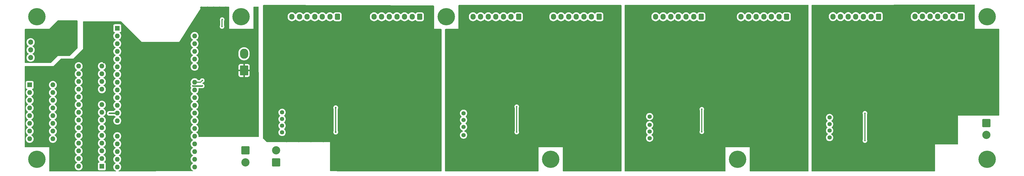
<source format=gbl>
%TF.GenerationSoftware,KiCad,Pcbnew,8.0.4*%
%TF.CreationDate,2024-08-06T18:21:13+08:00*%
%TF.ProjectId,LTC6811_ESP32_V3,4c544336-3831-4315-9f45-535033325f56,rev?*%
%TF.SameCoordinates,Original*%
%TF.FileFunction,Copper,L2,Bot*%
%TF.FilePolarity,Positive*%
%FSLAX46Y46*%
G04 Gerber Fmt 4.6, Leading zero omitted, Abs format (unit mm)*
G04 Created by KiCad (PCBNEW 8.0.4) date 2024-08-06 18:21:13*
%MOMM*%
%LPD*%
G01*
G04 APERTURE LIST*
G04 Aperture macros list*
%AMRoundRect*
0 Rectangle with rounded corners*
0 $1 Rounding radius*
0 $2 $3 $4 $5 $6 $7 $8 $9 X,Y pos of 4 corners*
0 Add a 4 corners polygon primitive as box body*
4,1,4,$2,$3,$4,$5,$6,$7,$8,$9,$2,$3,0*
0 Add four circle primitives for the rounded corners*
1,1,$1+$1,$2,$3*
1,1,$1+$1,$4,$5*
1,1,$1+$1,$6,$7*
1,1,$1+$1,$8,$9*
0 Add four rect primitives between the rounded corners*
20,1,$1+$1,$2,$3,$4,$5,0*
20,1,$1+$1,$4,$5,$6,$7,0*
20,1,$1+$1,$6,$7,$8,$9,0*
20,1,$1+$1,$8,$9,$2,$3,0*%
G04 Aperture macros list end*
%TA.AperFunction,ComponentPad*%
%ADD10R,1.600000X1.600000*%
%TD*%
%TA.AperFunction,ComponentPad*%
%ADD11O,1.600000X1.600000*%
%TD*%
%TA.AperFunction,ComponentPad*%
%ADD12RoundRect,0.250001X-1.099999X1.099999X-1.099999X-1.099999X1.099999X-1.099999X1.099999X1.099999X0*%
%TD*%
%TA.AperFunction,ComponentPad*%
%ADD13C,2.700000*%
%TD*%
%TA.AperFunction,ComponentPad*%
%ADD14C,1.400000*%
%TD*%
%TA.AperFunction,ComponentPad*%
%ADD15O,1.400000X1.400000*%
%TD*%
%TA.AperFunction,ComponentPad*%
%ADD16O,1.700000X1.950000*%
%TD*%
%TA.AperFunction,ComponentPad*%
%ADD17RoundRect,0.250000X0.600000X0.725000X-0.600000X0.725000X-0.600000X-0.725000X0.600000X-0.725000X0*%
%TD*%
%TA.AperFunction,ComponentPad*%
%ADD18C,5.700000*%
%TD*%
%TA.AperFunction,ComponentPad*%
%ADD19RoundRect,0.250001X1.099999X-1.099999X1.099999X1.099999X-1.099999X1.099999X-1.099999X-1.099999X0*%
%TD*%
%TA.AperFunction,ComponentPad*%
%ADD20RoundRect,0.250001X1.099999X1.399999X-1.099999X1.399999X-1.099999X-1.399999X1.099999X-1.399999X0*%
%TD*%
%TA.AperFunction,ComponentPad*%
%ADD21O,2.700000X3.300000*%
%TD*%
%TA.AperFunction,ComponentPad*%
%ADD22R,1.700000X1.700000*%
%TD*%
%TA.AperFunction,ComponentPad*%
%ADD23O,1.700000X1.700000*%
%TD*%
%TA.AperFunction,ViaPad*%
%ADD24C,0.800000*%
%TD*%
%TA.AperFunction,ViaPad*%
%ADD25C,0.500000*%
%TD*%
%TA.AperFunction,ViaPad*%
%ADD26C,0.600000*%
%TD*%
%TA.AperFunction,Conductor*%
%ADD27C,0.500000*%
%TD*%
%TA.AperFunction,Conductor*%
%ADD28C,0.300000*%
%TD*%
%ADD29C,0.350000*%
%ADD30C,0.300000*%
G04 APERTURE END LIST*
D10*
%TO.P,U8,1,3V3*%
%TO.N,+3V3*%
X30365000Y47178072D03*
D11*
%TO.P,U8,2,EN*%
%TO.N,/MCU/NRST*%
X30365000Y44638072D03*
%TO.P,U8,3,SENSOR_VP*%
%TO.N,unconnected-(U8-SENSOR_VP-Pad3)*%
X30365000Y42098072D03*
%TO.P,U8,4,SENSOR_VN*%
%TO.N,unconnected-(U8-SENSOR_VN-Pad4)*%
X30365000Y39558072D03*
%TO.P,U8,5,IO34*%
%TO.N,/CAN/RXD*%
X30365000Y37018072D03*
%TO.P,U8,6,IO35*%
%TO.N,unconnected-(U8-IO35-Pad6)*%
X30365000Y34478072D03*
%TO.P,U8,7,IO32*%
%TO.N,/CAN/TXD*%
X30365000Y31938072D03*
%TO.P,U8,8,IO33*%
%TO.N,unconnected-(U8-IO33-Pad8)*%
X30365000Y29398072D03*
%TO.P,U8,9,IO25*%
%TO.N,unconnected-(U8-IO25-Pad9)*%
X30365000Y26858072D03*
%TO.P,U8,10,IO26*%
%TO.N,unconnected-(U8-IO26-Pad10)*%
X30365000Y24318072D03*
%TO.P,U8,11,IO27*%
%TO.N,unconnected-(U8-IO27-Pad11)*%
X30365000Y21778072D03*
%TO.P,U8,12,IO14*%
%TO.N,/MCU/HSPI_SCK*%
X30365000Y19238072D03*
%TO.P,U8,13,IO12*%
%TO.N,/MCU/HSPI_MISO*%
X30365000Y16698072D03*
%TO.P,U8,14,GND*%
%TO.N,GND*%
X30365000Y14158072D03*
%TO.P,U8,15,IO13*%
%TO.N,/MCU/HSPI_MOSI*%
X30365000Y11618072D03*
%TO.P,U8,16,SD2*%
%TO.N,unconnected-(U8-SD2-Pad16)*%
X30365000Y9078072D03*
%TO.P,U8,17,SD3*%
%TO.N,unconnected-(U8-SD3-Pad17)*%
X30365000Y6538072D03*
%TO.P,U8,18,CMD*%
%TO.N,unconnected-(U8-CMD-Pad18)*%
X30365000Y3998072D03*
%TO.P,U8,19,5V*%
%TO.N,/MCU/5V*%
X30365000Y1458072D03*
%TO.P,U8,20,CLK*%
%TO.N,unconnected-(U8-CLK-Pad20)*%
X55765000Y1458072D03*
%TO.P,U8,21,SD0*%
%TO.N,unconnected-(U8-SD0-Pad21)*%
X55765000Y3998072D03*
%TO.P,U8,22,SD1*%
%TO.N,unconnected-(U8-SD1-Pad22)*%
X55765000Y6538072D03*
%TO.P,U8,23,IO15*%
%TO.N,/MCU/HSPI_CS*%
X55765000Y9078072D03*
%TO.P,U8,24,IO2*%
%TO.N,unconnected-(U8-IO2-Pad24)*%
X55765000Y11618072D03*
%TO.P,U8,25,IO0*%
%TO.N,unconnected-(U8-IO0-Pad25)*%
X55765000Y14158072D03*
%TO.P,U8,26,IO4*%
%TO.N,unconnected-(U8-IO4-Pad26)*%
X55765000Y16698072D03*
%TO.P,U8,27,IO16*%
%TO.N,unconnected-(U8-IO16-Pad27)*%
X55765000Y19238072D03*
%TO.P,U8,28,IO17*%
%TO.N,unconnected-(U8-IO17-Pad28)*%
X55765000Y21778072D03*
%TO.P,U8,29,IO5*%
%TO.N,/MCU/VSPI_CS*%
X55765000Y24318072D03*
%TO.P,U8,30,IO18*%
%TO.N,/MCU/VSPI_SCK*%
X55765000Y26858072D03*
%TO.P,U8,31,IO19*%
%TO.N,/MCU/VSPI_MISO*%
X55765000Y29398072D03*
%TO.P,U8,32,GND*%
%TO.N,GND*%
X55765000Y31938072D03*
%TO.P,U8,33,IO21*%
%TO.N,unconnected-(U8-IO21-Pad33)*%
X55765000Y34478072D03*
%TO.P,U8,34,RXD0*%
%TO.N,unconnected-(U8-RXD0-Pad34)*%
X55765000Y37018072D03*
%TO.P,U8,35,TXD0*%
%TO.N,unconnected-(U8-TXD0-Pad35)*%
X55765000Y39558072D03*
%TO.P,U8,36,IO22*%
%TO.N,unconnected-(U8-IO22-Pad36)*%
X55765000Y42098072D03*
%TO.P,U8,37,IO23*%
%TO.N,/MCU/VSPI_MOSI*%
X55765000Y44638072D03*
%TO.P,U8,38,GND*%
%TO.N,GND*%
X55765000Y47178072D03*
%TD*%
D12*
%TO.P,J9,1,Pin_1*%
%TO.N,/Slaves/PB*%
X315750000Y15957500D03*
D13*
%TO.P,J9,2,Pin_2*%
%TO.N,/Slaves/MB*%
X315750000Y11997500D03*
%TD*%
D14*
%TO.P,TH19,1*%
%TO.N,/Slaves/LTC6811_4/T4*%
X264295000Y15558072D03*
D15*
%TO.P,TH19,2*%
%TO.N,GND_PACK*%
X266195000Y15558072D03*
%TD*%
D16*
%TO.P,J15,0,Pin_1*%
%TO.N,/Slaves/LTC6811_3/C1_G*%
X207150000Y50958072D03*
%TO.P,J15,1,Pin_2*%
%TO.N,/Slaves/LTC6811_3/C1*%
X209650000Y50958072D03*
%TO.P,J15,2,Pin_3*%
%TO.N,/Slaves/LTC6811_3/C2*%
X212150000Y50958072D03*
%TO.P,J15,3,Pin_4*%
%TO.N,/Slaves/LTC6811_3/C3*%
X214650000Y50958072D03*
%TO.P,J15,4,Pin_5*%
%TO.N,/Slaves/LTC6811_3/C4*%
X217150000Y50958072D03*
%TO.P,J15,5,Pin_6*%
%TO.N,/Slaves/LTC6811_3/C5*%
X219650000Y50958072D03*
D17*
%TO.P,J15,6,Pin_7*%
%TO.N,/Slaves/LTC6811_3/C6*%
X222150000Y50958072D03*
%TD*%
D16*
%TO.P,J14,0,Pin_1*%
%TO.N,/Slaves/LTC6811_3/C6*%
X235200000Y50958072D03*
%TO.P,J14,1,Pin_2*%
%TO.N,/Slaves/LTC6811_3/C7*%
X237700000Y50958072D03*
%TO.P,J14,2,Pin_3*%
%TO.N,/Slaves/LTC6811_3/C8*%
X240200000Y50958072D03*
%TO.P,J14,3,Pin_4*%
%TO.N,/Slaves/LTC6811_3/C9*%
X242700000Y50958072D03*
%TO.P,J14,4,Pin_5*%
%TO.N,/Slaves/LTC6811_3/C10*%
X245200000Y50958072D03*
%TO.P,J14,5,Pin_6*%
%TO.N,/Slaves/LTC6811_3/C11*%
X247700000Y50958072D03*
D17*
%TO.P,J14,6,Pin_7*%
%TO.N,/Slaves/LTC6811_3/C12*%
X250200000Y50958072D03*
%TD*%
D18*
%TO.P,J1,1,Pin_1*%
%TO.N,unconnected-(J1-Pin_1-Pad1)*%
X316000000Y51000000D03*
%TD*%
D14*
%TO.P,TH8,1*%
%TO.N,/Slaves/LTC6811_2/T3*%
X144095000Y14658072D03*
D15*
%TO.P,TH8,2*%
%TO.N,GND_PACK*%
X145995000Y14658072D03*
%TD*%
D18*
%TO.P,J19,1,Pin_1*%
%TO.N,unconnected-(J19-Pin_1-Pad1)*%
X138400000Y50958072D03*
%TD*%
D19*
%TO.P,J20,1,Pin_1*%
%TO.N,/Slaves/PA*%
X82550000Y3000572D03*
D13*
%TO.P,J20,2,Pin_2*%
%TO.N,/Slaves/MA*%
X82550000Y6960572D03*
%TD*%
D10*
%TO.P,SW1,1*%
%TO.N,+3V3*%
X1600000Y28498072D03*
D11*
%TO.P,SW1,2*%
X1600000Y25958072D03*
%TO.P,SW1,3*%
X1600000Y23418072D03*
%TO.P,SW1,4*%
X1600000Y20878072D03*
%TO.P,SW1,5*%
X1600000Y18338072D03*
%TO.P,SW1,6*%
X1600000Y15798072D03*
%TO.P,SW1,7*%
X1600000Y13258072D03*
%TO.P,SW1,8*%
X1600000Y10718072D03*
%TO.P,SW1,9*%
%TO.N,Net-(U1-GPA7)*%
X9220000Y10718072D03*
%TO.P,SW1,10*%
%TO.N,Net-(U1-GPA6)*%
X9220000Y13258072D03*
%TO.P,SW1,11*%
%TO.N,Net-(U1-GPA5)*%
X9220000Y15798072D03*
%TO.P,SW1,12*%
%TO.N,Net-(U1-GPA4)*%
X9220000Y18338072D03*
%TO.P,SW1,13*%
%TO.N,Net-(U1-GPA3)*%
X9220000Y20878072D03*
%TO.P,SW1,14*%
%TO.N,Net-(U1-GPA2)*%
X9220000Y23418072D03*
%TO.P,SW1,15*%
%TO.N,Net-(U1-GPA1)*%
X9220000Y25958072D03*
%TO.P,SW1,16*%
%TO.N,Net-(U1-GPA0)*%
X9220000Y28498072D03*
%TD*%
D14*
%TO.P,TH20,1*%
%TO.N,/Slaves/LTC6811_4/T5*%
X264295000Y17758072D03*
D15*
%TO.P,TH20,2*%
%TO.N,GND_PACK*%
X266195000Y17758072D03*
%TD*%
D14*
%TO.P,TH17,1*%
%TO.N,/Slaves/LTC6811_4/T2*%
X264300000Y11158072D03*
D15*
%TO.P,TH17,2*%
%TO.N,GND_PACK*%
X266200000Y11158072D03*
%TD*%
D16*
%TO.P,J17,0,Pin_1*%
%TO.N,/Slaves/LTC6811_4/C1_G*%
X265400000Y51000000D03*
%TO.P,J17,1,Pin_2*%
%TO.N,/Slaves/LTC6811_4/C1*%
X267900000Y51000000D03*
%TO.P,J17,2,Pin_3*%
%TO.N,/Slaves/LTC6811_4/C2*%
X270400000Y51000000D03*
%TO.P,J17,3,Pin_4*%
%TO.N,/Slaves/LTC6811_4/C3*%
X272900000Y51000000D03*
%TO.P,J17,4,Pin_5*%
%TO.N,/Slaves/LTC6811_4/C4*%
X275400000Y51000000D03*
%TO.P,J17,5,Pin_6*%
%TO.N,/Slaves/LTC6811_4/C5*%
X277900000Y51000000D03*
D17*
%TO.P,J17,6,Pin_7*%
%TO.N,/Slaves/LTC6811_4/C6*%
X280400000Y51000000D03*
%TD*%
D14*
%TO.P,TH3,1*%
%TO.N,/Slaves/LTC6811_1/T3*%
X84495000Y15058072D03*
D15*
%TO.P,TH3,2*%
%TO.N,GND_PACK*%
X86395000Y15058072D03*
%TD*%
D18*
%TO.P,J8,1,Pin_1*%
%TO.N,unconnected-(J8-Pin_1-Pad1)*%
X316000000Y4000000D03*
%TD*%
D14*
%TO.P,TH9,1*%
%TO.N,/Slaves/LTC6811_2/T4*%
X144095000Y16958072D03*
D15*
%TO.P,TH9,2*%
%TO.N,GND_PACK*%
X145995000Y16958072D03*
%TD*%
D14*
%TO.P,TH7,1*%
%TO.N,/Slaves/LTC6811_2/T2*%
X144095000Y11958072D03*
D15*
%TO.P,TH7,2*%
%TO.N,GND_PACK*%
X145995000Y11958072D03*
%TD*%
D18*
%TO.P,J2,1,Pin_1*%
%TO.N,unconnected-(J2-Pin_1-Pad1)*%
X234100000Y3958072D03*
%TD*%
D10*
%TO.P,U1,1,GPB0*%
%TO.N,unconnected-(U1-GPB0-Pad1)*%
X25300000Y1668072D03*
D11*
%TO.P,U1,2,GPB1*%
%TO.N,unconnected-(U1-GPB1-Pad2)*%
X25300000Y4208072D03*
%TO.P,U1,3,GPB2*%
%TO.N,unconnected-(U1-GPB2-Pad3)*%
X25300000Y6748072D03*
%TO.P,U1,4,GPB3*%
%TO.N,unconnected-(U1-GPB3-Pad4)*%
X25300000Y9288072D03*
%TO.P,U1,5,GPB4*%
%TO.N,unconnected-(U1-GPB4-Pad5)*%
X25300000Y11828072D03*
%TO.P,U1,6,GPB5*%
%TO.N,unconnected-(U1-GPB5-Pad6)*%
X25300000Y14368072D03*
%TO.P,U1,7,GPB6*%
%TO.N,unconnected-(U1-GPB6-Pad7)*%
X25300000Y16908072D03*
%TO.P,U1,8,GPB7*%
%TO.N,unconnected-(U1-GPB7-Pad8)*%
X25300000Y19448072D03*
%TO.P,U1,9,VDD*%
%TO.N,+3V3*%
X25300000Y21988072D03*
%TO.P,U1,10,VSS*%
%TO.N,GND*%
X25300000Y24528072D03*
%TO.P,U1,11,~{CS}*%
%TO.N,/MCU/HSPI_CS*%
X25300000Y27068072D03*
%TO.P,U1,12,SCK*%
%TO.N,/MCU/HSPI_SCK*%
X25300000Y29608072D03*
%TO.P,U1,13,SI*%
%TO.N,/MCU/HSPI_MOSI*%
X25300000Y32148072D03*
%TO.P,U1,14,SO*%
%TO.N,/MCU/HSPI_MISO*%
X25300000Y34688072D03*
%TO.P,U1,15,A0*%
%TO.N,Net-(JP3-C)*%
X17680000Y34688072D03*
%TO.P,U1,16,A1*%
%TO.N,Net-(JP2-C)*%
X17680000Y32148072D03*
%TO.P,U1,17,A2*%
%TO.N,Net-(JP1-C)*%
X17680000Y29608072D03*
%TO.P,U1,18,~{RESET}*%
%TO.N,+3V3*%
X17680000Y27068072D03*
%TO.P,U1,19,INTB*%
%TO.N,/MCU/INTB*%
X17680000Y24528072D03*
%TO.P,U1,20,INTA*%
%TO.N,/MCU/INTA*%
X17680000Y21988072D03*
%TO.P,U1,21,GPA0*%
%TO.N,Net-(U1-GPA0)*%
X17680000Y19448072D03*
%TO.P,U1,22,GPA1*%
%TO.N,Net-(U1-GPA1)*%
X17680000Y16908072D03*
%TO.P,U1,23,GPA2*%
%TO.N,Net-(U1-GPA2)*%
X17680000Y14368072D03*
%TO.P,U1,24,GPA3*%
%TO.N,Net-(U1-GPA3)*%
X17680000Y11828072D03*
%TO.P,U1,25,GPA4*%
%TO.N,Net-(U1-GPA4)*%
X17680000Y9288072D03*
%TO.P,U1,26,GPA5*%
%TO.N,Net-(U1-GPA5)*%
X17680000Y6748072D03*
%TO.P,U1,27,GPA6*%
%TO.N,Net-(U1-GPA6)*%
X17680000Y4208072D03*
%TO.P,U1,28,GPA7*%
%TO.N,Net-(U1-GPA7)*%
X17680000Y1668072D03*
%TD*%
D12*
%TO.P,J21,1,Pin_1*%
%TO.N,/MCU/PA*%
X72450000Y6915572D03*
D13*
%TO.P,J21,2,Pin_2*%
%TO.N,/MCU/MA*%
X72450000Y2955572D03*
%TD*%
D16*
%TO.P,J11,0,Pin_1*%
%TO.N,/Slaves/LTC6811_1/C1_G*%
X87700000Y50958072D03*
%TO.P,J11,1,Pin_2*%
%TO.N,/Slaves/LTC6811_1/C1*%
X90200000Y50958072D03*
%TO.P,J11,2,Pin_3*%
%TO.N,/Slaves/LTC6811_1/C2*%
X92700000Y50958072D03*
%TO.P,J11,3,Pin_4*%
%TO.N,/Slaves/LTC6811_1/C3*%
X95200000Y50958072D03*
%TO.P,J11,4,Pin_5*%
%TO.N,/Slaves/LTC6811_1/C4*%
X97700000Y50958072D03*
%TO.P,J11,5,Pin_6*%
%TO.N,/Slaves/LTC6811_1/C5*%
X100200000Y50958072D03*
D17*
%TO.P,J11,6,Pin_7*%
%TO.N,/Slaves/LTC6811_1/C6*%
X102700000Y50958072D03*
%TD*%
D14*
%TO.P,TH5,1*%
%TO.N,/Slaves/LTC6811_1/T5*%
X84495000Y19458072D03*
D15*
%TO.P,TH5,2*%
%TO.N,GND_PACK*%
X86395000Y19458072D03*
%TD*%
D20*
%TO.P,J6,1,Pin_1*%
%TO.N,GND*%
X72000000Y33250000D03*
D21*
%TO.P,J6,2,Pin_2*%
%TO.N,/PowerSupply/+12V*%
X72000000Y38750000D03*
%TD*%
D14*
%TO.P,TH18,1*%
%TO.N,/Slaves/LTC6811_4/T3*%
X264300000Y13458072D03*
D15*
%TO.P,TH18,2*%
%TO.N,GND_PACK*%
X266200000Y13458072D03*
%TD*%
D18*
%TO.P,J4,1,Pin_1*%
%TO.N,unconnected-(J4-Pin_1-Pad1)*%
X172700000Y3958072D03*
%TD*%
D16*
%TO.P,J10,0,Pin_1*%
%TO.N,/Slaves/LTC6811_1/C6*%
X114700000Y50958072D03*
%TO.P,J10,1,Pin_2*%
%TO.N,/Slaves/LTC6811_1/C7*%
X117200000Y50958072D03*
%TO.P,J10,2,Pin_3*%
%TO.N,/Slaves/LTC6811_1/C8*%
X119700000Y50958072D03*
%TO.P,J10,3,Pin_4*%
%TO.N,/Slaves/LTC6811_1/C9*%
X122200000Y50958072D03*
%TO.P,J10,4,Pin_5*%
%TO.N,/Slaves/LTC6811_1/C10*%
X124700000Y50958072D03*
%TO.P,J10,5,Pin_6*%
%TO.N,/Slaves/LTC6811_1/C11*%
X127200000Y50958072D03*
D17*
%TO.P,J10,6,Pin_7*%
%TO.N,/Slaves/LTC6811_1/C12*%
X129700000Y50958072D03*
%TD*%
D18*
%TO.P,J3,1,Pin_1*%
%TO.N,unconnected-(J3-Pin_1-Pad1)*%
X4000000Y50958072D03*
%TD*%
D14*
%TO.P,TH4,1*%
%TO.N,/Slaves/LTC6811_1/T4*%
X84495000Y17258072D03*
D15*
%TO.P,TH4,2*%
%TO.N,GND_PACK*%
X86395000Y17258072D03*
%TD*%
D16*
%TO.P,J13,0,Pin_1*%
%TO.N,/Slaves/LTC6811_2/C1_G*%
X147200000Y50958072D03*
%TO.P,J13,1,Pin_2*%
%TO.N,/Slaves/LTC6811_2/C1*%
X149700000Y50958072D03*
%TO.P,J13,2,Pin_3*%
%TO.N,/Slaves/LTC6811_2/C2*%
X152200000Y50958072D03*
%TO.P,J13,3,Pin_4*%
%TO.N,/Slaves/LTC6811_2/C3*%
X154700000Y50958072D03*
%TO.P,J13,4,Pin_5*%
%TO.N,/Slaves/LTC6811_2/C4*%
X157200000Y50958072D03*
%TO.P,J13,5,Pin_6*%
%TO.N,/Slaves/LTC6811_2/C5*%
X159700000Y50958072D03*
D17*
%TO.P,J13,6,Pin_7*%
%TO.N,/Slaves/LTC6811_2/C6*%
X162200000Y50958072D03*
%TD*%
D18*
%TO.P,J18,1,Pin_1*%
%TO.N,unconnected-(J18-Pin_1-Pad1)*%
X71000000Y50958072D03*
%TD*%
D14*
%TO.P,TH15,1*%
%TO.N,/Slaves/LTC6811_3/T5*%
X205195000Y18058072D03*
D15*
%TO.P,TH15,2*%
%TO.N,GND_PACK*%
X207095000Y18058072D03*
%TD*%
D16*
%TO.P,J12,0,Pin_1*%
%TO.N,/Slaves/LTC6811_2/C6*%
X173600000Y50958072D03*
%TO.P,J12,1,Pin_2*%
%TO.N,/Slaves/LTC6811_2/C7*%
X176100000Y50958072D03*
%TO.P,J12,2,Pin_3*%
%TO.N,/Slaves/LTC6811_2/C8*%
X178600000Y50958072D03*
%TO.P,J12,3,Pin_4*%
%TO.N,/Slaves/LTC6811_2/C9*%
X181100000Y50958072D03*
%TO.P,J12,4,Pin_5*%
%TO.N,/Slaves/LTC6811_2/C10*%
X183600000Y50958072D03*
%TO.P,J12,5,Pin_6*%
%TO.N,/Slaves/LTC6811_2/C11*%
X186100000Y50958072D03*
D17*
%TO.P,J12,6,Pin_7*%
%TO.N,/Slaves/LTC6811_2/C12*%
X188600000Y50958072D03*
%TD*%
D16*
%TO.P,J16,0,Pin_1*%
%TO.N,/Slaves/LTC6811_4/C6*%
X292300000Y51025000D03*
%TO.P,J16,1,Pin_2*%
%TO.N,/Slaves/LTC6811_4/C7*%
X294800000Y51025000D03*
%TO.P,J16,2,Pin_3*%
%TO.N,/Slaves/LTC6811_4/C8*%
X297300000Y51025000D03*
%TO.P,J16,3,Pin_4*%
%TO.N,/Slaves/LTC6811_4/C9*%
X299800000Y51025000D03*
%TO.P,J16,4,Pin_5*%
%TO.N,/Slaves/LTC6811_4/C10*%
X302300000Y51025000D03*
%TO.P,J16,5,Pin_6*%
%TO.N,/Slaves/LTC6811_4/C11*%
X304800000Y51025000D03*
D17*
%TO.P,J16,6,Pin_7*%
%TO.N,/Slaves/LTC6811_4/C12*%
X307300000Y51025000D03*
%TD*%
D14*
%TO.P,TH12,1*%
%TO.N,/Slaves/LTC6811_3/T2*%
X205195000Y10958072D03*
D15*
%TO.P,TH12,2*%
%TO.N,GND_PACK*%
X207095000Y10958072D03*
%TD*%
D18*
%TO.P,J7,1,Pin_1*%
%TO.N,unconnected-(J7-Pin_1-Pad1)*%
X4000000Y3958072D03*
%TD*%
D14*
%TO.P,TH10,1*%
%TO.N,/Slaves/LTC6811_2/T5*%
X144095000Y19158072D03*
D15*
%TO.P,TH10,2*%
%TO.N,GND_PACK*%
X145995000Y19158072D03*
%TD*%
D14*
%TO.P,TH13,1*%
%TO.N,/Slaves/LTC6811_3/T3*%
X205195000Y13158072D03*
D15*
%TO.P,TH13,2*%
%TO.N,GND_PACK*%
X207095000Y13158072D03*
%TD*%
D14*
%TO.P,TH14,1*%
%TO.N,/Slaves/LTC6811_3/T4*%
X205195000Y15358072D03*
D15*
%TO.P,TH14,2*%
%TO.N,GND_PACK*%
X207095000Y15358072D03*
%TD*%
D22*
%TO.P,J5,1,Pin_1*%
%TO.N,/CAN/CAN_GND*%
X1900000Y45098072D03*
D23*
%TO.P,J5,2,Pin_2*%
%TO.N,/CAN/CANH*%
X1900000Y42558072D03*
%TO.P,J5,3,Pin_3*%
%TO.N,/CAN/CANL*%
X1900000Y40018072D03*
%TO.P,J5,4,Pin_4*%
%TO.N,/CAN/5V_CAN*%
X1900000Y37478072D03*
%TD*%
D14*
%TO.P,TH2,1*%
%TO.N,/Slaves/LTC6811_1/T2*%
X84495000Y12858072D03*
D15*
%TO.P,TH2,2*%
%TO.N,GND_PACK*%
X86395000Y12858072D03*
%TD*%
D24*
%TO.N,GND_PACK*%
X304700000Y21300000D03*
X176000000Y8400000D03*
X178000000Y6000000D03*
X288000000Y54000000D03*
X288000000Y52000000D03*
X284000000Y52000000D03*
%TO.N,GND*%
X72000000Y30000000D03*
X68000000Y38000000D03*
X68000000Y42000000D03*
X68000000Y40000000D03*
X72000000Y46000000D03*
X76000000Y46000000D03*
%TO.N,GND_PACK*%
X260000000Y54000000D03*
X256000000Y54000000D03*
X256000000Y50000000D03*
X264000000Y50000000D03*
X262000000Y48000000D03*
X266000000Y48000000D03*
X266000000Y46000000D03*
X262000000Y46000000D03*
D25*
%TO.N,+3V3*%
X58275000Y28158072D03*
X55200000Y28158072D03*
D24*
%TO.N,GND*%
X32000000Y15958072D03*
X76000000Y13958072D03*
X62000000Y11958072D03*
X13200000Y14900000D03*
X16000000Y27958072D03*
X8000000Y31958072D03*
X58000000Y21958072D03*
X22000000Y27958072D03*
X16000000Y17600000D03*
X36000000Y31958072D03*
X58000000Y53958072D03*
X62400000Y26158072D03*
X70000000Y17958072D03*
X62000000Y53958072D03*
X20000000Y7958072D03*
X72000000Y11958072D03*
X36000000Y23958072D03*
X16000000Y7958072D03*
X76000000Y29958072D03*
X58000000Y11958072D03*
X52000000Y39958072D03*
X62000000Y13958072D03*
X58000000Y17958072D03*
X74000000Y11958072D03*
X58000000Y47958072D03*
X60000000Y11958072D03*
X76000000Y21958072D03*
X48000000Y31958072D03*
X64000000Y53958072D03*
X44000000Y31958072D03*
X12000000Y35958072D03*
X48000000Y7958072D03*
X26000000Y35958072D03*
X40000000Y39958072D03*
X20000000Y25958072D03*
X64000000Y33958072D03*
X22000000Y31958072D03*
X32000000Y7958072D03*
X16000000Y23958072D03*
X64000000Y31958072D03*
X76000000Y33958072D03*
X66000000Y11958072D03*
X32000000Y35958072D03*
X16000000Y25958072D03*
X11100000Y4300000D03*
X52000000Y11958072D03*
X70000000Y25958072D03*
X52000000Y3958072D03*
X11000000Y22500000D03*
X32000000Y11958072D03*
X70000000Y27958072D03*
X28000000Y3958072D03*
X68000000Y27958072D03*
X60000000Y37958072D03*
X48000000Y3958072D03*
X60000000Y35958072D03*
X44000000Y11958072D03*
X13200000Y16900000D03*
X44000000Y39958072D03*
X66000000Y35958072D03*
X58000000Y37958072D03*
X6000000Y31958072D03*
X66000000Y31958072D03*
X20000000Y47958072D03*
X66000000Y39958072D03*
X66000000Y37958072D03*
X60000000Y39958072D03*
X16000000Y33958072D03*
X16000000Y15958072D03*
X12200000Y21200000D03*
X22000000Y35958072D03*
X36000000Y3958072D03*
X10000000Y31958072D03*
X76000000Y25958072D03*
X60000000Y45958072D03*
X40000000Y7958072D03*
X36000000Y11958072D03*
X24000000Y37958072D03*
X16000000Y2958072D03*
X22000000Y29958072D03*
X40000000Y23958072D03*
X20000000Y3958072D03*
X70000000Y19958072D03*
X68000000Y11958072D03*
X76000000Y17958072D03*
X66000000Y51958072D03*
X62416244Y29558072D03*
X32000000Y39958072D03*
X20000000Y15958072D03*
X4000000Y23958072D03*
X70000000Y11958072D03*
X76000000Y37958072D03*
X44000000Y3958072D03*
X58000000Y39958072D03*
X68000000Y29958072D03*
X26000000Y37958072D03*
X60000000Y43958072D03*
X32000000Y31958072D03*
X22000000Y25958072D03*
X44000000Y7958072D03*
X48000000Y23958072D03*
X58000000Y43958072D03*
X58000000Y19958072D03*
X4000000Y15958072D03*
X32000000Y19958072D03*
X60000000Y41958072D03*
X58000000Y33958072D03*
X58000000Y49958072D03*
X62000000Y31958072D03*
X58000000Y35958072D03*
X68000000Y15958072D03*
X68000000Y25958072D03*
X28000000Y7958072D03*
X24000000Y35958072D03*
X58000000Y45958072D03*
X40000000Y3958072D03*
X52000000Y7958072D03*
X4000000Y19958072D03*
X70000000Y23958072D03*
X60000000Y33958072D03*
X20000000Y11958072D03*
X14600000Y18900000D03*
X64000000Y11958072D03*
X58000000Y13958072D03*
X58000000Y51958072D03*
X66000000Y53958072D03*
X52000000Y15958072D03*
X52000000Y35958072D03*
X12200000Y9400000D03*
X20000000Y27958072D03*
X32000000Y3958072D03*
X22000000Y37958072D03*
X40000000Y31958072D03*
X66000000Y13958072D03*
X52000000Y43958072D03*
X48000000Y11958072D03*
X58000000Y41958072D03*
X62416244Y27708072D03*
X44000000Y23958072D03*
X52000000Y19958072D03*
X60000000Y53958072D03*
X25000000Y44958072D03*
X52000000Y31958072D03*
X2000000Y33958072D03*
X32000000Y47958072D03*
X68000000Y33958072D03*
D25*
X62600000Y19458072D03*
D24*
X32000000Y23958072D03*
X60000000Y47958072D03*
X36000000Y7958072D03*
X4000000Y11958072D03*
X32000000Y43958072D03*
X40000000Y11958072D03*
X58000000Y15958072D03*
X70000000Y21958072D03*
X64000000Y13958072D03*
X76000000Y41958072D03*
X68000000Y17958072D03*
X20000000Y19958072D03*
X52000000Y23958072D03*
X22000000Y33958072D03*
X66000000Y33958072D03*
X16000000Y12958072D03*
X48000000Y39958072D03*
X60000000Y13958072D03*
X14000000Y25958072D03*
X68000000Y31958072D03*
X68000000Y35958072D03*
X36000000Y39958072D03*
X18000000Y37958072D03*
X76000000Y11958072D03*
X36000000Y35958072D03*
X4000000Y27958072D03*
X25000000Y48958072D03*
X68000000Y13958072D03*
X16000000Y29958072D03*
%TO.N,/CAN/CAN_GND*%
X12000000Y41958072D03*
X10000000Y47958072D03*
X8500000Y42458072D03*
X6000000Y43958072D03*
X6000000Y39958072D03*
X12000000Y47958072D03*
X16000000Y45958072D03*
X4000000Y45958072D03*
X8000000Y36958072D03*
X16000000Y47958072D03*
X16000000Y41958072D03*
X4000000Y41958072D03*
D25*
%TO.N,/MCU/HSPI_SCK*%
X27715000Y19108072D03*
%TO.N,GND_PACK*%
X130400000Y28758072D03*
D24*
X101000000Y19958072D03*
X78600000Y17958072D03*
X227200000Y51858072D03*
X184000000Y53958072D03*
X220000000Y8000000D03*
X214000000Y19958072D03*
X142000000Y7958072D03*
X200000000Y14000000D03*
X138400000Y29958072D03*
D25*
X158300000Y28758072D03*
D24*
X197400000Y21958072D03*
X133000000Y21958072D03*
X221000000Y19958072D03*
D25*
X236900000Y28758072D03*
D24*
X218000000Y19958072D03*
X158000000Y9958072D03*
X138400000Y25958072D03*
X141200000Y39858072D03*
X254000000Y9958072D03*
X138400000Y21958072D03*
X201000000Y42000000D03*
X126000000Y9958072D03*
X256000000Y7958072D03*
X262000000Y21958072D03*
X107200000Y51858072D03*
X160000000Y12958072D03*
X319000000Y37958072D03*
X260000000Y1958072D03*
X166000000Y50958072D03*
X290000000Y15958072D03*
X262000000Y1958072D03*
X131000000Y9958072D03*
X102000000Y5958072D03*
X204000000Y23958072D03*
X260000000Y5958072D03*
D25*
X94400000Y28758072D03*
D24*
X203000000Y48000000D03*
X138400000Y41958072D03*
X98000000Y9958072D03*
X149000000Y21958072D03*
X208600000Y5858072D03*
X254000000Y14958072D03*
X216000000Y8000000D03*
D25*
X218100000Y28758072D03*
D24*
X316000000Y20000000D03*
X254000000Y5958072D03*
X225750000Y14408072D03*
X190000000Y22958072D03*
X138400000Y46058072D03*
X84000000Y46958072D03*
X118000000Y1858072D03*
X218000000Y10000000D03*
X193200000Y31858072D03*
X105200000Y51858072D03*
X117200000Y53858072D03*
X248000000Y18758072D03*
X108100000Y4943690D03*
D25*
X222800000Y28758072D03*
D24*
X314000000Y22000000D03*
X274000000Y9958072D03*
X111200000Y49708072D03*
X195600000Y53958072D03*
X197400000Y45958072D03*
X158000000Y12958072D03*
X316000000Y22000000D03*
X113200000Y17858072D03*
X284000000Y1958072D03*
X121200000Y53858072D03*
D25*
X271575000Y28858072D03*
D24*
X256000000Y41958072D03*
X250000000Y21958072D03*
X138400000Y37958072D03*
X242000000Y18758072D03*
X234800000Y10158072D03*
X212000000Y19958072D03*
X254000000Y3958072D03*
X103750000Y18708072D03*
X294000000Y54000000D03*
X131000000Y15958072D03*
X255000000Y29958072D03*
D25*
X304275000Y28858072D03*
D24*
X78600000Y41958072D03*
D25*
X107800000Y28758072D03*
X204000000Y28758072D03*
D24*
X252000000Y5958072D03*
X133000000Y23958072D03*
X274000000Y2958072D03*
X288000000Y50000000D03*
X289975000Y49808072D03*
X301975000Y20958072D03*
X186000000Y22958072D03*
X195600000Y17958072D03*
X186700000Y4458072D03*
X192000000Y15958072D03*
X220000000Y12000000D03*
X228000000Y18758072D03*
X260000000Y7958072D03*
X145200000Y23858072D03*
X194000000Y6000000D03*
X142000000Y5958072D03*
X200000000Y23958072D03*
X192000000Y53958072D03*
X298000000Y54000000D03*
X143200000Y23858072D03*
X278000000Y1958072D03*
X101000000Y18708072D03*
X98000000Y11958072D03*
X195600000Y21958072D03*
X106000000Y9858072D03*
X274800000Y17958072D03*
X133200000Y53858072D03*
X88000000Y23958072D03*
D25*
X125900000Y28758072D03*
D24*
X256000000Y3958072D03*
X119200000Y19858072D03*
X198000000Y2000000D03*
D25*
X153800000Y28758072D03*
D24*
X256000000Y45958072D03*
X158000000Y1958072D03*
X136500000Y33958072D03*
X276000000Y7958072D03*
X218000000Y5858072D03*
X222000000Y1858072D03*
X214000000Y12000000D03*
X314000000Y20000000D03*
X126000000Y21858072D03*
X154000000Y10000000D03*
X254000000Y7958072D03*
X218000000Y8000000D03*
X212000000Y10000000D03*
X208000000Y8000000D03*
X310000000Y22000000D03*
X151200000Y19858072D03*
X148000000Y7958072D03*
X130000000Y17858072D03*
X280000000Y7958072D03*
X197400000Y37958072D03*
X142000000Y3958072D03*
D25*
X213500000Y28758072D03*
D24*
X182000000Y9958072D03*
X256000000Y1958072D03*
X169200000Y17858072D03*
X201000000Y40000000D03*
X154000000Y7958072D03*
X81000000Y39958072D03*
X136500000Y29958072D03*
X86000000Y9958072D03*
X317475000Y27458072D03*
X136500000Y9958072D03*
X229200000Y49708072D03*
X318000000Y20000000D03*
X78600000Y33958072D03*
X179000000Y20958072D03*
X195600000Y25958072D03*
X318000000Y22000000D03*
X208600000Y2858072D03*
X282000000Y15958072D03*
X195600000Y29958072D03*
D25*
X290275000Y28858072D03*
D24*
X202000000Y46000000D03*
X134000000Y3958072D03*
D25*
X85500000Y28758072D03*
D24*
X278000000Y7958072D03*
X192000000Y17958072D03*
X197400000Y29958072D03*
X182000000Y1858072D03*
X236700000Y8358072D03*
X78600000Y13958072D03*
X197400000Y13958072D03*
X134000000Y9958072D03*
D25*
X180400000Y28758072D03*
D24*
X256000000Y33958072D03*
X246000000Y18758072D03*
X197400000Y25958072D03*
X258800000Y37958072D03*
X134000000Y12958072D03*
X270000000Y5958072D03*
D25*
X171500000Y28758072D03*
D24*
X195600000Y41958072D03*
X198000000Y6000000D03*
X250000000Y23958072D03*
X181000000Y20958072D03*
X268000000Y2958072D03*
X256000000Y9958072D03*
X240000000Y1958072D03*
X176000000Y18958072D03*
X241200000Y53858072D03*
X200000000Y54000000D03*
X199200000Y28858072D03*
X136500000Y41958072D03*
X148000000Y2858072D03*
X136500000Y17958072D03*
X296000000Y5958072D03*
X312000000Y20000000D03*
X127900000Y3158072D03*
X258800000Y45958072D03*
X216000000Y12000000D03*
X266775000Y21958072D03*
X260000000Y3958072D03*
X114000000Y1858072D03*
X310000000Y54000000D03*
X222000000Y12000000D03*
X254000000Y21958072D03*
X138400000Y9958072D03*
X83000000Y41958072D03*
X164900000Y14458072D03*
X270775000Y21958072D03*
X233200000Y53858072D03*
X274775000Y21958072D03*
X122000000Y9958072D03*
X290000000Y54000000D03*
X111200000Y51858072D03*
X290700000Y12300000D03*
X133000000Y15958072D03*
X199200000Y25858072D03*
X270000000Y2958072D03*
X195600000Y33958072D03*
X292200000Y10300000D03*
X202000000Y1858072D03*
X286000000Y15958072D03*
X218000000Y12000000D03*
X237200000Y53858072D03*
X200000000Y40000000D03*
D25*
X250800000Y28758072D03*
D24*
X80750000Y21958072D03*
X294000000Y18958072D03*
X208000000Y23958072D03*
X218000000Y1858072D03*
X272000000Y9958072D03*
X178000000Y1858072D03*
X78600000Y21958072D03*
X113000000Y5958072D03*
X80750000Y28058072D03*
X166000000Y1958072D03*
X142000000Y1958072D03*
X141200000Y41858072D03*
X94000000Y11958072D03*
X317475000Y30458072D03*
D25*
X103400000Y28758072D03*
D24*
X220000000Y10000000D03*
X94000000Y19858072D03*
X319000000Y33958072D03*
X109200000Y17958072D03*
X81000000Y41958072D03*
X84000000Y23958072D03*
X255000000Y27958072D03*
D25*
X116900000Y28758072D03*
D24*
X197400000Y41958072D03*
X306000000Y54000000D03*
X83000000Y39958072D03*
D25*
X90000000Y28758072D03*
D24*
X240000000Y3958072D03*
X258800000Y33958072D03*
X262000000Y7958072D03*
X136500000Y13958072D03*
X102000000Y1958072D03*
D25*
X266975000Y28858072D03*
D24*
X214000000Y8000000D03*
X109200000Y53858072D03*
X254000000Y1958072D03*
D25*
X175900000Y28758072D03*
D24*
X134000000Y1958072D03*
X280000000Y5958072D03*
D25*
X145000000Y28758072D03*
D24*
X113000000Y3958072D03*
X130000000Y21858072D03*
X200000000Y21958072D03*
X111200000Y53858072D03*
D25*
X184700000Y28758072D03*
D24*
X148000000Y5858072D03*
X195600000Y49958072D03*
X98000000Y19858072D03*
X147200000Y23858072D03*
X78600000Y51958072D03*
X82000000Y23958072D03*
X136500000Y46058072D03*
X214000000Y10000000D03*
X193200000Y27858072D03*
X84000000Y44958072D03*
X261975000Y25958072D03*
X254000000Y23958072D03*
D25*
X133900000Y27658072D03*
D24*
X172000000Y53958072D03*
X115200000Y17858072D03*
X94000000Y9958072D03*
D25*
X232100000Y28758072D03*
D24*
X186000000Y20958072D03*
X190000000Y20958072D03*
X248000000Y21958072D03*
X258800000Y29958072D03*
X188000000Y22958072D03*
X200000000Y18000000D03*
X78600000Y47958072D03*
X138400000Y17958072D03*
X254000000Y16958072D03*
D25*
X189100000Y28758072D03*
D24*
X258800000Y41958072D03*
X154000000Y12958072D03*
X180000000Y53958072D03*
X162000000Y1958072D03*
X134000000Y5958072D03*
X125100000Y5958072D03*
X168000000Y53958072D03*
D25*
X299575000Y28858072D03*
X241500000Y28758072D03*
D24*
X78600000Y29958072D03*
D25*
X246100000Y28758072D03*
X112300000Y28758072D03*
D24*
X136500000Y37958072D03*
X226000000Y1858072D03*
X133000000Y19958072D03*
X105700000Y14358072D03*
X126000000Y19708072D03*
X224000000Y10000000D03*
X250000000Y19958072D03*
X221000000Y18958072D03*
X134000000Y7958072D03*
D25*
X285675000Y28858072D03*
D24*
X197400000Y9958072D03*
X249200000Y53858072D03*
X252000000Y7958072D03*
X210000000Y8000000D03*
X111200000Y17858072D03*
X134000000Y17858072D03*
X216000000Y19958072D03*
X300000000Y18958072D03*
X213200000Y5858072D03*
D25*
X149400000Y28758072D03*
D24*
X153000000Y5858072D03*
X153200000Y19858072D03*
X118000000Y5858072D03*
X252000000Y21958072D03*
X190000000Y9958072D03*
X268000000Y5958072D03*
X247200000Y4400000D03*
X155200000Y19858072D03*
X78700000Y37958072D03*
X240000000Y18758072D03*
D25*
X294975000Y28858072D03*
D24*
X262000000Y3958072D03*
X261975000Y41958072D03*
X141200000Y23858072D03*
X252000000Y1958072D03*
X136500000Y25958072D03*
X278000000Y5958072D03*
X232000000Y18758072D03*
X194000000Y13858072D03*
X253200000Y53858072D03*
X86000000Y48958072D03*
X90000000Y9958072D03*
X176000000Y53958072D03*
X194000000Y2000000D03*
D25*
X98900000Y28758072D03*
D24*
X252000000Y19958072D03*
X226000000Y10000000D03*
X186000000Y9958072D03*
X263975000Y41958072D03*
X138400000Y13958072D03*
D25*
X276275000Y28858072D03*
D24*
X129200000Y53858072D03*
X183000000Y20958072D03*
X256000000Y37958072D03*
D25*
X162700000Y28758072D03*
X313575000Y28858072D03*
D24*
X213200000Y2858072D03*
X212000000Y8000000D03*
X170000000Y50958072D03*
X291975000Y17958072D03*
X113200000Y53858072D03*
X252000000Y3958072D03*
X78600000Y25958072D03*
X102000000Y9958072D03*
X282000000Y1958072D03*
X298000000Y18958072D03*
X194000000Y10100000D03*
X204000000Y21958072D03*
X205000000Y49000000D03*
X200000000Y42000000D03*
X125200000Y53858072D03*
X254000000Y19958072D03*
X242000000Y1958072D03*
X80750000Y25958072D03*
X280000000Y1958072D03*
X245200000Y53858072D03*
X80750000Y23958072D03*
X106000000Y18708072D03*
X197400000Y17958072D03*
X302000000Y54000000D03*
X274000000Y5958072D03*
X138400000Y33958072D03*
X310000000Y20000000D03*
X216000000Y10000000D03*
X221000000Y20958072D03*
X195600000Y13958072D03*
X286000000Y13958072D03*
X290000000Y52000000D03*
X319000000Y45958072D03*
D25*
X167050000Y28758072D03*
D24*
X188000000Y53958072D03*
X231200000Y51858072D03*
X195600000Y45958072D03*
D25*
X121400000Y28758072D03*
D24*
X174000000Y10300000D03*
X153000000Y2858072D03*
X296000000Y1958072D03*
X279299250Y11433950D03*
D25*
X208700000Y28758072D03*
D24*
X195600000Y37958072D03*
X262000000Y5958072D03*
X263975000Y39958072D03*
D25*
X280975000Y28858072D03*
D24*
X162000000Y9958072D03*
X236000000Y18758072D03*
X106500000Y3358072D03*
X109200000Y49708072D03*
D25*
X227500000Y28758072D03*
D24*
X248000000Y19958072D03*
X136500000Y21958072D03*
X202000000Y5858072D03*
X197400000Y33958072D03*
D25*
X308875000Y28858072D03*
D24*
X197400000Y49958072D03*
X256000000Y11958072D03*
X208000000Y21958072D03*
X261975000Y28958072D03*
X140500000Y25958072D03*
X224000000Y18758072D03*
X261975000Y39958072D03*
X222000000Y10000000D03*
X166000000Y10958072D03*
X86000000Y23958072D03*
X140500000Y28058072D03*
X296000000Y18958072D03*
X197400000Y53958072D03*
X107200000Y49708072D03*
X173200000Y17858072D03*
X256000000Y5958072D03*
D25*
%TO.N,Net-(U6-FB)*%
X64772182Y47758072D03*
X64807500Y50008072D03*
D26*
%TO.N,/Slaves/LTC6811_1/cell1/S*%
X102100000Y20958072D03*
X102100000Y12958072D03*
D25*
%TO.N,/Slaves/LTC6811_2/cell1/S*%
X161550000Y12958072D03*
X161550000Y21308072D03*
%TO.N,/Slaves/LTC6811_3/cell1/S*%
X222350000Y20470572D03*
X222350000Y13070572D03*
%TO.N,/Slaves/LTC6811_4/cell1/S*%
X275900000Y19158072D03*
X275900000Y10158072D03*
%TO.N,/MCU/VSPI_MISO*%
X58275000Y29945572D03*
%TD*%
D27*
%TO.N,+3V3*%
X58275000Y28158072D02*
X58265000Y28148072D01*
X55210000Y28148072D02*
X55200000Y28158072D01*
X58265000Y28148072D02*
X55210000Y28148072D01*
%TO.N,/MCU/HSPI_SCK*%
X27715000Y19108072D02*
X30355000Y19108072D01*
X30355000Y19108072D02*
X30365000Y19118072D01*
D28*
%TO.N,Net-(U6-FB)*%
X64772182Y49972754D02*
X64807500Y50008072D01*
X64772182Y47758072D02*
X64772182Y49972754D01*
%TO.N,/Slaves/LTC6811_1/cell1/S*%
X102100000Y12958072D02*
X102100000Y20958072D01*
%TO.N,/Slaves/LTC6811_2/cell1/S*%
X161550000Y12958072D02*
X161550000Y21308072D01*
%TO.N,/Slaves/LTC6811_3/cell1/S*%
X222350000Y13070572D02*
X222350000Y20470572D01*
%TO.N,/Slaves/LTC6811_4/cell1/S*%
X275900000Y10158072D02*
X275900000Y19158072D01*
%TO.N,/MCU/VSPI_MISO*%
X58275000Y29945572D02*
X57727500Y29398072D01*
X55885000Y29278072D02*
X55765000Y29398072D01*
X57727500Y29398072D02*
X55765000Y29398072D01*
%TD*%
%TA.AperFunction,Conductor*%
%TO.N,GND_PACK*%
G36*
X134151851Y54667436D02*
G01*
X134247071Y54648157D01*
X134327668Y54593906D01*
X134381369Y54512941D01*
X134400000Y54418437D01*
X134400000Y46958072D01*
X134400001Y46958072D01*
X136651000Y46958072D01*
X136746288Y46939118D01*
X136827070Y46885142D01*
X136881046Y46804360D01*
X136900000Y46709072D01*
X136900000Y259500D01*
X136881046Y164212D01*
X136827070Y83430D01*
X136746288Y29454D01*
X136651000Y10500D01*
X104566069Y10500D01*
X104563355Y10515D01*
X100446286Y55388D01*
X100351210Y75379D01*
X100271022Y130233D01*
X100217929Y211598D01*
X100200000Y304373D01*
X100200000Y9658071D01*
X100200000Y9658072D01*
X100199999Y9658072D01*
X79597355Y9658072D01*
X79502067Y9677026D01*
X79428463Y9724106D01*
X78280108Y10784127D01*
X78222946Y10862687D01*
X78200199Y10957141D01*
X78200000Y10967093D01*
X78200000Y19458072D01*
X83289357Y19458072D01*
X83309884Y19236539D01*
X83309885Y19236536D01*
X83370771Y19022544D01*
X83469942Y18823383D01*
X83604019Y18645836D01*
X83604020Y18645835D01*
X83604021Y18645834D01*
X83717828Y18542084D01*
X83775477Y18463882D01*
X83798811Y18369570D01*
X83784278Y18273509D01*
X83734089Y18190321D01*
X83717828Y18174060D01*
X83604021Y18070311D01*
X83604020Y18070310D01*
X83469941Y17892760D01*
X83469941Y17892759D01*
X83370772Y17693603D01*
X83309884Y17479606D01*
X83289357Y17258072D01*
X83309884Y17036539D01*
X83309885Y17036536D01*
X83370771Y16822544D01*
X83469942Y16623383D01*
X83604019Y16445836D01*
X83604020Y16445835D01*
X83604021Y16445834D01*
X83717828Y16342084D01*
X83775477Y16263882D01*
X83798811Y16169570D01*
X83784278Y16073509D01*
X83734089Y15990321D01*
X83717828Y15974060D01*
X83604021Y15870311D01*
X83604020Y15870310D01*
X83469941Y15692760D01*
X83469941Y15692759D01*
X83370772Y15493603D01*
X83309884Y15279606D01*
X83289357Y15058072D01*
X83309884Y14836539D01*
X83309885Y14836536D01*
X83370771Y14622544D01*
X83469942Y14423383D01*
X83604019Y14245836D01*
X83604020Y14245835D01*
X83604021Y14245834D01*
X83717828Y14142084D01*
X83775477Y14063882D01*
X83798811Y13969570D01*
X83784278Y13873509D01*
X83734089Y13790321D01*
X83717828Y13774060D01*
X83604021Y13670311D01*
X83604020Y13670310D01*
X83469941Y13492760D01*
X83469941Y13492759D01*
X83370772Y13293603D01*
X83309884Y13079606D01*
X83289357Y12858072D01*
X83309884Y12636539D01*
X83309885Y12636536D01*
X83370771Y12422544D01*
X83469942Y12223383D01*
X83604019Y12045836D01*
X83756090Y11907205D01*
X83768439Y11895947D01*
X83876632Y11828958D01*
X83957599Y11778825D01*
X84165060Y11698454D01*
X84165063Y11698453D01*
X84383754Y11657572D01*
X84383757Y11657572D01*
X84606246Y11657572D01*
X84824936Y11698453D01*
X84824937Y11698454D01*
X84824940Y11698454D01*
X85032401Y11778825D01*
X85221562Y11895948D01*
X85385981Y12045836D01*
X85520058Y12223383D01*
X85619229Y12422544D01*
X85680115Y12636536D01*
X85700643Y12858072D01*
X85680115Y13079608D01*
X85619229Y13293600D01*
X85520058Y13492761D01*
X85385981Y13670308D01*
X85272171Y13774060D01*
X85214522Y13852262D01*
X85191188Y13946573D01*
X85205721Y14042635D01*
X85255909Y14125822D01*
X85272172Y14142085D01*
X85294084Y14162062D01*
X85385981Y14245836D01*
X85520058Y14423383D01*
X85619229Y14622544D01*
X85680115Y14836536D01*
X85700643Y15058072D01*
X85680115Y15279608D01*
X85619229Y15493600D01*
X85520058Y15692761D01*
X85385981Y15870308D01*
X85272171Y15974060D01*
X85214522Y16052262D01*
X85191188Y16146573D01*
X85205721Y16242635D01*
X85255909Y16325822D01*
X85272172Y16342085D01*
X85294084Y16362062D01*
X85385981Y16445836D01*
X85520058Y16623383D01*
X85619229Y16822544D01*
X85680115Y17036536D01*
X85700643Y17258072D01*
X85680115Y17479608D01*
X85619229Y17693600D01*
X85520058Y17892761D01*
X85385981Y18070308D01*
X85272171Y18174060D01*
X85214522Y18252262D01*
X85191188Y18346573D01*
X85205721Y18442635D01*
X85255909Y18525822D01*
X85272172Y18542085D01*
X85294084Y18562062D01*
X85385981Y18645836D01*
X85520058Y18823383D01*
X85619229Y19022544D01*
X85680115Y19236536D01*
X85700643Y19458072D01*
X85680115Y19679608D01*
X85619229Y19893600D01*
X85520058Y20092761D01*
X85385981Y20270308D01*
X85221562Y20420196D01*
X85221560Y20420198D01*
X85032406Y20537316D01*
X85032405Y20537317D01*
X85032401Y20537319D01*
X84977464Y20558602D01*
X84824936Y20617692D01*
X84606246Y20658572D01*
X84606243Y20658572D01*
X84383757Y20658572D01*
X84383754Y20658572D01*
X84165063Y20617692D01*
X83957601Y20537320D01*
X83957593Y20537316D01*
X83768439Y20420198D01*
X83604018Y20270307D01*
X83469941Y20092760D01*
X83469941Y20092759D01*
X83370772Y19893603D01*
X83309884Y19679606D01*
X83289357Y19458072D01*
X78200000Y19458072D01*
X78200000Y20958076D01*
X101294435Y20958076D01*
X101294435Y20958069D01*
X101314630Y20778827D01*
X101314631Y20778821D01*
X101314632Y20778817D01*
X101374211Y20608550D01*
X101374212Y20608549D01*
X101374212Y20608548D01*
X101411334Y20549470D01*
X101445982Y20458703D01*
X101449500Y20416993D01*
X101449500Y13499152D01*
X101430546Y13403864D01*
X101411335Y13366677D01*
X101374213Y13307599D01*
X101374211Y13307596D01*
X101374211Y13307594D01*
X101369315Y13293600D01*
X101314632Y13137326D01*
X101314630Y13137318D01*
X101294435Y12958076D01*
X101294435Y12958069D01*
X101314630Y12778827D01*
X101314631Y12778821D01*
X101314632Y12778817D01*
X101374211Y12608550D01*
X101374212Y12608549D01*
X101374214Y12608543D01*
X101470180Y12455815D01*
X101470182Y12455813D01*
X101470184Y12455810D01*
X101597738Y12328256D01*
X101597740Y12328255D01*
X101597742Y12328253D01*
X101750470Y12232287D01*
X101750473Y12232286D01*
X101750478Y12232283D01*
X101920745Y12172704D01*
X101920754Y12172703D01*
X102099996Y12152507D01*
X102100000Y12152507D01*
X102100004Y12152507D01*
X102239908Y12168271D01*
X102279255Y12172704D01*
X102449522Y12232283D01*
X102449527Y12232287D01*
X102449529Y12232287D01*
X102602257Y12328253D01*
X102602256Y12328253D01*
X102602262Y12328256D01*
X102729816Y12455810D01*
X102825789Y12608550D01*
X102885368Y12778817D01*
X102905565Y12958072D01*
X102885368Y13137327D01*
X102825789Y13307594D01*
X102788665Y13366677D01*
X102754018Y13457444D01*
X102750500Y13499152D01*
X102750500Y20416993D01*
X102769454Y20512281D01*
X102788666Y20549470D01*
X102825789Y20608550D01*
X102885368Y20778817D01*
X102905565Y20958072D01*
X102885368Y21137327D01*
X102825789Y21307594D01*
X102825786Y21307599D01*
X102825785Y21307602D01*
X102729819Y21460330D01*
X102729817Y21460332D01*
X102729816Y21460334D01*
X102602262Y21587888D01*
X102602259Y21587890D01*
X102602257Y21587892D01*
X102449529Y21683858D01*
X102449524Y21683860D01*
X102449522Y21683861D01*
X102279255Y21743440D01*
X102279251Y21743441D01*
X102279245Y21743442D01*
X102100004Y21763637D01*
X102099996Y21763637D01*
X101920754Y21743442D01*
X101920746Y21743441D01*
X101920745Y21743440D01*
X101750478Y21683861D01*
X101750476Y21683861D01*
X101750476Y21683860D01*
X101750470Y21683858D01*
X101597742Y21587892D01*
X101470180Y21460330D01*
X101374214Y21307602D01*
X101374212Y21307596D01*
X101314632Y21137326D01*
X101314630Y21137318D01*
X101294435Y20958076D01*
X78200000Y20958076D01*
X78200000Y51189369D01*
X86349500Y51189369D01*
X86349500Y50726776D01*
X86382753Y50516832D01*
X86382754Y50516829D01*
X86448443Y50314660D01*
X86544949Y50125256D01*
X86669896Y49953280D01*
X86820208Y49802968D01*
X86992184Y49678021D01*
X87181588Y49581515D01*
X87383757Y49515826D01*
X87457601Y49504131D01*
X87593703Y49482573D01*
X87593710Y49482573D01*
X87593713Y49482572D01*
X87593716Y49482572D01*
X87806284Y49482572D01*
X87806287Y49482572D01*
X87806290Y49482573D01*
X87806296Y49482573D01*
X87905476Y49498283D01*
X88016243Y49515826D01*
X88218412Y49581515D01*
X88407816Y49678021D01*
X88579792Y49802968D01*
X88730104Y49953280D01*
X88748554Y49978676D01*
X88819894Y50044623D01*
X88911044Y50078252D01*
X89008124Y50074439D01*
X89096355Y50033766D01*
X89151444Y49978677D01*
X89169896Y49953280D01*
X89320208Y49802968D01*
X89492184Y49678021D01*
X89681588Y49581515D01*
X89883757Y49515826D01*
X89957601Y49504131D01*
X90093703Y49482573D01*
X90093710Y49482573D01*
X90093713Y49482572D01*
X90093716Y49482572D01*
X90306284Y49482572D01*
X90306287Y49482572D01*
X90306290Y49482573D01*
X90306296Y49482573D01*
X90405476Y49498283D01*
X90516243Y49515826D01*
X90718412Y49581515D01*
X90907816Y49678021D01*
X91079792Y49802968D01*
X91230104Y49953280D01*
X91248554Y49978676D01*
X91319894Y50044623D01*
X91411044Y50078252D01*
X91508124Y50074439D01*
X91596355Y50033766D01*
X91651444Y49978677D01*
X91669896Y49953280D01*
X91820208Y49802968D01*
X91992184Y49678021D01*
X92181588Y49581515D01*
X92383757Y49515826D01*
X92457601Y49504131D01*
X92593703Y49482573D01*
X92593710Y49482573D01*
X92593713Y49482572D01*
X92593716Y49482572D01*
X92806284Y49482572D01*
X92806287Y49482572D01*
X92806290Y49482573D01*
X92806296Y49482573D01*
X92905476Y49498283D01*
X93016243Y49515826D01*
X93218412Y49581515D01*
X93407816Y49678021D01*
X93579792Y49802968D01*
X93730104Y49953280D01*
X93748554Y49978676D01*
X93819894Y50044623D01*
X93911044Y50078252D01*
X94008124Y50074439D01*
X94096355Y50033766D01*
X94151444Y49978677D01*
X94169896Y49953280D01*
X94320208Y49802968D01*
X94492184Y49678021D01*
X94681588Y49581515D01*
X94883757Y49515826D01*
X94957601Y49504131D01*
X95093703Y49482573D01*
X95093710Y49482573D01*
X95093713Y49482572D01*
X95093716Y49482572D01*
X95306284Y49482572D01*
X95306287Y49482572D01*
X95306290Y49482573D01*
X95306296Y49482573D01*
X95405476Y49498283D01*
X95516243Y49515826D01*
X95718412Y49581515D01*
X95907816Y49678021D01*
X96079792Y49802968D01*
X96230104Y49953280D01*
X96248554Y49978676D01*
X96319894Y50044623D01*
X96411044Y50078252D01*
X96508124Y50074439D01*
X96596355Y50033766D01*
X96651444Y49978677D01*
X96669896Y49953280D01*
X96820208Y49802968D01*
X96992184Y49678021D01*
X97181588Y49581515D01*
X97383757Y49515826D01*
X97457601Y49504131D01*
X97593703Y49482573D01*
X97593710Y49482573D01*
X97593713Y49482572D01*
X97593716Y49482572D01*
X97806284Y49482572D01*
X97806287Y49482572D01*
X97806290Y49482573D01*
X97806296Y49482573D01*
X97905476Y49498283D01*
X98016243Y49515826D01*
X98218412Y49581515D01*
X98407816Y49678021D01*
X98579792Y49802968D01*
X98730104Y49953280D01*
X98748554Y49978676D01*
X98819894Y50044623D01*
X98911044Y50078252D01*
X99008124Y50074439D01*
X99096355Y50033766D01*
X99151444Y49978677D01*
X99169896Y49953280D01*
X99320208Y49802968D01*
X99492184Y49678021D01*
X99681588Y49581515D01*
X99883757Y49515826D01*
X99957601Y49504131D01*
X100093703Y49482573D01*
X100093710Y49482573D01*
X100093713Y49482572D01*
X100093716Y49482572D01*
X100306284Y49482572D01*
X100306287Y49482572D01*
X100306290Y49482573D01*
X100306296Y49482573D01*
X100405476Y49498283D01*
X100516243Y49515826D01*
X100718412Y49581515D01*
X100907816Y49678021D01*
X101079792Y49802968D01*
X101106813Y49829989D01*
X101187593Y49883967D01*
X101282881Y49902922D01*
X101378170Y49883969D01*
X101458952Y49829994D01*
X101494813Y49784642D01*
X101507288Y49764416D01*
X101631344Y49640360D01*
X101780666Y49548258D01*
X101780669Y49548257D01*
X101780667Y49548257D01*
X101944310Y49494032D01*
X101947203Y49493073D01*
X102049991Y49482572D01*
X103350008Y49482573D01*
X103452797Y49493073D01*
X103619334Y49548258D01*
X103768656Y49640360D01*
X103892712Y49764416D01*
X103984814Y49913738D01*
X104039999Y50080275D01*
X104050500Y50183063D01*
X104050499Y51189369D01*
X113349500Y51189369D01*
X113349500Y50726776D01*
X113382753Y50516832D01*
X113382754Y50516829D01*
X113448443Y50314660D01*
X113544949Y50125256D01*
X113669896Y49953280D01*
X113820208Y49802968D01*
X113992184Y49678021D01*
X114181588Y49581515D01*
X114383757Y49515826D01*
X114457601Y49504131D01*
X114593703Y49482573D01*
X114593710Y49482573D01*
X114593713Y49482572D01*
X114593716Y49482572D01*
X114806284Y49482572D01*
X114806287Y49482572D01*
X114806290Y49482573D01*
X114806296Y49482573D01*
X114905476Y49498283D01*
X115016243Y49515826D01*
X115218412Y49581515D01*
X115407816Y49678021D01*
X115579792Y49802968D01*
X115730104Y49953280D01*
X115748554Y49978676D01*
X115819894Y50044623D01*
X115911044Y50078252D01*
X116008124Y50074439D01*
X116096355Y50033766D01*
X116151444Y49978677D01*
X116169896Y49953280D01*
X116320208Y49802968D01*
X116492184Y49678021D01*
X116681588Y49581515D01*
X116883757Y49515826D01*
X116957601Y49504131D01*
X117093703Y49482573D01*
X117093710Y49482573D01*
X117093713Y49482572D01*
X117093716Y49482572D01*
X117306284Y49482572D01*
X117306287Y49482572D01*
X117306290Y49482573D01*
X117306296Y49482573D01*
X117405476Y49498283D01*
X117516243Y49515826D01*
X117718412Y49581515D01*
X117907816Y49678021D01*
X118079792Y49802968D01*
X118230104Y49953280D01*
X118248554Y49978676D01*
X118319894Y50044623D01*
X118411044Y50078252D01*
X118508124Y50074439D01*
X118596355Y50033766D01*
X118651444Y49978677D01*
X118669896Y49953280D01*
X118820208Y49802968D01*
X118992184Y49678021D01*
X119181588Y49581515D01*
X119383757Y49515826D01*
X119457601Y49504131D01*
X119593703Y49482573D01*
X119593710Y49482573D01*
X119593713Y49482572D01*
X119593716Y49482572D01*
X119806284Y49482572D01*
X119806287Y49482572D01*
X119806290Y49482573D01*
X119806296Y49482573D01*
X119905476Y49498283D01*
X120016243Y49515826D01*
X120218412Y49581515D01*
X120407816Y49678021D01*
X120579792Y49802968D01*
X120730104Y49953280D01*
X120748554Y49978676D01*
X120819894Y50044623D01*
X120911044Y50078252D01*
X121008124Y50074439D01*
X121096355Y50033766D01*
X121151444Y49978677D01*
X121169896Y49953280D01*
X121320208Y49802968D01*
X121492184Y49678021D01*
X121681588Y49581515D01*
X121883757Y49515826D01*
X121957601Y49504131D01*
X122093703Y49482573D01*
X122093710Y49482573D01*
X122093713Y49482572D01*
X122093716Y49482572D01*
X122306284Y49482572D01*
X122306287Y49482572D01*
X122306290Y49482573D01*
X122306296Y49482573D01*
X122405476Y49498283D01*
X122516243Y49515826D01*
X122718412Y49581515D01*
X122907816Y49678021D01*
X123079792Y49802968D01*
X123230104Y49953280D01*
X123248554Y49978676D01*
X123319894Y50044623D01*
X123411044Y50078252D01*
X123508124Y50074439D01*
X123596355Y50033766D01*
X123651444Y49978677D01*
X123669896Y49953280D01*
X123820208Y49802968D01*
X123992184Y49678021D01*
X124181588Y49581515D01*
X124383757Y49515826D01*
X124457601Y49504131D01*
X124593703Y49482573D01*
X124593710Y49482573D01*
X124593713Y49482572D01*
X124593716Y49482572D01*
X124806284Y49482572D01*
X124806287Y49482572D01*
X124806290Y49482573D01*
X124806296Y49482573D01*
X124905476Y49498283D01*
X125016243Y49515826D01*
X125218412Y49581515D01*
X125407816Y49678021D01*
X125579792Y49802968D01*
X125730104Y49953280D01*
X125748554Y49978676D01*
X125819894Y50044623D01*
X125911044Y50078252D01*
X126008124Y50074439D01*
X126096355Y50033766D01*
X126151444Y49978677D01*
X126169896Y49953280D01*
X126320208Y49802968D01*
X126492184Y49678021D01*
X126681588Y49581515D01*
X126883757Y49515826D01*
X126957601Y49504131D01*
X127093703Y49482573D01*
X127093710Y49482573D01*
X127093713Y49482572D01*
X127093716Y49482572D01*
X127306284Y49482572D01*
X127306287Y49482572D01*
X127306290Y49482573D01*
X127306296Y49482573D01*
X127405476Y49498283D01*
X127516243Y49515826D01*
X127718412Y49581515D01*
X127907816Y49678021D01*
X128079792Y49802968D01*
X128106813Y49829989D01*
X128187593Y49883967D01*
X128282881Y49902922D01*
X128378170Y49883969D01*
X128458952Y49829994D01*
X128494813Y49784642D01*
X128507288Y49764416D01*
X128631344Y49640360D01*
X128780666Y49548258D01*
X128780669Y49548257D01*
X128780667Y49548257D01*
X128944310Y49494032D01*
X128947203Y49493073D01*
X129049991Y49482572D01*
X130350008Y49482573D01*
X130452797Y49493073D01*
X130619334Y49548258D01*
X130768656Y49640360D01*
X130892712Y49764416D01*
X130984814Y49913738D01*
X131039999Y50080275D01*
X131050500Y50183063D01*
X131050499Y51733080D01*
X131039999Y51835869D01*
X131039328Y51837893D01*
X130984814Y52002405D01*
X130984814Y52002406D01*
X130892712Y52151728D01*
X130768656Y52275784D01*
X130619334Y52367886D01*
X130619332Y52367887D01*
X130619330Y52367888D01*
X130619332Y52367888D01*
X130452802Y52423070D01*
X130452798Y52423071D01*
X130452797Y52423071D01*
X130350009Y52433572D01*
X130350005Y52433572D01*
X129049993Y52433572D01*
X128947199Y52423071D01*
X128780667Y52367887D01*
X128631346Y52275786D01*
X128507285Y52151725D01*
X128494812Y52131502D01*
X128428655Y52060352D01*
X128340306Y52019934D01*
X128243216Y52016403D01*
X128152164Y52050296D01*
X128106815Y52086153D01*
X128079793Y52113175D01*
X127907817Y52238122D01*
X127907818Y52238122D01*
X127907816Y52238123D01*
X127718412Y52334629D01*
X127718409Y52334630D01*
X127718407Y52334631D01*
X127516240Y52400319D01*
X127306296Y52433572D01*
X127306287Y52433572D01*
X127093713Y52433572D01*
X127093703Y52433572D01*
X126883759Y52400319D01*
X126681592Y52334631D01*
X126492182Y52238122D01*
X126320206Y52113175D01*
X126169897Y51962866D01*
X126151446Y51937469D01*
X126080103Y51871520D01*
X125988953Y51837893D01*
X125891873Y51841707D01*
X125803642Y51882381D01*
X125748554Y51937469D01*
X125730104Y51962864D01*
X125579792Y52113176D01*
X125407816Y52238123D01*
X125218412Y52334629D01*
X125218409Y52334630D01*
X125218407Y52334631D01*
X125016240Y52400319D01*
X124806296Y52433572D01*
X124806287Y52433572D01*
X124593713Y52433572D01*
X124593703Y52433572D01*
X124383759Y52400319D01*
X124181592Y52334631D01*
X123992182Y52238122D01*
X123820206Y52113175D01*
X123669897Y51962866D01*
X123651446Y51937469D01*
X123580103Y51871520D01*
X123488953Y51837893D01*
X123391873Y51841707D01*
X123303642Y51882381D01*
X123248554Y51937469D01*
X123230104Y51962864D01*
X123079792Y52113176D01*
X122907816Y52238123D01*
X122718412Y52334629D01*
X122718409Y52334630D01*
X122718407Y52334631D01*
X122516240Y52400319D01*
X122306296Y52433572D01*
X122306287Y52433572D01*
X122093713Y52433572D01*
X122093703Y52433572D01*
X121883759Y52400319D01*
X121681592Y52334631D01*
X121492182Y52238122D01*
X121320206Y52113175D01*
X121169897Y51962866D01*
X121151446Y51937469D01*
X121080103Y51871520D01*
X120988953Y51837893D01*
X120891873Y51841707D01*
X120803642Y51882381D01*
X120748554Y51937469D01*
X120730104Y51962864D01*
X120579792Y52113176D01*
X120407816Y52238123D01*
X120218412Y52334629D01*
X120218409Y52334630D01*
X120218407Y52334631D01*
X120016240Y52400319D01*
X119806296Y52433572D01*
X119806287Y52433572D01*
X119593713Y52433572D01*
X119593703Y52433572D01*
X119383759Y52400319D01*
X119181592Y52334631D01*
X118992182Y52238122D01*
X118820206Y52113175D01*
X118669897Y51962866D01*
X118651446Y51937469D01*
X118580103Y51871520D01*
X118488953Y51837893D01*
X118391873Y51841707D01*
X118303642Y51882381D01*
X118248554Y51937469D01*
X118230104Y51962864D01*
X118079792Y52113176D01*
X117907816Y52238123D01*
X117718412Y52334629D01*
X117718409Y52334630D01*
X117718407Y52334631D01*
X117516240Y52400319D01*
X117306296Y52433572D01*
X117306287Y52433572D01*
X117093713Y52433572D01*
X117093703Y52433572D01*
X116883759Y52400319D01*
X116681592Y52334631D01*
X116492182Y52238122D01*
X116320206Y52113175D01*
X116169897Y51962866D01*
X116151446Y51937469D01*
X116080103Y51871520D01*
X115988953Y51837893D01*
X115891873Y51841707D01*
X115803642Y51882381D01*
X115748554Y51937469D01*
X115730104Y51962864D01*
X115579792Y52113176D01*
X115407816Y52238123D01*
X115218412Y52334629D01*
X115218409Y52334630D01*
X115218407Y52334631D01*
X115016240Y52400319D01*
X114806296Y52433572D01*
X114806287Y52433572D01*
X114593713Y52433572D01*
X114593703Y52433572D01*
X114383759Y52400319D01*
X114181592Y52334631D01*
X113992182Y52238122D01*
X113820206Y52113175D01*
X113669897Y51962866D01*
X113544950Y51790890D01*
X113448441Y51601480D01*
X113382753Y51399313D01*
X113349500Y51189369D01*
X104050499Y51189369D01*
X104050499Y51733080D01*
X104039999Y51835869D01*
X104039328Y51837893D01*
X103984814Y52002405D01*
X103984814Y52002406D01*
X103892712Y52151728D01*
X103768656Y52275784D01*
X103619334Y52367886D01*
X103619332Y52367887D01*
X103619330Y52367888D01*
X103619332Y52367888D01*
X103452802Y52423070D01*
X103452798Y52423071D01*
X103452797Y52423071D01*
X103350009Y52433572D01*
X103350005Y52433572D01*
X102049993Y52433572D01*
X101947199Y52423071D01*
X101780667Y52367887D01*
X101631346Y52275786D01*
X101507285Y52151725D01*
X101494812Y52131502D01*
X101428655Y52060352D01*
X101340306Y52019934D01*
X101243216Y52016403D01*
X101152164Y52050296D01*
X101106815Y52086153D01*
X101079793Y52113175D01*
X100907817Y52238122D01*
X100907818Y52238122D01*
X100907816Y52238123D01*
X100718412Y52334629D01*
X100718409Y52334630D01*
X100718407Y52334631D01*
X100516240Y52400319D01*
X100306296Y52433572D01*
X100306287Y52433572D01*
X100093713Y52433572D01*
X100093703Y52433572D01*
X99883759Y52400319D01*
X99681592Y52334631D01*
X99492182Y52238122D01*
X99320206Y52113175D01*
X99169897Y51962866D01*
X99151446Y51937469D01*
X99080103Y51871520D01*
X98988953Y51837893D01*
X98891873Y51841707D01*
X98803642Y51882381D01*
X98748554Y51937469D01*
X98730104Y51962864D01*
X98579792Y52113176D01*
X98407816Y52238123D01*
X98218412Y52334629D01*
X98218409Y52334630D01*
X98218407Y52334631D01*
X98016240Y52400319D01*
X97806296Y52433572D01*
X97806287Y52433572D01*
X97593713Y52433572D01*
X97593703Y52433572D01*
X97383759Y52400319D01*
X97181592Y52334631D01*
X96992182Y52238122D01*
X96820206Y52113175D01*
X96669897Y51962866D01*
X96651446Y51937469D01*
X96580103Y51871520D01*
X96488953Y51837893D01*
X96391873Y51841707D01*
X96303642Y51882381D01*
X96248554Y51937469D01*
X96230104Y51962864D01*
X96079792Y52113176D01*
X95907816Y52238123D01*
X95718412Y52334629D01*
X95718409Y52334630D01*
X95718407Y52334631D01*
X95516240Y52400319D01*
X95306296Y52433572D01*
X95306287Y52433572D01*
X95093713Y52433572D01*
X95093703Y52433572D01*
X94883759Y52400319D01*
X94681592Y52334631D01*
X94492182Y52238122D01*
X94320206Y52113175D01*
X94169897Y51962866D01*
X94151446Y51937469D01*
X94080103Y51871520D01*
X93988953Y51837893D01*
X93891873Y51841707D01*
X93803642Y51882381D01*
X93748554Y51937469D01*
X93730104Y51962864D01*
X93579792Y52113176D01*
X93407816Y52238123D01*
X93218412Y52334629D01*
X93218409Y52334630D01*
X93218407Y52334631D01*
X93016240Y52400319D01*
X92806296Y52433572D01*
X92806287Y52433572D01*
X92593713Y52433572D01*
X92593703Y52433572D01*
X92383759Y52400319D01*
X92181592Y52334631D01*
X91992182Y52238122D01*
X91820206Y52113175D01*
X91669897Y51962866D01*
X91651446Y51937469D01*
X91580103Y51871520D01*
X91488953Y51837893D01*
X91391873Y51841707D01*
X91303642Y51882381D01*
X91248554Y51937469D01*
X91230104Y51962864D01*
X91079792Y52113176D01*
X90907816Y52238123D01*
X90718412Y52334629D01*
X90718409Y52334630D01*
X90718407Y52334631D01*
X90516240Y52400319D01*
X90306296Y52433572D01*
X90306287Y52433572D01*
X90093713Y52433572D01*
X90093703Y52433572D01*
X89883759Y52400319D01*
X89681592Y52334631D01*
X89492182Y52238122D01*
X89320206Y52113175D01*
X89169897Y51962866D01*
X89151446Y51937469D01*
X89080103Y51871520D01*
X88988953Y51837893D01*
X88891873Y51841707D01*
X88803642Y51882381D01*
X88748554Y51937469D01*
X88730104Y51962864D01*
X88579792Y52113176D01*
X88407816Y52238123D01*
X88218412Y52334629D01*
X88218409Y52334630D01*
X88218407Y52334631D01*
X88016240Y52400319D01*
X87806296Y52433572D01*
X87806287Y52433572D01*
X87593713Y52433572D01*
X87593703Y52433572D01*
X87383759Y52400319D01*
X87181592Y52334631D01*
X86992182Y52238122D01*
X86820206Y52113175D01*
X86669897Y51962866D01*
X86544950Y51790890D01*
X86448441Y51601480D01*
X86382753Y51399313D01*
X86349500Y51189369D01*
X78200000Y51189369D01*
X78200000Y54608222D01*
X78218954Y54703510D01*
X78272930Y54784292D01*
X78353712Y54838268D01*
X78449000Y54857222D01*
X78449726Y54857222D01*
X134151851Y54667436D01*
G37*
%TD.AperFunction*%
%TD*%
%TA.AperFunction,Conductor*%
%TO.N,GND_PACK*%
G36*
X257343039Y54838387D02*
G01*
X257388794Y54785583D01*
X257400000Y54734072D01*
X257400000Y134500D01*
X257380315Y67461D01*
X257327511Y21706D01*
X257276000Y10500D01*
X238224000Y10500D01*
X238156961Y30185D01*
X238111206Y82989D01*
X238100000Y134500D01*
X238100000Y7958072D01*
X230100000Y7958072D01*
X230100000Y134500D01*
X230080315Y67461D01*
X230027511Y21706D01*
X229976000Y10500D01*
X197124000Y10500D01*
X197056961Y30185D01*
X197011206Y82989D01*
X197000000Y134500D01*
X197000000Y15358073D01*
X203989357Y15358073D01*
X203989357Y15358072D01*
X204009884Y15136537D01*
X204009885Y15136535D01*
X204070769Y14922549D01*
X204070775Y14922534D01*
X204169938Y14723389D01*
X204169943Y14723381D01*
X204304020Y14545834D01*
X204445464Y14416891D01*
X204468438Y14395948D01*
X204514392Y14367495D01*
X204520845Y14363499D01*
X204567480Y14311471D01*
X204578584Y14242489D01*
X204550631Y14178455D01*
X204520845Y14152645D01*
X204468436Y14120195D01*
X204304020Y13970311D01*
X204169943Y13792764D01*
X204169938Y13792756D01*
X204070775Y13593611D01*
X204070769Y13593596D01*
X204009885Y13379610D01*
X204009884Y13379608D01*
X203989357Y13158073D01*
X203989357Y13158072D01*
X204009884Y12936537D01*
X204009885Y12936535D01*
X204070769Y12722549D01*
X204070775Y12722534D01*
X204169938Y12523389D01*
X204169943Y12523381D01*
X204304020Y12345834D01*
X204445464Y12216891D01*
X204468438Y12195948D01*
X204514392Y12167495D01*
X204520845Y12163499D01*
X204567480Y12111471D01*
X204578584Y12042489D01*
X204550631Y11978455D01*
X204520845Y11952645D01*
X204468436Y11920195D01*
X204304020Y11770311D01*
X204169943Y11592764D01*
X204169938Y11592756D01*
X204070775Y11393611D01*
X204070769Y11393596D01*
X204009885Y11179610D01*
X204009884Y11179608D01*
X203989357Y10958073D01*
X203989357Y10958072D01*
X204009884Y10736537D01*
X204009885Y10736535D01*
X204070769Y10522549D01*
X204070775Y10522534D01*
X204169938Y10323389D01*
X204169943Y10323381D01*
X204304020Y10145834D01*
X204468437Y9995949D01*
X204468439Y9995947D01*
X204657595Y9878827D01*
X204657596Y9878827D01*
X204657599Y9878825D01*
X204865060Y9798454D01*
X205083757Y9757572D01*
X205083759Y9757572D01*
X205306241Y9757572D01*
X205306243Y9757572D01*
X205524940Y9798454D01*
X205732401Y9878825D01*
X205921562Y9995948D01*
X206085981Y10145836D01*
X206220058Y10323383D01*
X206319229Y10522544D01*
X206380115Y10736536D01*
X206400643Y10958072D01*
X206380115Y11179608D01*
X206319229Y11393600D01*
X206319224Y11393611D01*
X206220061Y11592756D01*
X206220056Y11592764D01*
X206085979Y11770311D01*
X205921562Y11920196D01*
X205921560Y11920198D01*
X205869155Y11952645D01*
X205822519Y12004672D01*
X205811415Y12073654D01*
X205839368Y12137688D01*
X205869155Y12163499D01*
X205921560Y12195947D01*
X205921559Y12195947D01*
X205921562Y12195948D01*
X206085981Y12345836D01*
X206220058Y12523383D01*
X206319229Y12722544D01*
X206380115Y12936536D01*
X206400643Y13158072D01*
X206380115Y13379608D01*
X206319229Y13593600D01*
X206319224Y13593611D01*
X206220061Y13792756D01*
X206220056Y13792764D01*
X206085979Y13970311D01*
X205921562Y14120196D01*
X205921560Y14120198D01*
X205869155Y14152645D01*
X205822519Y14204672D01*
X205811415Y14273654D01*
X205839368Y14337688D01*
X205869155Y14363499D01*
X205921560Y14395947D01*
X205921559Y14395947D01*
X205921562Y14395948D01*
X206085981Y14545836D01*
X206220058Y14723383D01*
X206319229Y14922544D01*
X206380115Y15136536D01*
X206400643Y15358072D01*
X206380115Y15579608D01*
X206319229Y15793600D01*
X206319224Y15793611D01*
X206220061Y15992756D01*
X206220056Y15992764D01*
X206085979Y16170311D01*
X205921562Y16320196D01*
X205921560Y16320198D01*
X205732404Y16437318D01*
X205732398Y16437320D01*
X205524940Y16517690D01*
X205306243Y16558572D01*
X205083757Y16558572D01*
X204865060Y16517690D01*
X204733864Y16466865D01*
X204657601Y16437320D01*
X204657595Y16437318D01*
X204468439Y16320198D01*
X204468437Y16320196D01*
X204304020Y16170311D01*
X204169943Y15992764D01*
X204169938Y15992756D01*
X204070775Y15793611D01*
X204070769Y15793596D01*
X204009885Y15579610D01*
X204009884Y15579608D01*
X203989357Y15358073D01*
X197000000Y15358073D01*
X197000000Y18058073D01*
X203989357Y18058073D01*
X203989357Y18058072D01*
X204009884Y17836537D01*
X204009885Y17836535D01*
X204070769Y17622549D01*
X204070775Y17622534D01*
X204169938Y17423389D01*
X204169943Y17423381D01*
X204304020Y17245834D01*
X204468437Y17095949D01*
X204468439Y17095947D01*
X204657595Y16978827D01*
X204657596Y16978827D01*
X204657599Y16978825D01*
X204865060Y16898454D01*
X205083757Y16857572D01*
X205083759Y16857572D01*
X205306241Y16857572D01*
X205306243Y16857572D01*
X205524940Y16898454D01*
X205732401Y16978825D01*
X205921562Y17095948D01*
X206085981Y17245836D01*
X206220058Y17423383D01*
X206319229Y17622544D01*
X206380115Y17836536D01*
X206400643Y18058072D01*
X206380115Y18279608D01*
X206319229Y18493600D01*
X206319224Y18493611D01*
X206220061Y18692756D01*
X206220056Y18692764D01*
X206085979Y18870311D01*
X205921562Y19020196D01*
X205921560Y19020198D01*
X205732404Y19137318D01*
X205732398Y19137320D01*
X205524940Y19217690D01*
X205306243Y19258572D01*
X205083757Y19258572D01*
X204865060Y19217690D01*
X204733864Y19166865D01*
X204657601Y19137320D01*
X204657595Y19137318D01*
X204468439Y19020198D01*
X204468437Y19020196D01*
X204304020Y18870311D01*
X204169943Y18692764D01*
X204169938Y18692756D01*
X204070775Y18493611D01*
X204070769Y18493596D01*
X204009885Y18279610D01*
X204009884Y18279608D01*
X203989357Y18058073D01*
X197000000Y18058073D01*
X197000000Y20470575D01*
X221594751Y20470575D01*
X221594751Y20470570D01*
X221613686Y20302515D01*
X221669542Y20142885D01*
X221669544Y20142882D01*
X221680493Y20125457D01*
X221699500Y20059485D01*
X221699500Y13481661D01*
X221680495Y13415690D01*
X221669544Y13398262D01*
X221613685Y13238629D01*
X221594751Y13070575D01*
X221594751Y13070570D01*
X221613685Y12902516D01*
X221669545Y12742878D01*
X221669547Y12742875D01*
X221759518Y12599688D01*
X221759523Y12599682D01*
X221879109Y12480096D01*
X221879115Y12480091D01*
X222022302Y12390120D01*
X222022305Y12390118D01*
X222022309Y12390117D01*
X222022310Y12390116D01*
X222094913Y12364712D01*
X222181943Y12334258D01*
X222349997Y12315323D01*
X222350000Y12315323D01*
X222350003Y12315323D01*
X222518056Y12334258D01*
X222518059Y12334259D01*
X222677690Y12390116D01*
X222677692Y12390118D01*
X222677694Y12390118D01*
X222677697Y12390120D01*
X222820884Y12480091D01*
X222820885Y12480092D01*
X222820890Y12480095D01*
X222940477Y12599682D01*
X222940481Y12599688D01*
X223030452Y12742875D01*
X223030454Y12742878D01*
X223030454Y12742880D01*
X223030456Y12742882D01*
X223086313Y12902513D01*
X223086313Y12902514D01*
X223086314Y12902516D01*
X223105249Y13070570D01*
X223105249Y13070575D01*
X223086314Y13238629D01*
X223073417Y13275484D01*
X223030456Y13398262D01*
X223019504Y13415691D01*
X223000500Y13481661D01*
X223000500Y20059485D01*
X223019506Y20125457D01*
X223030456Y20142882D01*
X223086313Y20302513D01*
X223105249Y20470572D01*
X223105249Y20470575D01*
X223086314Y20638629D01*
X223030454Y20798267D01*
X223030452Y20798270D01*
X222940481Y20941457D01*
X222940476Y20941463D01*
X222820890Y21061049D01*
X222820884Y21061054D01*
X222677697Y21151025D01*
X222677694Y21151027D01*
X222518056Y21206887D01*
X222350003Y21225821D01*
X222349997Y21225821D01*
X222181943Y21206887D01*
X222022305Y21151027D01*
X222022302Y21151025D01*
X221879115Y21061054D01*
X221879109Y21061049D01*
X221759523Y20941463D01*
X221759518Y20941457D01*
X221669547Y20798270D01*
X221669545Y20798267D01*
X221613685Y20638629D01*
X221594751Y20470575D01*
X197000000Y20470575D01*
X197000000Y51189359D01*
X205799500Y51189359D01*
X205799500Y50726786D01*
X205832753Y50516833D01*
X205898444Y50314658D01*
X205994951Y50125252D01*
X206119890Y49953286D01*
X206270213Y49802963D01*
X206442179Y49678024D01*
X206442181Y49678023D01*
X206442184Y49678021D01*
X206631588Y49581515D01*
X206833757Y49515826D01*
X207043713Y49482572D01*
X207043714Y49482572D01*
X207256286Y49482572D01*
X207256287Y49482572D01*
X207466243Y49515826D01*
X207668412Y49581515D01*
X207857816Y49678021D01*
X207879789Y49693986D01*
X208029786Y49802963D01*
X208029788Y49802966D01*
X208029792Y49802968D01*
X208180104Y49953280D01*
X208299683Y50117868D01*
X208355011Y50160532D01*
X208424624Y50166511D01*
X208486420Y50133906D01*
X208500313Y50117873D01*
X208603925Y49975263D01*
X208619896Y49953280D01*
X208770213Y49802963D01*
X208942179Y49678024D01*
X208942181Y49678023D01*
X208942184Y49678021D01*
X209131588Y49581515D01*
X209333757Y49515826D01*
X209543713Y49482572D01*
X209543714Y49482572D01*
X209756286Y49482572D01*
X209756287Y49482572D01*
X209966243Y49515826D01*
X210168412Y49581515D01*
X210357816Y49678021D01*
X210379789Y49693986D01*
X210529786Y49802963D01*
X210529788Y49802966D01*
X210529792Y49802968D01*
X210680104Y49953280D01*
X210799683Y50117868D01*
X210855011Y50160532D01*
X210924624Y50166511D01*
X210986420Y50133906D01*
X211000313Y50117873D01*
X211103925Y49975263D01*
X211119896Y49953280D01*
X211270213Y49802963D01*
X211442179Y49678024D01*
X211442181Y49678023D01*
X211442184Y49678021D01*
X211631588Y49581515D01*
X211833757Y49515826D01*
X212043713Y49482572D01*
X212043714Y49482572D01*
X212256286Y49482572D01*
X212256287Y49482572D01*
X212466243Y49515826D01*
X212668412Y49581515D01*
X212857816Y49678021D01*
X212879789Y49693986D01*
X213029786Y49802963D01*
X213029788Y49802966D01*
X213029792Y49802968D01*
X213180104Y49953280D01*
X213299683Y50117868D01*
X213355011Y50160532D01*
X213424624Y50166511D01*
X213486420Y50133906D01*
X213500313Y50117873D01*
X213603925Y49975263D01*
X213619896Y49953280D01*
X213770213Y49802963D01*
X213942179Y49678024D01*
X213942181Y49678023D01*
X213942184Y49678021D01*
X214131588Y49581515D01*
X214333757Y49515826D01*
X214543713Y49482572D01*
X214543714Y49482572D01*
X214756286Y49482572D01*
X214756287Y49482572D01*
X214966243Y49515826D01*
X215168412Y49581515D01*
X215357816Y49678021D01*
X215379789Y49693986D01*
X215529786Y49802963D01*
X215529788Y49802966D01*
X215529792Y49802968D01*
X215680104Y49953280D01*
X215799683Y50117868D01*
X215855011Y50160532D01*
X215924624Y50166511D01*
X215986420Y50133906D01*
X216000313Y50117873D01*
X216103925Y49975263D01*
X216119896Y49953280D01*
X216270213Y49802963D01*
X216442179Y49678024D01*
X216442181Y49678023D01*
X216442184Y49678021D01*
X216631588Y49581515D01*
X216833757Y49515826D01*
X217043713Y49482572D01*
X217043714Y49482572D01*
X217256286Y49482572D01*
X217256287Y49482572D01*
X217466243Y49515826D01*
X217668412Y49581515D01*
X217857816Y49678021D01*
X217879789Y49693986D01*
X218029786Y49802963D01*
X218029788Y49802966D01*
X218029792Y49802968D01*
X218180104Y49953280D01*
X218299683Y50117868D01*
X218355011Y50160532D01*
X218424624Y50166511D01*
X218486420Y50133906D01*
X218500313Y50117873D01*
X218603925Y49975263D01*
X218619896Y49953280D01*
X218770213Y49802963D01*
X218942179Y49678024D01*
X218942181Y49678023D01*
X218942184Y49678021D01*
X219131588Y49581515D01*
X219333757Y49515826D01*
X219543713Y49482572D01*
X219543714Y49482572D01*
X219756286Y49482572D01*
X219756287Y49482572D01*
X219966243Y49515826D01*
X220168412Y49581515D01*
X220357816Y49678021D01*
X220529792Y49802968D01*
X220668604Y49941781D01*
X220729923Y49975263D01*
X220799615Y49970279D01*
X220855549Y49928408D01*
X220861821Y49919194D01*
X220865185Y49913739D01*
X220865186Y49913738D01*
X220957288Y49764416D01*
X221081344Y49640360D01*
X221230666Y49548258D01*
X221397203Y49493073D01*
X221499991Y49482572D01*
X222800008Y49482573D01*
X222902797Y49493073D01*
X223069334Y49548258D01*
X223218656Y49640360D01*
X223342712Y49764416D01*
X223434814Y49913738D01*
X223489999Y50080275D01*
X223500500Y50183063D01*
X223500499Y51189359D01*
X233849500Y51189359D01*
X233849500Y50726786D01*
X233882753Y50516833D01*
X233948444Y50314658D01*
X234044951Y50125252D01*
X234169890Y49953286D01*
X234320213Y49802963D01*
X234492179Y49678024D01*
X234492181Y49678023D01*
X234492184Y49678021D01*
X234681588Y49581515D01*
X234883757Y49515826D01*
X235093713Y49482572D01*
X235093714Y49482572D01*
X235306286Y49482572D01*
X235306287Y49482572D01*
X235516243Y49515826D01*
X235718412Y49581515D01*
X235907816Y49678021D01*
X235929789Y49693986D01*
X236079786Y49802963D01*
X236079788Y49802966D01*
X236079792Y49802968D01*
X236230104Y49953280D01*
X236349683Y50117868D01*
X236405011Y50160532D01*
X236474624Y50166511D01*
X236536420Y50133906D01*
X236550313Y50117873D01*
X236653925Y49975263D01*
X236669896Y49953280D01*
X236820213Y49802963D01*
X236992179Y49678024D01*
X236992181Y49678023D01*
X236992184Y49678021D01*
X237181588Y49581515D01*
X237383757Y49515826D01*
X237593713Y49482572D01*
X237593714Y49482572D01*
X237806286Y49482572D01*
X237806287Y49482572D01*
X238016243Y49515826D01*
X238218412Y49581515D01*
X238407816Y49678021D01*
X238429789Y49693986D01*
X238579786Y49802963D01*
X238579788Y49802966D01*
X238579792Y49802968D01*
X238730104Y49953280D01*
X238849683Y50117868D01*
X238905011Y50160532D01*
X238974624Y50166511D01*
X239036420Y50133906D01*
X239050313Y50117873D01*
X239153925Y49975263D01*
X239169896Y49953280D01*
X239320213Y49802963D01*
X239492179Y49678024D01*
X239492181Y49678023D01*
X239492184Y49678021D01*
X239681588Y49581515D01*
X239883757Y49515826D01*
X240093713Y49482572D01*
X240093714Y49482572D01*
X240306286Y49482572D01*
X240306287Y49482572D01*
X240516243Y49515826D01*
X240718412Y49581515D01*
X240907816Y49678021D01*
X240929789Y49693986D01*
X241079786Y49802963D01*
X241079788Y49802966D01*
X241079792Y49802968D01*
X241230104Y49953280D01*
X241349683Y50117868D01*
X241405011Y50160532D01*
X241474624Y50166511D01*
X241536420Y50133906D01*
X241550313Y50117873D01*
X241653925Y49975263D01*
X241669896Y49953280D01*
X241820213Y49802963D01*
X241992179Y49678024D01*
X241992181Y49678023D01*
X241992184Y49678021D01*
X242181588Y49581515D01*
X242383757Y49515826D01*
X242593713Y49482572D01*
X242593714Y49482572D01*
X242806286Y49482572D01*
X242806287Y49482572D01*
X243016243Y49515826D01*
X243218412Y49581515D01*
X243407816Y49678021D01*
X243429789Y49693986D01*
X243579786Y49802963D01*
X243579788Y49802966D01*
X243579792Y49802968D01*
X243730104Y49953280D01*
X243849683Y50117868D01*
X243905011Y50160532D01*
X243974624Y50166511D01*
X244036420Y50133906D01*
X244050313Y50117873D01*
X244153925Y49975263D01*
X244169896Y49953280D01*
X244320213Y49802963D01*
X244492179Y49678024D01*
X244492181Y49678023D01*
X244492184Y49678021D01*
X244681588Y49581515D01*
X244883757Y49515826D01*
X245093713Y49482572D01*
X245093714Y49482572D01*
X245306286Y49482572D01*
X245306287Y49482572D01*
X245516243Y49515826D01*
X245718412Y49581515D01*
X245907816Y49678021D01*
X245929789Y49693986D01*
X246079786Y49802963D01*
X246079788Y49802966D01*
X246079792Y49802968D01*
X246230104Y49953280D01*
X246349683Y50117868D01*
X246405011Y50160532D01*
X246474624Y50166511D01*
X246536420Y50133906D01*
X246550313Y50117873D01*
X246653925Y49975263D01*
X246669896Y49953280D01*
X246820213Y49802963D01*
X246992179Y49678024D01*
X246992181Y49678023D01*
X246992184Y49678021D01*
X247181588Y49581515D01*
X247383757Y49515826D01*
X247593713Y49482572D01*
X247593714Y49482572D01*
X247806286Y49482572D01*
X247806287Y49482572D01*
X248016243Y49515826D01*
X248218412Y49581515D01*
X248407816Y49678021D01*
X248579792Y49802968D01*
X248718604Y49941781D01*
X248779923Y49975263D01*
X248849615Y49970279D01*
X248905549Y49928408D01*
X248911821Y49919194D01*
X248915185Y49913739D01*
X248915186Y49913738D01*
X249007288Y49764416D01*
X249131344Y49640360D01*
X249280666Y49548258D01*
X249447203Y49493073D01*
X249549991Y49482572D01*
X250850008Y49482573D01*
X250952797Y49493073D01*
X251119334Y49548258D01*
X251268656Y49640360D01*
X251392712Y49764416D01*
X251484814Y49913738D01*
X251539999Y50080275D01*
X251550500Y50183063D01*
X251550499Y51733080D01*
X251539999Y51835869D01*
X251484814Y52002406D01*
X251392712Y52151728D01*
X251268656Y52275784D01*
X251119334Y52367886D01*
X250952797Y52423071D01*
X250952795Y52423072D01*
X250850010Y52433572D01*
X249549998Y52433572D01*
X249549981Y52433571D01*
X249447203Y52423072D01*
X249447200Y52423071D01*
X249280668Y52367887D01*
X249280663Y52367885D01*
X249131342Y52275783D01*
X249007289Y52151730D01*
X248911821Y51996951D01*
X248859873Y51950227D01*
X248790910Y51939004D01*
X248726828Y51966848D01*
X248718601Y51974367D01*
X248579786Y52113182D01*
X248407820Y52238121D01*
X248218414Y52334628D01*
X248218413Y52334629D01*
X248218412Y52334629D01*
X248016243Y52400318D01*
X248016241Y52400319D01*
X248016240Y52400319D01*
X247854957Y52425864D01*
X247806287Y52433572D01*
X247593713Y52433572D01*
X247545042Y52425864D01*
X247383760Y52400319D01*
X247181585Y52334628D01*
X246992179Y52238121D01*
X246820213Y52113182D01*
X246669894Y51962863D01*
X246669890Y51962858D01*
X246550318Y51798279D01*
X246494989Y51755613D01*
X246425375Y51749634D01*
X246363580Y51782239D01*
X246349682Y51798279D01*
X246230109Y51962858D01*
X246230105Y51962863D01*
X246079786Y52113182D01*
X245907820Y52238121D01*
X245718414Y52334628D01*
X245718413Y52334629D01*
X245718412Y52334629D01*
X245516243Y52400318D01*
X245516241Y52400319D01*
X245516240Y52400319D01*
X245354957Y52425864D01*
X245306287Y52433572D01*
X245093713Y52433572D01*
X245045042Y52425864D01*
X244883760Y52400319D01*
X244681585Y52334628D01*
X244492179Y52238121D01*
X244320213Y52113182D01*
X244169894Y51962863D01*
X244169890Y51962858D01*
X244050318Y51798279D01*
X243994989Y51755613D01*
X243925375Y51749634D01*
X243863580Y51782239D01*
X243849682Y51798279D01*
X243730109Y51962858D01*
X243730105Y51962863D01*
X243579786Y52113182D01*
X243407820Y52238121D01*
X243218414Y52334628D01*
X243218413Y52334629D01*
X243218412Y52334629D01*
X243016243Y52400318D01*
X243016241Y52400319D01*
X243016240Y52400319D01*
X242854957Y52425864D01*
X242806287Y52433572D01*
X242593713Y52433572D01*
X242545042Y52425864D01*
X242383760Y52400319D01*
X242181585Y52334628D01*
X241992179Y52238121D01*
X241820213Y52113182D01*
X241669894Y51962863D01*
X241669890Y51962858D01*
X241550318Y51798279D01*
X241494989Y51755613D01*
X241425375Y51749634D01*
X241363580Y51782239D01*
X241349682Y51798279D01*
X241230109Y51962858D01*
X241230105Y51962863D01*
X241079786Y52113182D01*
X240907820Y52238121D01*
X240718414Y52334628D01*
X240718413Y52334629D01*
X240718412Y52334629D01*
X240516243Y52400318D01*
X240516241Y52400319D01*
X240516240Y52400319D01*
X240354957Y52425864D01*
X240306287Y52433572D01*
X240093713Y52433572D01*
X240045042Y52425864D01*
X239883760Y52400319D01*
X239681585Y52334628D01*
X239492179Y52238121D01*
X239320213Y52113182D01*
X239169894Y51962863D01*
X239169890Y51962858D01*
X239050318Y51798279D01*
X238994989Y51755613D01*
X238925375Y51749634D01*
X238863580Y51782239D01*
X238849682Y51798279D01*
X238730109Y51962858D01*
X238730105Y51962863D01*
X238579786Y52113182D01*
X238407820Y52238121D01*
X238218414Y52334628D01*
X238218413Y52334629D01*
X238218412Y52334629D01*
X238016243Y52400318D01*
X238016241Y52400319D01*
X238016240Y52400319D01*
X237854957Y52425864D01*
X237806287Y52433572D01*
X237593713Y52433572D01*
X237545042Y52425864D01*
X237383760Y52400319D01*
X237181585Y52334628D01*
X236992179Y52238121D01*
X236820213Y52113182D01*
X236669894Y51962863D01*
X236669890Y51962858D01*
X236550318Y51798279D01*
X236494989Y51755613D01*
X236425375Y51749634D01*
X236363580Y51782239D01*
X236349682Y51798279D01*
X236230109Y51962858D01*
X236230105Y51962863D01*
X236079786Y52113182D01*
X235907820Y52238121D01*
X235718414Y52334628D01*
X235718413Y52334629D01*
X235718412Y52334629D01*
X235516243Y52400318D01*
X235516241Y52400319D01*
X235516240Y52400319D01*
X235354957Y52425864D01*
X235306287Y52433572D01*
X235093713Y52433572D01*
X235045042Y52425864D01*
X234883760Y52400319D01*
X234681585Y52334628D01*
X234492179Y52238121D01*
X234320213Y52113182D01*
X234169890Y51962859D01*
X234044951Y51790893D01*
X233948444Y51601487D01*
X233882753Y51399312D01*
X233849500Y51189359D01*
X223500499Y51189359D01*
X223500499Y51733080D01*
X223489999Y51835869D01*
X223434814Y52002406D01*
X223342712Y52151728D01*
X223218656Y52275784D01*
X223069334Y52367886D01*
X222902797Y52423071D01*
X222902795Y52423072D01*
X222800010Y52433572D01*
X221499998Y52433572D01*
X221499981Y52433571D01*
X221397203Y52423072D01*
X221397200Y52423071D01*
X221230668Y52367887D01*
X221230663Y52367885D01*
X221081342Y52275783D01*
X220957289Y52151730D01*
X220861821Y51996951D01*
X220809873Y51950227D01*
X220740910Y51939004D01*
X220676828Y51966848D01*
X220668601Y51974367D01*
X220529786Y52113182D01*
X220357820Y52238121D01*
X220168414Y52334628D01*
X220168413Y52334629D01*
X220168412Y52334629D01*
X219966243Y52400318D01*
X219966241Y52400319D01*
X219966240Y52400319D01*
X219804957Y52425864D01*
X219756287Y52433572D01*
X219543713Y52433572D01*
X219495042Y52425864D01*
X219333760Y52400319D01*
X219131585Y52334628D01*
X218942179Y52238121D01*
X218770213Y52113182D01*
X218619894Y51962863D01*
X218619890Y51962858D01*
X218500318Y51798279D01*
X218444989Y51755613D01*
X218375375Y51749634D01*
X218313580Y51782239D01*
X218299682Y51798279D01*
X218180109Y51962858D01*
X218180105Y51962863D01*
X218029786Y52113182D01*
X217857820Y52238121D01*
X217668414Y52334628D01*
X217668413Y52334629D01*
X217668412Y52334629D01*
X217466243Y52400318D01*
X217466241Y52400319D01*
X217466240Y52400319D01*
X217304957Y52425864D01*
X217256287Y52433572D01*
X217043713Y52433572D01*
X216995042Y52425864D01*
X216833760Y52400319D01*
X216631585Y52334628D01*
X216442179Y52238121D01*
X216270213Y52113182D01*
X216119894Y51962863D01*
X216119890Y51962858D01*
X216000318Y51798279D01*
X215944989Y51755613D01*
X215875375Y51749634D01*
X215813580Y51782239D01*
X215799682Y51798279D01*
X215680109Y51962858D01*
X215680105Y51962863D01*
X215529786Y52113182D01*
X215357820Y52238121D01*
X215168414Y52334628D01*
X215168413Y52334629D01*
X215168412Y52334629D01*
X214966243Y52400318D01*
X214966241Y52400319D01*
X214966240Y52400319D01*
X214804957Y52425864D01*
X214756287Y52433572D01*
X214543713Y52433572D01*
X214495042Y52425864D01*
X214333760Y52400319D01*
X214131585Y52334628D01*
X213942179Y52238121D01*
X213770213Y52113182D01*
X213619894Y51962863D01*
X213619890Y51962858D01*
X213500318Y51798279D01*
X213444989Y51755613D01*
X213375375Y51749634D01*
X213313580Y51782239D01*
X213299682Y51798279D01*
X213180109Y51962858D01*
X213180105Y51962863D01*
X213029786Y52113182D01*
X212857820Y52238121D01*
X212668414Y52334628D01*
X212668413Y52334629D01*
X212668412Y52334629D01*
X212466243Y52400318D01*
X212466241Y52400319D01*
X212466240Y52400319D01*
X212304957Y52425864D01*
X212256287Y52433572D01*
X212043713Y52433572D01*
X211995042Y52425864D01*
X211833760Y52400319D01*
X211631585Y52334628D01*
X211442179Y52238121D01*
X211270213Y52113182D01*
X211119894Y51962863D01*
X211119890Y51962858D01*
X211000318Y51798279D01*
X210944989Y51755613D01*
X210875375Y51749634D01*
X210813580Y51782239D01*
X210799682Y51798279D01*
X210680109Y51962858D01*
X210680105Y51962863D01*
X210529786Y52113182D01*
X210357820Y52238121D01*
X210168414Y52334628D01*
X210168413Y52334629D01*
X210168412Y52334629D01*
X209966243Y52400318D01*
X209966241Y52400319D01*
X209966240Y52400319D01*
X209804957Y52425864D01*
X209756287Y52433572D01*
X209543713Y52433572D01*
X209495042Y52425864D01*
X209333760Y52400319D01*
X209131585Y52334628D01*
X208942179Y52238121D01*
X208770213Y52113182D01*
X208619894Y51962863D01*
X208619890Y51962858D01*
X208500318Y51798279D01*
X208444989Y51755613D01*
X208375375Y51749634D01*
X208313580Y51782239D01*
X208299682Y51798279D01*
X208180109Y51962858D01*
X208180105Y51962863D01*
X208029786Y52113182D01*
X207857820Y52238121D01*
X207668414Y52334628D01*
X207668413Y52334629D01*
X207668412Y52334629D01*
X207466243Y52400318D01*
X207466241Y52400319D01*
X207466240Y52400319D01*
X207304957Y52425864D01*
X207256287Y52433572D01*
X207043713Y52433572D01*
X206995042Y52425864D01*
X206833760Y52400319D01*
X206631585Y52334628D01*
X206442179Y52238121D01*
X206270213Y52113182D01*
X206119890Y51962859D01*
X205994951Y51790893D01*
X205898444Y51601487D01*
X205832753Y51399312D01*
X205799500Y51189359D01*
X197000000Y51189359D01*
X197000000Y54734072D01*
X197019685Y54801111D01*
X197072489Y54846866D01*
X197124000Y54858072D01*
X257276000Y54858072D01*
X257343039Y54838387D01*
G37*
%TD.AperFunction*%
%TD*%
%TA.AperFunction,Conductor*%
%TO.N,GND_PACK*%
G36*
X311942870Y54925308D02*
G01*
X311988711Y54872579D01*
X312000000Y54820884D01*
X312000000Y47000000D01*
X319865500Y47000000D01*
X319932539Y46980315D01*
X319978294Y46927511D01*
X319989500Y46876000D01*
X319989500Y18524000D01*
X319969815Y18456961D01*
X319917011Y18411206D01*
X319865500Y18400000D01*
X306500000Y18400000D01*
X306500000Y8982072D01*
X306480315Y8915033D01*
X306427511Y8869278D01*
X306376000Y8858072D01*
X298900000Y8858072D01*
X298900000Y134500D01*
X298880315Y67461D01*
X298827511Y21706D01*
X298776000Y10500D01*
X258524000Y10500D01*
X258456961Y30185D01*
X258411206Y82989D01*
X258400000Y134500D01*
X258400000Y17758073D01*
X263089357Y17758073D01*
X263089357Y17758072D01*
X263109884Y17536537D01*
X263109885Y17536535D01*
X263170769Y17322549D01*
X263170775Y17322534D01*
X263269938Y17123389D01*
X263269943Y17123381D01*
X263404020Y16945834D01*
X263545464Y16816891D01*
X263568438Y16795948D01*
X263614392Y16767495D01*
X263620845Y16763499D01*
X263667480Y16711471D01*
X263678584Y16642489D01*
X263650631Y16578455D01*
X263620845Y16552645D01*
X263568436Y16520195D01*
X263404020Y16370311D01*
X263269943Y16192764D01*
X263269938Y16192756D01*
X263170775Y15993611D01*
X263170769Y15993596D01*
X263109885Y15779610D01*
X263109884Y15779608D01*
X263089357Y15558073D01*
X263089357Y15558072D01*
X263109884Y15336537D01*
X263109885Y15336535D01*
X263170769Y15122549D01*
X263170775Y15122534D01*
X263269938Y14923389D01*
X263269943Y14923381D01*
X263404018Y14745837D01*
X263566812Y14597430D01*
X263603093Y14537718D01*
X263601332Y14467871D01*
X263566812Y14414156D01*
X263409018Y14270308D01*
X263274943Y14092764D01*
X263274938Y14092756D01*
X263175775Y13893611D01*
X263175769Y13893596D01*
X263114885Y13679610D01*
X263114884Y13679608D01*
X263094357Y13458073D01*
X263094357Y13458072D01*
X263114884Y13236537D01*
X263114885Y13236535D01*
X263175769Y13022549D01*
X263175775Y13022534D01*
X263274938Y12823389D01*
X263274943Y12823381D01*
X263409020Y12645834D01*
X263546859Y12520178D01*
X263573438Y12495948D01*
X263679617Y12430205D01*
X263706598Y12413499D01*
X263753233Y12361471D01*
X263764337Y12292489D01*
X263736384Y12228455D01*
X263706598Y12202645D01*
X263573436Y12120195D01*
X263409020Y11970311D01*
X263274943Y11792764D01*
X263274938Y11792756D01*
X263175775Y11593611D01*
X263175769Y11593596D01*
X263114885Y11379610D01*
X263114884Y11379608D01*
X263094357Y11158073D01*
X263094357Y11158072D01*
X263114884Y10936537D01*
X263114885Y10936535D01*
X263175769Y10722549D01*
X263175775Y10722534D01*
X263274938Y10523389D01*
X263274943Y10523381D01*
X263409020Y10345834D01*
X263573437Y10195949D01*
X263573439Y10195947D01*
X263762595Y10078827D01*
X263762596Y10078827D01*
X263762599Y10078825D01*
X263970060Y9998454D01*
X264188757Y9957572D01*
X264188759Y9957572D01*
X264411241Y9957572D01*
X264411243Y9957572D01*
X264629940Y9998454D01*
X264837401Y10078825D01*
X265026562Y10195948D01*
X265166282Y10323321D01*
X265190979Y10345834D01*
X265259662Y10436784D01*
X265325058Y10523383D01*
X265424229Y10722544D01*
X265485115Y10936536D01*
X265505643Y11158072D01*
X265499273Y11226811D01*
X265485115Y11379608D01*
X265485114Y11379610D01*
X265424230Y11593596D01*
X265424229Y11593600D01*
X265354580Y11733474D01*
X265325061Y11792756D01*
X265325056Y11792764D01*
X265190979Y11970311D01*
X265026562Y12120196D01*
X265026560Y12120198D01*
X264893402Y12202645D01*
X264846766Y12254673D01*
X264835662Y12323654D01*
X264863615Y12387689D01*
X264893402Y12413499D01*
X265026560Y12495947D01*
X265026559Y12495947D01*
X265026562Y12495948D01*
X265190981Y12645836D01*
X265325058Y12823383D01*
X265424229Y13022544D01*
X265485115Y13236536D01*
X265505643Y13458072D01*
X265485115Y13679608D01*
X265424229Y13893600D01*
X265424224Y13893611D01*
X265325061Y14092756D01*
X265325056Y14092764D01*
X265190981Y14270308D01*
X265028187Y14418715D01*
X264991906Y14478427D01*
X264993667Y14548274D01*
X265028187Y14601988D01*
X265185981Y14745836D01*
X265320058Y14923383D01*
X265419229Y15122544D01*
X265480115Y15336536D01*
X265500643Y15558072D01*
X265480115Y15779608D01*
X265419229Y15993600D01*
X265419224Y15993611D01*
X265320061Y16192756D01*
X265320056Y16192764D01*
X265185979Y16370311D01*
X265021562Y16520196D01*
X265021560Y16520198D01*
X264969155Y16552645D01*
X264922519Y16604672D01*
X264911415Y16673654D01*
X264939368Y16737688D01*
X264969155Y16763499D01*
X265021560Y16795947D01*
X265021559Y16795947D01*
X265021562Y16795948D01*
X265185981Y16945836D01*
X265320058Y17123383D01*
X265419229Y17322544D01*
X265480115Y17536536D01*
X265500643Y17758072D01*
X265480115Y17979608D01*
X265419229Y18193600D01*
X265419224Y18193611D01*
X265320061Y18392756D01*
X265320056Y18392764D01*
X265185979Y18570311D01*
X265021562Y18720196D01*
X265021560Y18720198D01*
X264832404Y18837318D01*
X264832398Y18837320D01*
X264624940Y18917690D01*
X264406243Y18958572D01*
X264183757Y18958572D01*
X263965060Y18917690D01*
X263833864Y18866865D01*
X263757601Y18837320D01*
X263757595Y18837318D01*
X263568439Y18720198D01*
X263568437Y18720196D01*
X263404020Y18570311D01*
X263269943Y18392764D01*
X263269938Y18392756D01*
X263170775Y18193611D01*
X263170769Y18193596D01*
X263109885Y17979610D01*
X263109884Y17979608D01*
X263089357Y17758073D01*
X258400000Y17758073D01*
X258400000Y19158075D01*
X275144751Y19158075D01*
X275144751Y19158070D01*
X275163686Y18990015D01*
X275219542Y18830385D01*
X275219544Y18830382D01*
X275230493Y18812957D01*
X275249500Y18746985D01*
X275249500Y10569161D01*
X275230495Y10503190D01*
X275219544Y10485762D01*
X275163685Y10326129D01*
X275144751Y10158075D01*
X275144751Y10158070D01*
X275163685Y9990016D01*
X275219545Y9830378D01*
X275219547Y9830375D01*
X275309518Y9687188D01*
X275309523Y9687182D01*
X275429109Y9567596D01*
X275429115Y9567591D01*
X275572302Y9477620D01*
X275572305Y9477618D01*
X275572309Y9477617D01*
X275572310Y9477616D01*
X275644913Y9452212D01*
X275731943Y9421758D01*
X275899997Y9402823D01*
X275900000Y9402823D01*
X275900003Y9402823D01*
X276068056Y9421758D01*
X276068059Y9421759D01*
X276227690Y9477616D01*
X276227692Y9477618D01*
X276227694Y9477618D01*
X276227697Y9477620D01*
X276370884Y9567591D01*
X276370885Y9567592D01*
X276370890Y9567595D01*
X276490477Y9687182D01*
X276580452Y9830375D01*
X276580454Y9830378D01*
X276580454Y9830380D01*
X276580456Y9830382D01*
X276636313Y9990013D01*
X276636313Y9990014D01*
X276636314Y9990016D01*
X276655249Y10158070D01*
X276655249Y10158075D01*
X276636314Y10326129D01*
X276623417Y10362984D01*
X276580456Y10485762D01*
X276569504Y10503191D01*
X276550500Y10569161D01*
X276550500Y18746985D01*
X276569506Y18812957D01*
X276580456Y18830382D01*
X276636313Y18990013D01*
X276655249Y19158072D01*
X276655249Y19158075D01*
X276636314Y19326129D01*
X276580454Y19485767D01*
X276580452Y19485770D01*
X276490481Y19628957D01*
X276490476Y19628963D01*
X276370890Y19748549D01*
X276370884Y19748554D01*
X276227697Y19838525D01*
X276227694Y19838527D01*
X276068056Y19894387D01*
X275900003Y19913321D01*
X275899997Y19913321D01*
X275731943Y19894387D01*
X275572305Y19838527D01*
X275572302Y19838525D01*
X275429115Y19748554D01*
X275429109Y19748549D01*
X275309523Y19628963D01*
X275309518Y19628957D01*
X275219547Y19485770D01*
X275219545Y19485767D01*
X275163685Y19326129D01*
X275144751Y19158075D01*
X258400000Y19158075D01*
X258400000Y51231287D01*
X264049500Y51231287D01*
X264049500Y50768714D01*
X264082753Y50558761D01*
X264148444Y50356586D01*
X264244951Y50167180D01*
X264369890Y49995214D01*
X264520213Y49844891D01*
X264692179Y49719952D01*
X264692181Y49719951D01*
X264692184Y49719949D01*
X264881588Y49623443D01*
X265083757Y49557754D01*
X265293713Y49524500D01*
X265293714Y49524500D01*
X265506286Y49524500D01*
X265506287Y49524500D01*
X265716243Y49557754D01*
X265918412Y49623443D01*
X266107816Y49719949D01*
X266142230Y49744952D01*
X266279786Y49844891D01*
X266279788Y49844894D01*
X266279792Y49844896D01*
X266430104Y49995208D01*
X266549683Y50159796D01*
X266605011Y50202460D01*
X266674624Y50208439D01*
X266736420Y50175834D01*
X266750313Y50159801D01*
X266835761Y50042191D01*
X266869896Y49995208D01*
X267020213Y49844891D01*
X267192179Y49719952D01*
X267192181Y49719951D01*
X267192184Y49719949D01*
X267381588Y49623443D01*
X267583757Y49557754D01*
X267793713Y49524500D01*
X267793714Y49524500D01*
X268006286Y49524500D01*
X268006287Y49524500D01*
X268216243Y49557754D01*
X268418412Y49623443D01*
X268607816Y49719949D01*
X268642230Y49744952D01*
X268779786Y49844891D01*
X268779788Y49844894D01*
X268779792Y49844896D01*
X268930104Y49995208D01*
X269049683Y50159796D01*
X269105011Y50202460D01*
X269174624Y50208439D01*
X269236420Y50175834D01*
X269250313Y50159801D01*
X269335761Y50042191D01*
X269369896Y49995208D01*
X269520213Y49844891D01*
X269692179Y49719952D01*
X269692181Y49719951D01*
X269692184Y49719949D01*
X269881588Y49623443D01*
X270083757Y49557754D01*
X270293713Y49524500D01*
X270293714Y49524500D01*
X270506286Y49524500D01*
X270506287Y49524500D01*
X270716243Y49557754D01*
X270918412Y49623443D01*
X271107816Y49719949D01*
X271142230Y49744952D01*
X271279786Y49844891D01*
X271279788Y49844894D01*
X271279792Y49844896D01*
X271430104Y49995208D01*
X271549683Y50159796D01*
X271605011Y50202460D01*
X271674624Y50208439D01*
X271736420Y50175834D01*
X271750313Y50159801D01*
X271835761Y50042191D01*
X271869896Y49995208D01*
X272020213Y49844891D01*
X272192179Y49719952D01*
X272192181Y49719951D01*
X272192184Y49719949D01*
X272381588Y49623443D01*
X272583757Y49557754D01*
X272793713Y49524500D01*
X272793714Y49524500D01*
X273006286Y49524500D01*
X273006287Y49524500D01*
X273216243Y49557754D01*
X273418412Y49623443D01*
X273607816Y49719949D01*
X273642230Y49744952D01*
X273779786Y49844891D01*
X273779788Y49844894D01*
X273779792Y49844896D01*
X273930104Y49995208D01*
X274049683Y50159796D01*
X274105011Y50202460D01*
X274174624Y50208439D01*
X274236420Y50175834D01*
X274250313Y50159801D01*
X274335761Y50042191D01*
X274369896Y49995208D01*
X274520213Y49844891D01*
X274692179Y49719952D01*
X274692181Y49719951D01*
X274692184Y49719949D01*
X274881588Y49623443D01*
X275083757Y49557754D01*
X275293713Y49524500D01*
X275293714Y49524500D01*
X275506286Y49524500D01*
X275506287Y49524500D01*
X275716243Y49557754D01*
X275918412Y49623443D01*
X276107816Y49719949D01*
X276142230Y49744952D01*
X276279786Y49844891D01*
X276279788Y49844894D01*
X276279792Y49844896D01*
X276430104Y49995208D01*
X276549683Y50159796D01*
X276605011Y50202460D01*
X276674624Y50208439D01*
X276736420Y50175834D01*
X276750313Y50159801D01*
X276835761Y50042191D01*
X276869896Y49995208D01*
X277020213Y49844891D01*
X277192179Y49719952D01*
X277192181Y49719951D01*
X277192184Y49719949D01*
X277381588Y49623443D01*
X277583757Y49557754D01*
X277793713Y49524500D01*
X277793714Y49524500D01*
X278006286Y49524500D01*
X278006287Y49524500D01*
X278216243Y49557754D01*
X278418412Y49623443D01*
X278607816Y49719949D01*
X278779792Y49844896D01*
X278918604Y49983709D01*
X278979923Y50017191D01*
X279049615Y50012207D01*
X279105549Y49970336D01*
X279111821Y49961122D01*
X279115185Y49955667D01*
X279115186Y49955666D01*
X279207288Y49806344D01*
X279331344Y49682288D01*
X279480666Y49590186D01*
X279647203Y49535001D01*
X279749991Y49524500D01*
X281050008Y49524501D01*
X281152797Y49535001D01*
X281319334Y49590186D01*
X281468656Y49682288D01*
X281592712Y49806344D01*
X281684814Y49955666D01*
X281739999Y50122203D01*
X281750500Y50224991D01*
X281750499Y51256287D01*
X290949500Y51256287D01*
X290949500Y50793713D01*
X290953460Y50768713D01*
X290982753Y50583761D01*
X291048444Y50381586D01*
X291144951Y50192180D01*
X291269890Y50020214D01*
X291420213Y49869891D01*
X291592179Y49744952D01*
X291592181Y49744951D01*
X291592184Y49744949D01*
X291781588Y49648443D01*
X291983757Y49582754D01*
X292193713Y49549500D01*
X292193714Y49549500D01*
X292406286Y49549500D01*
X292406287Y49549500D01*
X292616243Y49582754D01*
X292818412Y49648443D01*
X293007816Y49744949D01*
X293029789Y49760914D01*
X293179786Y49869891D01*
X293179788Y49869894D01*
X293179792Y49869896D01*
X293330104Y50020208D01*
X293449683Y50184796D01*
X293505011Y50227460D01*
X293574624Y50233439D01*
X293636420Y50200834D01*
X293650313Y50184801D01*
X293695793Y50122203D01*
X293769896Y50020208D01*
X293920213Y49869891D01*
X294092179Y49744952D01*
X294092181Y49744951D01*
X294092184Y49744949D01*
X294281588Y49648443D01*
X294483757Y49582754D01*
X294693713Y49549500D01*
X294693714Y49549500D01*
X294906286Y49549500D01*
X294906287Y49549500D01*
X295116243Y49582754D01*
X295318412Y49648443D01*
X295507816Y49744949D01*
X295529789Y49760914D01*
X295679786Y49869891D01*
X295679788Y49869894D01*
X295679792Y49869896D01*
X295830104Y50020208D01*
X295949683Y50184796D01*
X296005011Y50227460D01*
X296074624Y50233439D01*
X296136420Y50200834D01*
X296150313Y50184801D01*
X296195793Y50122203D01*
X296269896Y50020208D01*
X296420213Y49869891D01*
X296592179Y49744952D01*
X296592181Y49744951D01*
X296592184Y49744949D01*
X296781588Y49648443D01*
X296983757Y49582754D01*
X297193713Y49549500D01*
X297193714Y49549500D01*
X297406286Y49549500D01*
X297406287Y49549500D01*
X297616243Y49582754D01*
X297818412Y49648443D01*
X298007816Y49744949D01*
X298029789Y49760914D01*
X298179786Y49869891D01*
X298179788Y49869894D01*
X298179792Y49869896D01*
X298330104Y50020208D01*
X298449683Y50184796D01*
X298505011Y50227460D01*
X298574624Y50233439D01*
X298636420Y50200834D01*
X298650313Y50184801D01*
X298695793Y50122203D01*
X298769896Y50020208D01*
X298920213Y49869891D01*
X299092179Y49744952D01*
X299092181Y49744951D01*
X299092184Y49744949D01*
X299281588Y49648443D01*
X299483757Y49582754D01*
X299693713Y49549500D01*
X299693714Y49549500D01*
X299906286Y49549500D01*
X299906287Y49549500D01*
X300116243Y49582754D01*
X300318412Y49648443D01*
X300507816Y49744949D01*
X300529789Y49760914D01*
X300679786Y49869891D01*
X300679788Y49869894D01*
X300679792Y49869896D01*
X300830104Y50020208D01*
X300949683Y50184796D01*
X301005011Y50227460D01*
X301074624Y50233439D01*
X301136420Y50200834D01*
X301150313Y50184801D01*
X301195793Y50122203D01*
X301269896Y50020208D01*
X301420213Y49869891D01*
X301592179Y49744952D01*
X301592181Y49744951D01*
X301592184Y49744949D01*
X301781588Y49648443D01*
X301983757Y49582754D01*
X302193713Y49549500D01*
X302193714Y49549500D01*
X302406286Y49549500D01*
X302406287Y49549500D01*
X302616243Y49582754D01*
X302818412Y49648443D01*
X303007816Y49744949D01*
X303029789Y49760914D01*
X303179786Y49869891D01*
X303179788Y49869894D01*
X303179792Y49869896D01*
X303330104Y50020208D01*
X303449683Y50184796D01*
X303505011Y50227460D01*
X303574624Y50233439D01*
X303636420Y50200834D01*
X303650313Y50184801D01*
X303695793Y50122203D01*
X303769896Y50020208D01*
X303920213Y49869891D01*
X304092179Y49744952D01*
X304092181Y49744951D01*
X304092184Y49744949D01*
X304281588Y49648443D01*
X304483757Y49582754D01*
X304693713Y49549500D01*
X304693714Y49549500D01*
X304906286Y49549500D01*
X304906287Y49549500D01*
X305116243Y49582754D01*
X305318412Y49648443D01*
X305507816Y49744949D01*
X305645374Y49844890D01*
X305679784Y49869890D01*
X305679784Y49869891D01*
X305679792Y49869896D01*
X305818604Y50008709D01*
X305879923Y50042191D01*
X305949615Y50037207D01*
X306005549Y49995336D01*
X306011821Y49986122D01*
X306015185Y49980667D01*
X306015186Y49980666D01*
X306107288Y49831344D01*
X306231344Y49707288D01*
X306380666Y49615186D01*
X306547203Y49560001D01*
X306649991Y49549500D01*
X307950008Y49549501D01*
X308052797Y49560001D01*
X308219334Y49615186D01*
X308368656Y49707288D01*
X308492712Y49831344D01*
X308584814Y49980666D01*
X308639999Y50147203D01*
X308650500Y50249991D01*
X308650499Y51800008D01*
X308639999Y51902797D01*
X308584814Y52069334D01*
X308492712Y52218656D01*
X308368656Y52342712D01*
X308219334Y52434814D01*
X308052797Y52489999D01*
X308052795Y52490000D01*
X307950010Y52500500D01*
X306649998Y52500500D01*
X306649981Y52500499D01*
X306547203Y52490000D01*
X306547200Y52489999D01*
X306380668Y52434815D01*
X306380663Y52434813D01*
X306231342Y52342711D01*
X306107289Y52218658D01*
X306011821Y52063879D01*
X305959873Y52017155D01*
X305890910Y52005932D01*
X305826828Y52033776D01*
X305818601Y52041295D01*
X305679786Y52180110D01*
X305507820Y52305049D01*
X305318414Y52401556D01*
X305318413Y52401557D01*
X305318412Y52401557D01*
X305116243Y52467246D01*
X305116241Y52467247D01*
X305116240Y52467247D01*
X304954957Y52492792D01*
X304906287Y52500500D01*
X304693713Y52500500D01*
X304645042Y52492792D01*
X304483760Y52467247D01*
X304281585Y52401556D01*
X304092179Y52305049D01*
X303920213Y52180110D01*
X303769894Y52029791D01*
X303769890Y52029786D01*
X303650318Y51865207D01*
X303594989Y51822541D01*
X303525375Y51816562D01*
X303463580Y51849167D01*
X303449682Y51865207D01*
X303330109Y52029786D01*
X303330105Y52029791D01*
X303179786Y52180110D01*
X303007820Y52305049D01*
X302818414Y52401556D01*
X302818413Y52401557D01*
X302818412Y52401557D01*
X302616243Y52467246D01*
X302616241Y52467247D01*
X302616240Y52467247D01*
X302454957Y52492792D01*
X302406287Y52500500D01*
X302193713Y52500500D01*
X302145042Y52492792D01*
X301983760Y52467247D01*
X301781585Y52401556D01*
X301592179Y52305049D01*
X301420213Y52180110D01*
X301269894Y52029791D01*
X301269890Y52029786D01*
X301150318Y51865207D01*
X301094989Y51822541D01*
X301025375Y51816562D01*
X300963580Y51849167D01*
X300949682Y51865207D01*
X300830109Y52029786D01*
X300830105Y52029791D01*
X300679786Y52180110D01*
X300507820Y52305049D01*
X300318414Y52401556D01*
X300318413Y52401557D01*
X300318412Y52401557D01*
X300116243Y52467246D01*
X300116241Y52467247D01*
X300116240Y52467247D01*
X299954957Y52492792D01*
X299906287Y52500500D01*
X299693713Y52500500D01*
X299645042Y52492792D01*
X299483760Y52467247D01*
X299281585Y52401556D01*
X299092179Y52305049D01*
X298920213Y52180110D01*
X298769894Y52029791D01*
X298769890Y52029786D01*
X298650318Y51865207D01*
X298594989Y51822541D01*
X298525375Y51816562D01*
X298463580Y51849167D01*
X298449682Y51865207D01*
X298330109Y52029786D01*
X298330105Y52029791D01*
X298179786Y52180110D01*
X298007820Y52305049D01*
X297818414Y52401556D01*
X297818413Y52401557D01*
X297818412Y52401557D01*
X297616243Y52467246D01*
X297616241Y52467247D01*
X297616240Y52467247D01*
X297454957Y52492792D01*
X297406287Y52500500D01*
X297193713Y52500500D01*
X297145042Y52492792D01*
X296983760Y52467247D01*
X296781585Y52401556D01*
X296592179Y52305049D01*
X296420213Y52180110D01*
X296269894Y52029791D01*
X296269890Y52029786D01*
X296150318Y51865207D01*
X296094989Y51822541D01*
X296025375Y51816562D01*
X295963580Y51849167D01*
X295949682Y51865207D01*
X295830109Y52029786D01*
X295830105Y52029791D01*
X295679786Y52180110D01*
X295507820Y52305049D01*
X295318414Y52401556D01*
X295318413Y52401557D01*
X295318412Y52401557D01*
X295116243Y52467246D01*
X295116241Y52467247D01*
X295116240Y52467247D01*
X294954957Y52492792D01*
X294906287Y52500500D01*
X294693713Y52500500D01*
X294645042Y52492792D01*
X294483760Y52467247D01*
X294281585Y52401556D01*
X294092179Y52305049D01*
X293920213Y52180110D01*
X293769894Y52029791D01*
X293769890Y52029786D01*
X293650318Y51865207D01*
X293594989Y51822541D01*
X293525375Y51816562D01*
X293463580Y51849167D01*
X293449682Y51865207D01*
X293330109Y52029786D01*
X293330105Y52029791D01*
X293179786Y52180110D01*
X293007820Y52305049D01*
X292818414Y52401556D01*
X292818413Y52401557D01*
X292818412Y52401557D01*
X292616243Y52467246D01*
X292616241Y52467247D01*
X292616240Y52467247D01*
X292454957Y52492792D01*
X292406287Y52500500D01*
X292193713Y52500500D01*
X292145042Y52492792D01*
X291983760Y52467247D01*
X291781585Y52401556D01*
X291592179Y52305049D01*
X291420213Y52180110D01*
X291269890Y52029787D01*
X291144951Y51857821D01*
X291048444Y51668415D01*
X290982753Y51466240D01*
X290949500Y51256287D01*
X281750499Y51256287D01*
X281750499Y51775008D01*
X281745643Y51822541D01*
X281739999Y51877797D01*
X281739998Y51877800D01*
X281702104Y51992155D01*
X281684814Y52044334D01*
X281592712Y52193656D01*
X281468656Y52317712D01*
X281373253Y52376557D01*
X281319336Y52409813D01*
X281319331Y52409815D01*
X281317862Y52410302D01*
X281152797Y52464999D01*
X281152795Y52465000D01*
X281050010Y52475500D01*
X279749998Y52475500D01*
X279749981Y52475499D01*
X279647203Y52465000D01*
X279647200Y52464999D01*
X279480668Y52409815D01*
X279480663Y52409813D01*
X279331342Y52317711D01*
X279207289Y52193658D01*
X279111821Y52038879D01*
X279059873Y51992155D01*
X278990910Y51980932D01*
X278926828Y52008776D01*
X278918601Y52016295D01*
X278779786Y52155110D01*
X278607820Y52280049D01*
X278418414Y52376556D01*
X278418413Y52376557D01*
X278418412Y52376557D01*
X278216243Y52442246D01*
X278216241Y52442247D01*
X278216240Y52442247D01*
X278054957Y52467792D01*
X278006287Y52475500D01*
X277793713Y52475500D01*
X277745042Y52467792D01*
X277583760Y52442247D01*
X277381585Y52376556D01*
X277192179Y52280049D01*
X277020213Y52155110D01*
X276869894Y52004791D01*
X276869890Y52004786D01*
X276750318Y51840207D01*
X276694989Y51797541D01*
X276625375Y51791562D01*
X276563580Y51824167D01*
X276549682Y51840207D01*
X276430109Y52004786D01*
X276430105Y52004791D01*
X276279786Y52155110D01*
X276107820Y52280049D01*
X275918414Y52376556D01*
X275918413Y52376557D01*
X275918412Y52376557D01*
X275716243Y52442246D01*
X275716241Y52442247D01*
X275716240Y52442247D01*
X275554957Y52467792D01*
X275506287Y52475500D01*
X275293713Y52475500D01*
X275245042Y52467792D01*
X275083760Y52442247D01*
X274881585Y52376556D01*
X274692179Y52280049D01*
X274520213Y52155110D01*
X274369894Y52004791D01*
X274369890Y52004786D01*
X274250318Y51840207D01*
X274194989Y51797541D01*
X274125375Y51791562D01*
X274063580Y51824167D01*
X274049682Y51840207D01*
X273930109Y52004786D01*
X273930105Y52004791D01*
X273779786Y52155110D01*
X273607820Y52280049D01*
X273418414Y52376556D01*
X273418413Y52376557D01*
X273418412Y52376557D01*
X273216243Y52442246D01*
X273216241Y52442247D01*
X273216240Y52442247D01*
X273054957Y52467792D01*
X273006287Y52475500D01*
X272793713Y52475500D01*
X272745042Y52467792D01*
X272583760Y52442247D01*
X272381585Y52376556D01*
X272192179Y52280049D01*
X272020213Y52155110D01*
X271869894Y52004791D01*
X271869890Y52004786D01*
X271750318Y51840207D01*
X271694989Y51797541D01*
X271625375Y51791562D01*
X271563580Y51824167D01*
X271549682Y51840207D01*
X271430109Y52004786D01*
X271430105Y52004791D01*
X271279786Y52155110D01*
X271107820Y52280049D01*
X270918414Y52376556D01*
X270918413Y52376557D01*
X270918412Y52376557D01*
X270716243Y52442246D01*
X270716241Y52442247D01*
X270716240Y52442247D01*
X270554957Y52467792D01*
X270506287Y52475500D01*
X270293713Y52475500D01*
X270245042Y52467792D01*
X270083760Y52442247D01*
X269881585Y52376556D01*
X269692179Y52280049D01*
X269520213Y52155110D01*
X269369894Y52004791D01*
X269369890Y52004786D01*
X269250318Y51840207D01*
X269194989Y51797541D01*
X269125375Y51791562D01*
X269063580Y51824167D01*
X269049682Y51840207D01*
X268930109Y52004786D01*
X268930105Y52004791D01*
X268779786Y52155110D01*
X268607820Y52280049D01*
X268418414Y52376556D01*
X268418413Y52376557D01*
X268418412Y52376557D01*
X268216243Y52442246D01*
X268216241Y52442247D01*
X268216240Y52442247D01*
X268054957Y52467792D01*
X268006287Y52475500D01*
X267793713Y52475500D01*
X267745042Y52467792D01*
X267583760Y52442247D01*
X267381585Y52376556D01*
X267192179Y52280049D01*
X267020213Y52155110D01*
X266869894Y52004791D01*
X266869890Y52004786D01*
X266750318Y51840207D01*
X266694989Y51797541D01*
X266625375Y51791562D01*
X266563580Y51824167D01*
X266549682Y51840207D01*
X266430109Y52004786D01*
X266430105Y52004791D01*
X266279786Y52155110D01*
X266107820Y52280049D01*
X265918414Y52376556D01*
X265918413Y52376557D01*
X265918412Y52376557D01*
X265716243Y52442246D01*
X265716241Y52442247D01*
X265716240Y52442247D01*
X265554957Y52467792D01*
X265506287Y52475500D01*
X265293713Y52475500D01*
X265245042Y52467792D01*
X265083760Y52442247D01*
X264881585Y52376556D01*
X264692179Y52280049D01*
X264520213Y52155110D01*
X264369890Y52004787D01*
X264244951Y51832821D01*
X264148444Y51643415D01*
X264082753Y51441240D01*
X264049500Y51231287D01*
X258400000Y51231287D01*
X258400000Y54734273D01*
X258419685Y54801312D01*
X258472489Y54847067D01*
X258523798Y54858273D01*
X311875801Y54944884D01*
X311942870Y54925308D01*
G37*
%TD.AperFunction*%
%TD*%
%TA.AperFunction,Conductor*%
%TO.N,GND_PACK*%
G36*
X195846288Y54839118D02*
G01*
X195927070Y54785142D01*
X195981046Y54704360D01*
X196000000Y54609072D01*
X196000000Y259500D01*
X195981046Y164212D01*
X195927070Y83430D01*
X195846288Y29454D01*
X195751000Y10500D01*
X176949000Y10500D01*
X176853712Y29454D01*
X176772930Y83430D01*
X176718954Y164212D01*
X176700000Y259500D01*
X176700000Y7958071D01*
X176700000Y7958072D01*
X168700000Y7958072D01*
X168700000Y7958071D01*
X168700000Y259500D01*
X168681046Y164212D01*
X168627070Y83430D01*
X168546288Y29454D01*
X168451000Y10500D01*
X138249000Y10500D01*
X138153712Y29454D01*
X138072930Y83430D01*
X138018954Y164212D01*
X138000000Y259500D01*
X138000000Y19158072D01*
X142889357Y19158072D01*
X142909884Y18936539D01*
X142909885Y18936536D01*
X142970771Y18722544D01*
X143069942Y18523383D01*
X143204019Y18345836D01*
X143204020Y18345835D01*
X143204021Y18345834D01*
X143317828Y18242084D01*
X143375477Y18163882D01*
X143398811Y18069570D01*
X143384278Y17973509D01*
X143334089Y17890321D01*
X143317828Y17874060D01*
X143204021Y17770311D01*
X143204020Y17770310D01*
X143069941Y17592760D01*
X143069941Y17592759D01*
X142970772Y17393603D01*
X142909884Y17179606D01*
X142889357Y16958072D01*
X142909884Y16736539D01*
X142909885Y16736536D01*
X142970771Y16522544D01*
X143069942Y16323383D01*
X143204019Y16145836D01*
X143204020Y16145835D01*
X143204021Y16145834D01*
X143372675Y15992084D01*
X143430324Y15913882D01*
X143453658Y15819570D01*
X143439125Y15723509D01*
X143388936Y15640321D01*
X143372675Y15624060D01*
X143204021Y15470311D01*
X143204020Y15470310D01*
X143069941Y15292760D01*
X143069941Y15292759D01*
X142970772Y15093603D01*
X142909884Y14879606D01*
X142889357Y14658072D01*
X142909884Y14436539D01*
X142909885Y14436536D01*
X142970771Y14222544D01*
X143069942Y14023383D01*
X143204019Y13845836D01*
X143356090Y13707205D01*
X143368439Y13695947D01*
X143476632Y13628958D01*
X143557599Y13578825D01*
X143557607Y13578822D01*
X143657153Y13540257D01*
X143739159Y13488161D01*
X143794987Y13408648D01*
X143816137Y13313823D01*
X143799388Y13218122D01*
X143747292Y13136116D01*
X143667779Y13080288D01*
X143657153Y13075887D01*
X143557607Y13037323D01*
X143557593Y13037316D01*
X143368439Y12920198D01*
X143204018Y12770307D01*
X143069941Y12592760D01*
X143069941Y12592759D01*
X142970772Y12393603D01*
X142909884Y12179606D01*
X142889357Y11958072D01*
X142909884Y11736539D01*
X142909885Y11736536D01*
X142970771Y11522544D01*
X143069942Y11323383D01*
X143204019Y11145836D01*
X143356090Y11007205D01*
X143368439Y10995947D01*
X143476632Y10928958D01*
X143557599Y10878825D01*
X143765060Y10798454D01*
X143765063Y10798453D01*
X143983754Y10757572D01*
X143983757Y10757572D01*
X144206246Y10757572D01*
X144424936Y10798453D01*
X144424937Y10798454D01*
X144424940Y10798454D01*
X144632401Y10878825D01*
X144821562Y10995948D01*
X144985981Y11145836D01*
X145120058Y11323383D01*
X145219229Y11522544D01*
X145280115Y11736536D01*
X145300643Y11958072D01*
X145280115Y12179608D01*
X145219229Y12393600D01*
X145120058Y12592761D01*
X144985981Y12770308D01*
X144821562Y12920196D01*
X144821560Y12920198D01*
X144632406Y13037316D01*
X144632405Y13037317D01*
X144632401Y13037319D01*
X144532844Y13075888D01*
X144450840Y13127982D01*
X144395012Y13207495D01*
X144373862Y13302320D01*
X144390610Y13398021D01*
X144442706Y13480028D01*
X144522219Y13535856D01*
X144532827Y13540251D01*
X144632401Y13578825D01*
X144821562Y13695948D01*
X144985981Y13845836D01*
X145120058Y14023383D01*
X145219229Y14222544D01*
X145280115Y14436536D01*
X145300643Y14658072D01*
X145280115Y14879608D01*
X145219229Y15093600D01*
X145120058Y15292761D01*
X144985981Y15470308D01*
X144821562Y15620196D01*
X144821560Y15620197D01*
X144817324Y15624059D01*
X144759675Y15702262D01*
X144736341Y15796573D01*
X144750874Y15892635D01*
X144801062Y15975823D01*
X144817324Y15992085D01*
X144821560Y15995947D01*
X144821562Y15995948D01*
X144985981Y16145836D01*
X145120058Y16323383D01*
X145219229Y16522544D01*
X145280115Y16736536D01*
X145300643Y16958072D01*
X145280115Y17179608D01*
X145219229Y17393600D01*
X145120058Y17592761D01*
X144985981Y17770308D01*
X144872171Y17874060D01*
X144814522Y17952262D01*
X144791188Y18046573D01*
X144805721Y18142635D01*
X144855909Y18225822D01*
X144872172Y18242085D01*
X144894084Y18262062D01*
X144985981Y18345836D01*
X145120058Y18523383D01*
X145219229Y18722544D01*
X145280115Y18936536D01*
X145300643Y19158072D01*
X145280115Y19379608D01*
X145219229Y19593600D01*
X145120058Y19792761D01*
X144985981Y19970308D01*
X144821562Y20120196D01*
X144821560Y20120198D01*
X144632406Y20237316D01*
X144632405Y20237317D01*
X144632401Y20237319D01*
X144577464Y20258602D01*
X144424936Y20317692D01*
X144206246Y20358572D01*
X144206243Y20358572D01*
X143983757Y20358572D01*
X143983754Y20358572D01*
X143765063Y20317692D01*
X143557601Y20237320D01*
X143557593Y20237316D01*
X143368439Y20120198D01*
X143204018Y19970307D01*
X143069941Y19792760D01*
X143069941Y19792759D01*
X142970772Y19593603D01*
X142909884Y19379606D01*
X142889357Y19158072D01*
X138000000Y19158072D01*
X138000000Y21308076D01*
X160794751Y21308076D01*
X160794751Y21308069D01*
X160813685Y21140019D01*
X160813685Y21140018D01*
X160869544Y20980382D01*
X160874840Y20969386D01*
X160899108Y20875311D01*
X160899500Y20861347D01*
X160899500Y13404799D01*
X160880546Y13309511D01*
X160874840Y13296759D01*
X160869541Y13285757D01*
X160813686Y13126130D01*
X160813685Y13126126D01*
X160794751Y12958076D01*
X160794751Y12958069D01*
X160813685Y12790019D01*
X160813686Y12790015D01*
X160869541Y12630386D01*
X160893184Y12592759D01*
X160959523Y12487182D01*
X161079110Y12367595D01*
X161200164Y12291532D01*
X161222313Y12277614D01*
X161338981Y12236792D01*
X161381941Y12221759D01*
X161381942Y12221759D01*
X161381946Y12221758D01*
X161549996Y12202823D01*
X161550000Y12202823D01*
X161550004Y12202823D01*
X161718053Y12221758D01*
X161718055Y12221759D01*
X161718059Y12221759D01*
X161803978Y12251824D01*
X161877686Y12277614D01*
X161877688Y12277616D01*
X161877690Y12277616D01*
X162020890Y12367595D01*
X162140477Y12487182D01*
X162230456Y12630382D01*
X162230456Y12630384D01*
X162230458Y12630386D01*
X162256248Y12704094D01*
X162286313Y12790013D01*
X162286314Y12790019D01*
X162305249Y12958069D01*
X162305249Y12958076D01*
X162286314Y13126126D01*
X162286313Y13126130D01*
X162230458Y13285757D01*
X162225160Y13296759D01*
X162200892Y13390835D01*
X162200500Y13404799D01*
X162200500Y20861347D01*
X162219454Y20956635D01*
X162225160Y20969386D01*
X162230451Y20980376D01*
X162230456Y20980382D01*
X162286313Y21140013D01*
X162305249Y21308072D01*
X162286313Y21476131D01*
X162271280Y21519091D01*
X162230458Y21635759D01*
X162216540Y21657908D01*
X162140477Y21778962D01*
X162020890Y21898549D01*
X161971435Y21929624D01*
X161877686Y21988531D01*
X161718057Y22044386D01*
X161718053Y22044387D01*
X161550004Y22063321D01*
X161549996Y22063321D01*
X161381946Y22044387D01*
X161381942Y22044386D01*
X161222313Y21988531D01*
X161079111Y21898550D01*
X160959522Y21778961D01*
X160869541Y21635759D01*
X160813686Y21476130D01*
X160813685Y21476126D01*
X160794751Y21308076D01*
X138000000Y21308076D01*
X138000000Y46709072D01*
X138018954Y46804360D01*
X138072930Y46885142D01*
X138153712Y46939118D01*
X138249000Y46958072D01*
X142399999Y46958072D01*
X142400000Y46958072D01*
X142400000Y51189369D01*
X145849500Y51189369D01*
X145849500Y50726776D01*
X145882753Y50516832D01*
X145882754Y50516829D01*
X145948443Y50314660D01*
X146044949Y50125256D01*
X146169896Y49953280D01*
X146320208Y49802968D01*
X146492184Y49678021D01*
X146681588Y49581515D01*
X146883757Y49515826D01*
X146957601Y49504131D01*
X147093703Y49482573D01*
X147093710Y49482573D01*
X147093713Y49482572D01*
X147093716Y49482572D01*
X147306284Y49482572D01*
X147306287Y49482572D01*
X147306290Y49482573D01*
X147306296Y49482573D01*
X147405476Y49498283D01*
X147516243Y49515826D01*
X147718412Y49581515D01*
X147907816Y49678021D01*
X148079792Y49802968D01*
X148230104Y49953280D01*
X148248554Y49978676D01*
X148319894Y50044623D01*
X148411044Y50078252D01*
X148508124Y50074439D01*
X148596355Y50033766D01*
X148651444Y49978677D01*
X148669896Y49953280D01*
X148820208Y49802968D01*
X148992184Y49678021D01*
X149181588Y49581515D01*
X149383757Y49515826D01*
X149457601Y49504131D01*
X149593703Y49482573D01*
X149593710Y49482573D01*
X149593713Y49482572D01*
X149593716Y49482572D01*
X149806284Y49482572D01*
X149806287Y49482572D01*
X149806290Y49482573D01*
X149806296Y49482573D01*
X149905476Y49498283D01*
X150016243Y49515826D01*
X150218412Y49581515D01*
X150407816Y49678021D01*
X150579792Y49802968D01*
X150730104Y49953280D01*
X150748554Y49978676D01*
X150819894Y50044623D01*
X150911044Y50078252D01*
X151008124Y50074439D01*
X151096355Y50033766D01*
X151151444Y49978677D01*
X151169896Y49953280D01*
X151320208Y49802968D01*
X151492184Y49678021D01*
X151681588Y49581515D01*
X151883757Y49515826D01*
X151957601Y49504131D01*
X152093703Y49482573D01*
X152093710Y49482573D01*
X152093713Y49482572D01*
X152093716Y49482572D01*
X152306284Y49482572D01*
X152306287Y49482572D01*
X152306290Y49482573D01*
X152306296Y49482573D01*
X152405476Y49498283D01*
X152516243Y49515826D01*
X152718412Y49581515D01*
X152907816Y49678021D01*
X153079792Y49802968D01*
X153230104Y49953280D01*
X153248554Y49978676D01*
X153319894Y50044623D01*
X153411044Y50078252D01*
X153508124Y50074439D01*
X153596355Y50033766D01*
X153651444Y49978677D01*
X153669896Y49953280D01*
X153820208Y49802968D01*
X153992184Y49678021D01*
X154181588Y49581515D01*
X154383757Y49515826D01*
X154457601Y49504131D01*
X154593703Y49482573D01*
X154593710Y49482573D01*
X154593713Y49482572D01*
X154593716Y49482572D01*
X154806284Y49482572D01*
X154806287Y49482572D01*
X154806290Y49482573D01*
X154806296Y49482573D01*
X154905476Y49498283D01*
X155016243Y49515826D01*
X155218412Y49581515D01*
X155407816Y49678021D01*
X155579792Y49802968D01*
X155730104Y49953280D01*
X155748554Y49978676D01*
X155819894Y50044623D01*
X155911044Y50078252D01*
X156008124Y50074439D01*
X156096355Y50033766D01*
X156151444Y49978677D01*
X156169896Y49953280D01*
X156320208Y49802968D01*
X156492184Y49678021D01*
X156681588Y49581515D01*
X156883757Y49515826D01*
X156957601Y49504131D01*
X157093703Y49482573D01*
X157093710Y49482573D01*
X157093713Y49482572D01*
X157093716Y49482572D01*
X157306284Y49482572D01*
X157306287Y49482572D01*
X157306290Y49482573D01*
X157306296Y49482573D01*
X157405476Y49498283D01*
X157516243Y49515826D01*
X157718412Y49581515D01*
X157907816Y49678021D01*
X158079792Y49802968D01*
X158230104Y49953280D01*
X158248554Y49978676D01*
X158319894Y50044623D01*
X158411044Y50078252D01*
X158508124Y50074439D01*
X158596355Y50033766D01*
X158651444Y49978677D01*
X158669896Y49953280D01*
X158820208Y49802968D01*
X158992184Y49678021D01*
X159181588Y49581515D01*
X159383757Y49515826D01*
X159457601Y49504131D01*
X159593703Y49482573D01*
X159593710Y49482573D01*
X159593713Y49482572D01*
X159593716Y49482572D01*
X159806284Y49482572D01*
X159806287Y49482572D01*
X159806290Y49482573D01*
X159806296Y49482573D01*
X159905476Y49498283D01*
X160016243Y49515826D01*
X160218412Y49581515D01*
X160407816Y49678021D01*
X160579792Y49802968D01*
X160606813Y49829989D01*
X160687593Y49883967D01*
X160782881Y49902922D01*
X160878170Y49883969D01*
X160958952Y49829994D01*
X160994813Y49784642D01*
X161007288Y49764416D01*
X161131344Y49640360D01*
X161280666Y49548258D01*
X161280669Y49548257D01*
X161280667Y49548257D01*
X161444310Y49494032D01*
X161447203Y49493073D01*
X161549991Y49482572D01*
X162850008Y49482573D01*
X162952797Y49493073D01*
X163119334Y49548258D01*
X163268656Y49640360D01*
X163392712Y49764416D01*
X163484814Y49913738D01*
X163539999Y50080275D01*
X163550500Y50183063D01*
X163550499Y51189369D01*
X172249500Y51189369D01*
X172249500Y50726776D01*
X172282753Y50516832D01*
X172282754Y50516829D01*
X172348443Y50314660D01*
X172444949Y50125256D01*
X172569896Y49953280D01*
X172720208Y49802968D01*
X172892184Y49678021D01*
X173081588Y49581515D01*
X173283757Y49515826D01*
X173357601Y49504131D01*
X173493703Y49482573D01*
X173493710Y49482573D01*
X173493713Y49482572D01*
X173493716Y49482572D01*
X173706284Y49482572D01*
X173706287Y49482572D01*
X173706290Y49482573D01*
X173706296Y49482573D01*
X173805476Y49498283D01*
X173916243Y49515826D01*
X174118412Y49581515D01*
X174307816Y49678021D01*
X174479792Y49802968D01*
X174630104Y49953280D01*
X174648554Y49978676D01*
X174719894Y50044623D01*
X174811044Y50078252D01*
X174908124Y50074439D01*
X174996355Y50033766D01*
X175051444Y49978677D01*
X175069896Y49953280D01*
X175220208Y49802968D01*
X175392184Y49678021D01*
X175581588Y49581515D01*
X175783757Y49515826D01*
X175857601Y49504131D01*
X175993703Y49482573D01*
X175993710Y49482573D01*
X175993713Y49482572D01*
X175993716Y49482572D01*
X176206284Y49482572D01*
X176206287Y49482572D01*
X176206290Y49482573D01*
X176206296Y49482573D01*
X176305476Y49498283D01*
X176416243Y49515826D01*
X176618412Y49581515D01*
X176807816Y49678021D01*
X176979792Y49802968D01*
X177130104Y49953280D01*
X177148554Y49978676D01*
X177219894Y50044623D01*
X177311044Y50078252D01*
X177408124Y50074439D01*
X177496355Y50033766D01*
X177551444Y49978677D01*
X177569896Y49953280D01*
X177720208Y49802968D01*
X177892184Y49678021D01*
X178081588Y49581515D01*
X178283757Y49515826D01*
X178357601Y49504131D01*
X178493703Y49482573D01*
X178493710Y49482573D01*
X178493713Y49482572D01*
X178493716Y49482572D01*
X178706284Y49482572D01*
X178706287Y49482572D01*
X178706290Y49482573D01*
X178706296Y49482573D01*
X178805476Y49498283D01*
X178916243Y49515826D01*
X179118412Y49581515D01*
X179307816Y49678021D01*
X179479792Y49802968D01*
X179630104Y49953280D01*
X179648554Y49978676D01*
X179719894Y50044623D01*
X179811044Y50078252D01*
X179908124Y50074439D01*
X179996355Y50033766D01*
X180051444Y49978677D01*
X180069896Y49953280D01*
X180220208Y49802968D01*
X180392184Y49678021D01*
X180581588Y49581515D01*
X180783757Y49515826D01*
X180857601Y49504131D01*
X180993703Y49482573D01*
X180993710Y49482573D01*
X180993713Y49482572D01*
X180993716Y49482572D01*
X181206284Y49482572D01*
X181206287Y49482572D01*
X181206290Y49482573D01*
X181206296Y49482573D01*
X181305476Y49498283D01*
X181416243Y49515826D01*
X181618412Y49581515D01*
X181807816Y49678021D01*
X181979792Y49802968D01*
X182130104Y49953280D01*
X182148554Y49978676D01*
X182219894Y50044623D01*
X182311044Y50078252D01*
X182408124Y50074439D01*
X182496355Y50033766D01*
X182551444Y49978677D01*
X182569896Y49953280D01*
X182720208Y49802968D01*
X182892184Y49678021D01*
X183081588Y49581515D01*
X183283757Y49515826D01*
X183357601Y49504131D01*
X183493703Y49482573D01*
X183493710Y49482573D01*
X183493713Y49482572D01*
X183493716Y49482572D01*
X183706284Y49482572D01*
X183706287Y49482572D01*
X183706290Y49482573D01*
X183706296Y49482573D01*
X183805476Y49498283D01*
X183916243Y49515826D01*
X184118412Y49581515D01*
X184307816Y49678021D01*
X184479792Y49802968D01*
X184630104Y49953280D01*
X184648554Y49978676D01*
X184719894Y50044623D01*
X184811044Y50078252D01*
X184908124Y50074439D01*
X184996355Y50033766D01*
X185051444Y49978677D01*
X185069896Y49953280D01*
X185220208Y49802968D01*
X185392184Y49678021D01*
X185581588Y49581515D01*
X185783757Y49515826D01*
X185857601Y49504131D01*
X185993703Y49482573D01*
X185993710Y49482573D01*
X185993713Y49482572D01*
X185993716Y49482572D01*
X186206284Y49482572D01*
X186206287Y49482572D01*
X186206290Y49482573D01*
X186206296Y49482573D01*
X186305476Y49498283D01*
X186416243Y49515826D01*
X186618412Y49581515D01*
X186807816Y49678021D01*
X186979792Y49802968D01*
X187006813Y49829989D01*
X187087593Y49883967D01*
X187182881Y49902922D01*
X187278170Y49883969D01*
X187358952Y49829994D01*
X187394813Y49784642D01*
X187407288Y49764416D01*
X187531344Y49640360D01*
X187680666Y49548258D01*
X187680669Y49548257D01*
X187680667Y49548257D01*
X187844310Y49494032D01*
X187847203Y49493073D01*
X187949991Y49482572D01*
X189250008Y49482573D01*
X189352797Y49493073D01*
X189519334Y49548258D01*
X189668656Y49640360D01*
X189792712Y49764416D01*
X189884814Y49913738D01*
X189939999Y50080275D01*
X189950500Y50183063D01*
X189950499Y51733080D01*
X189939999Y51835869D01*
X189939328Y51837893D01*
X189884814Y52002405D01*
X189884814Y52002406D01*
X189792712Y52151728D01*
X189668656Y52275784D01*
X189519334Y52367886D01*
X189519332Y52367887D01*
X189519330Y52367888D01*
X189519332Y52367888D01*
X189352802Y52423070D01*
X189352798Y52423071D01*
X189352797Y52423071D01*
X189250009Y52433572D01*
X189250005Y52433572D01*
X187949993Y52433572D01*
X187847199Y52423071D01*
X187680667Y52367887D01*
X187531346Y52275786D01*
X187407285Y52151725D01*
X187394812Y52131502D01*
X187328655Y52060352D01*
X187240306Y52019934D01*
X187143216Y52016403D01*
X187052164Y52050296D01*
X187006815Y52086153D01*
X186979793Y52113175D01*
X186807817Y52238122D01*
X186807818Y52238122D01*
X186807816Y52238123D01*
X186618412Y52334629D01*
X186618409Y52334630D01*
X186618407Y52334631D01*
X186416240Y52400319D01*
X186206296Y52433572D01*
X186206287Y52433572D01*
X185993713Y52433572D01*
X185993703Y52433572D01*
X185783759Y52400319D01*
X185581592Y52334631D01*
X185392182Y52238122D01*
X185220206Y52113175D01*
X185069897Y51962866D01*
X185051446Y51937469D01*
X184980103Y51871520D01*
X184888953Y51837893D01*
X184791873Y51841707D01*
X184703642Y51882381D01*
X184648554Y51937469D01*
X184630104Y51962864D01*
X184479792Y52113176D01*
X184307816Y52238123D01*
X184118412Y52334629D01*
X184118409Y52334630D01*
X184118407Y52334631D01*
X183916240Y52400319D01*
X183706296Y52433572D01*
X183706287Y52433572D01*
X183493713Y52433572D01*
X183493703Y52433572D01*
X183283759Y52400319D01*
X183081592Y52334631D01*
X182892182Y52238122D01*
X182720206Y52113175D01*
X182569897Y51962866D01*
X182551446Y51937469D01*
X182480103Y51871520D01*
X182388953Y51837893D01*
X182291873Y51841707D01*
X182203642Y51882381D01*
X182148554Y51937469D01*
X182130104Y51962864D01*
X181979792Y52113176D01*
X181807816Y52238123D01*
X181618412Y52334629D01*
X181618409Y52334630D01*
X181618407Y52334631D01*
X181416240Y52400319D01*
X181206296Y52433572D01*
X181206287Y52433572D01*
X180993713Y52433572D01*
X180993703Y52433572D01*
X180783759Y52400319D01*
X180581592Y52334631D01*
X180392182Y52238122D01*
X180220206Y52113175D01*
X180069897Y51962866D01*
X180051446Y51937469D01*
X179980103Y51871520D01*
X179888953Y51837893D01*
X179791873Y51841707D01*
X179703642Y51882381D01*
X179648554Y51937469D01*
X179630104Y51962864D01*
X179479792Y52113176D01*
X179307816Y52238123D01*
X179118412Y52334629D01*
X179118409Y52334630D01*
X179118407Y52334631D01*
X178916240Y52400319D01*
X178706296Y52433572D01*
X178706287Y52433572D01*
X178493713Y52433572D01*
X178493703Y52433572D01*
X178283759Y52400319D01*
X178081592Y52334631D01*
X177892182Y52238122D01*
X177720206Y52113175D01*
X177569897Y51962866D01*
X177551446Y51937469D01*
X177480103Y51871520D01*
X177388953Y51837893D01*
X177291873Y51841707D01*
X177203642Y51882381D01*
X177148554Y51937469D01*
X177130104Y51962864D01*
X176979792Y52113176D01*
X176807816Y52238123D01*
X176618412Y52334629D01*
X176618409Y52334630D01*
X176618407Y52334631D01*
X176416240Y52400319D01*
X176206296Y52433572D01*
X176206287Y52433572D01*
X175993713Y52433572D01*
X175993703Y52433572D01*
X175783759Y52400319D01*
X175581592Y52334631D01*
X175392182Y52238122D01*
X175220206Y52113175D01*
X175069897Y51962866D01*
X175051446Y51937469D01*
X174980103Y51871520D01*
X174888953Y51837893D01*
X174791873Y51841707D01*
X174703642Y51882381D01*
X174648554Y51937469D01*
X174630104Y51962864D01*
X174479792Y52113176D01*
X174307816Y52238123D01*
X174118412Y52334629D01*
X174118409Y52334630D01*
X174118407Y52334631D01*
X173916240Y52400319D01*
X173706296Y52433572D01*
X173706287Y52433572D01*
X173493713Y52433572D01*
X173493703Y52433572D01*
X173283759Y52400319D01*
X173081592Y52334631D01*
X172892182Y52238122D01*
X172720206Y52113175D01*
X172569897Y51962866D01*
X172444950Y51790890D01*
X172348441Y51601480D01*
X172282753Y51399313D01*
X172249500Y51189369D01*
X163550499Y51189369D01*
X163550499Y51733080D01*
X163539999Y51835869D01*
X163539328Y51837893D01*
X163484814Y52002405D01*
X163484814Y52002406D01*
X163392712Y52151728D01*
X163268656Y52275784D01*
X163119334Y52367886D01*
X163119332Y52367887D01*
X163119330Y52367888D01*
X163119332Y52367888D01*
X162952802Y52423070D01*
X162952798Y52423071D01*
X162952797Y52423071D01*
X162850009Y52433572D01*
X162850005Y52433572D01*
X161549993Y52433572D01*
X161447199Y52423071D01*
X161280667Y52367887D01*
X161131346Y52275786D01*
X161007285Y52151725D01*
X160994812Y52131502D01*
X160928655Y52060352D01*
X160840306Y52019934D01*
X160743216Y52016403D01*
X160652164Y52050296D01*
X160606815Y52086153D01*
X160579793Y52113175D01*
X160407817Y52238122D01*
X160407818Y52238122D01*
X160407816Y52238123D01*
X160218412Y52334629D01*
X160218409Y52334630D01*
X160218407Y52334631D01*
X160016240Y52400319D01*
X159806296Y52433572D01*
X159806287Y52433572D01*
X159593713Y52433572D01*
X159593703Y52433572D01*
X159383759Y52400319D01*
X159181592Y52334631D01*
X158992182Y52238122D01*
X158820206Y52113175D01*
X158669897Y51962866D01*
X158651446Y51937469D01*
X158580103Y51871520D01*
X158488953Y51837893D01*
X158391873Y51841707D01*
X158303642Y51882381D01*
X158248554Y51937469D01*
X158230104Y51962864D01*
X158079792Y52113176D01*
X157907816Y52238123D01*
X157718412Y52334629D01*
X157718409Y52334630D01*
X157718407Y52334631D01*
X157516240Y52400319D01*
X157306296Y52433572D01*
X157306287Y52433572D01*
X157093713Y52433572D01*
X157093703Y52433572D01*
X156883759Y52400319D01*
X156681592Y52334631D01*
X156492182Y52238122D01*
X156320206Y52113175D01*
X156169897Y51962866D01*
X156151446Y51937469D01*
X156080103Y51871520D01*
X155988953Y51837893D01*
X155891873Y51841707D01*
X155803642Y51882381D01*
X155748554Y51937469D01*
X155730104Y51962864D01*
X155579792Y52113176D01*
X155407816Y52238123D01*
X155218412Y52334629D01*
X155218409Y52334630D01*
X155218407Y52334631D01*
X155016240Y52400319D01*
X154806296Y52433572D01*
X154806287Y52433572D01*
X154593713Y52433572D01*
X154593703Y52433572D01*
X154383759Y52400319D01*
X154181592Y52334631D01*
X153992182Y52238122D01*
X153820206Y52113175D01*
X153669897Y51962866D01*
X153651446Y51937469D01*
X153580103Y51871520D01*
X153488953Y51837893D01*
X153391873Y51841707D01*
X153303642Y51882381D01*
X153248554Y51937469D01*
X153230104Y51962864D01*
X153079792Y52113176D01*
X152907816Y52238123D01*
X152718412Y52334629D01*
X152718409Y52334630D01*
X152718407Y52334631D01*
X152516240Y52400319D01*
X152306296Y52433572D01*
X152306287Y52433572D01*
X152093713Y52433572D01*
X152093703Y52433572D01*
X151883759Y52400319D01*
X151681592Y52334631D01*
X151492182Y52238122D01*
X151320206Y52113175D01*
X151169897Y51962866D01*
X151151446Y51937469D01*
X151080103Y51871520D01*
X150988953Y51837893D01*
X150891873Y51841707D01*
X150803642Y51882381D01*
X150748554Y51937469D01*
X150730104Y51962864D01*
X150579792Y52113176D01*
X150407816Y52238123D01*
X150218412Y52334629D01*
X150218409Y52334630D01*
X150218407Y52334631D01*
X150016240Y52400319D01*
X149806296Y52433572D01*
X149806287Y52433572D01*
X149593713Y52433572D01*
X149593703Y52433572D01*
X149383759Y52400319D01*
X149181592Y52334631D01*
X148992182Y52238122D01*
X148820206Y52113175D01*
X148669897Y51962866D01*
X148651446Y51937469D01*
X148580103Y51871520D01*
X148488953Y51837893D01*
X148391873Y51841707D01*
X148303642Y51882381D01*
X148248554Y51937469D01*
X148230104Y51962864D01*
X148079792Y52113176D01*
X147907816Y52238123D01*
X147718412Y52334629D01*
X147718409Y52334630D01*
X147718407Y52334631D01*
X147516240Y52400319D01*
X147306296Y52433572D01*
X147306287Y52433572D01*
X147093713Y52433572D01*
X147093703Y52433572D01*
X146883759Y52400319D01*
X146681592Y52334631D01*
X146492182Y52238122D01*
X146320206Y52113175D01*
X146169897Y51962866D01*
X146044950Y51790890D01*
X145948441Y51601480D01*
X145882753Y51399313D01*
X145849500Y51189369D01*
X142400000Y51189369D01*
X142400000Y54609072D01*
X142418954Y54704360D01*
X142472930Y54785142D01*
X142553712Y54839118D01*
X142649000Y54858072D01*
X195751000Y54858072D01*
X195846288Y54839118D01*
G37*
%TD.AperFunction*%
%TD*%
%TA.AperFunction,Conductor*%
%TO.N,/CAN/CAN_GND*%
G36*
X17243039Y49738387D02*
G01*
X17288794Y49685583D01*
X17300000Y49634072D01*
X17300000Y40609434D01*
X17280315Y40542395D01*
X17263681Y40521753D01*
X14836319Y38094391D01*
X14774996Y38060906D01*
X14748638Y38058072D01*
X10899999Y38058072D01*
X8636319Y35794391D01*
X8574996Y35760906D01*
X8548638Y35758072D01*
X134500Y35758072D01*
X67461Y35777757D01*
X21706Y35830561D01*
X10500Y35882072D01*
X10500Y42558073D01*
X544341Y42558073D01*
X544341Y42558072D01*
X564936Y42322669D01*
X564938Y42322659D01*
X626094Y42094417D01*
X626096Y42094413D01*
X626097Y42094409D01*
X725965Y41880242D01*
X725967Y41880238D01*
X861501Y41686677D01*
X861506Y41686670D01*
X1028597Y41519579D01*
X1028603Y41519574D01*
X1214158Y41389647D01*
X1257783Y41335070D01*
X1264977Y41265572D01*
X1233454Y41203217D01*
X1214158Y41186497D01*
X1028597Y41056567D01*
X861505Y40889475D01*
X725965Y40695903D01*
X725964Y40695901D01*
X626098Y40481737D01*
X626094Y40481728D01*
X564938Y40253486D01*
X564936Y40253476D01*
X544341Y40018073D01*
X544341Y40018072D01*
X564936Y39782669D01*
X564938Y39782659D01*
X626094Y39554417D01*
X626096Y39554413D01*
X626097Y39554409D01*
X725965Y39340242D01*
X725967Y39340238D01*
X861501Y39146677D01*
X861506Y39146670D01*
X1028597Y38979579D01*
X1028603Y38979574D01*
X1214158Y38849647D01*
X1257783Y38795070D01*
X1264977Y38725572D01*
X1233454Y38663217D01*
X1214158Y38646497D01*
X1028597Y38516567D01*
X861505Y38349475D01*
X725965Y38155903D01*
X725964Y38155901D01*
X626098Y37941737D01*
X626094Y37941728D01*
X564938Y37713486D01*
X564936Y37713476D01*
X544341Y37478073D01*
X544341Y37478072D01*
X564936Y37242669D01*
X564938Y37242659D01*
X626094Y37014417D01*
X626096Y37014413D01*
X626097Y37014409D01*
X698765Y36858572D01*
X725965Y36800242D01*
X725967Y36800238D01*
X766590Y36742223D01*
X861505Y36606671D01*
X1028599Y36439577D01*
X1125384Y36371807D01*
X1222165Y36304040D01*
X1222167Y36304039D01*
X1222170Y36304037D01*
X1436337Y36204169D01*
X1664592Y36143009D01*
X1852918Y36126533D01*
X1899999Y36122413D01*
X1900000Y36122413D01*
X1900001Y36122413D01*
X1939234Y36125846D01*
X2135408Y36143009D01*
X2363663Y36204169D01*
X2577830Y36304037D01*
X2771401Y36439577D01*
X2938495Y36606671D01*
X3074035Y36800242D01*
X3173903Y37014409D01*
X3235063Y37242664D01*
X3255659Y37478072D01*
X3235063Y37713480D01*
X3173903Y37941735D01*
X3074035Y38155901D01*
X2938495Y38349473D01*
X2938494Y38349475D01*
X2771402Y38516566D01*
X2771396Y38516571D01*
X2585842Y38646497D01*
X2542217Y38701074D01*
X2535023Y38770572D01*
X2566546Y38832927D01*
X2585842Y38849647D01*
X2608026Y38865181D01*
X2771401Y38979577D01*
X2938495Y39146671D01*
X3074035Y39340242D01*
X3173903Y39554409D01*
X3235063Y39782664D01*
X3255659Y40018072D01*
X3235063Y40253480D01*
X3173903Y40481735D01*
X3074035Y40695901D01*
X2938495Y40889473D01*
X2938494Y40889475D01*
X2771402Y41056566D01*
X2771396Y41056571D01*
X2585842Y41186497D01*
X2542217Y41241074D01*
X2535023Y41310572D01*
X2566546Y41372927D01*
X2585842Y41389647D01*
X2608026Y41405181D01*
X2771401Y41519577D01*
X2938495Y41686671D01*
X3074035Y41880242D01*
X3173903Y42094409D01*
X3235063Y42322664D01*
X3255659Y42558072D01*
X3235063Y42793480D01*
X3173903Y43021735D01*
X3074035Y43235901D01*
X2938495Y43429473D01*
X2938494Y43429475D01*
X2771402Y43596566D01*
X2771395Y43596571D01*
X2577834Y43732105D01*
X2577830Y43732107D01*
X2577828Y43732108D01*
X2363663Y43831975D01*
X2363659Y43831976D01*
X2363655Y43831978D01*
X2135413Y43893134D01*
X2135403Y43893136D01*
X1900001Y43913731D01*
X1899999Y43913731D01*
X1664596Y43893136D01*
X1664586Y43893134D01*
X1436344Y43831978D01*
X1436335Y43831974D01*
X1222171Y43732108D01*
X1222169Y43732107D01*
X1028597Y43596567D01*
X861505Y43429475D01*
X725965Y43235903D01*
X725964Y43235901D01*
X626098Y43021737D01*
X626094Y43021728D01*
X564938Y42793486D01*
X564936Y42793476D01*
X544341Y42558073D01*
X10500Y42558073D01*
X10500Y46834072D01*
X30185Y46901111D01*
X82989Y46946866D01*
X134500Y46958072D01*
X8000000Y46958072D01*
X10763681Y49721753D01*
X10825004Y49755238D01*
X10851362Y49758072D01*
X17176000Y49758072D01*
X17243039Y49738387D01*
G37*
%TD.AperFunction*%
%TD*%
%TA.AperFunction,Conductor*%
%TO.N,GND*%
G36*
X67043039Y54238387D02*
G01*
X67088794Y54185583D01*
X67100000Y54134072D01*
X67100000Y46958072D01*
X75100000Y46958072D01*
X75100000Y54134072D01*
X75119685Y54201111D01*
X75172489Y54246866D01*
X75224000Y54258072D01*
X76676288Y54258072D01*
X76743327Y54238387D01*
X76789082Y54185583D01*
X76800288Y54134361D01*
X76899710Y11482361D01*
X76880181Y11415276D01*
X76827484Y11369398D01*
X76775710Y11358072D01*
X57183043Y11358072D01*
X57116004Y11377757D01*
X57070249Y11430561D01*
X57059515Y11492880D01*
X57070468Y11618072D01*
X57070468Y11618074D01*
X57050635Y11844759D01*
X57050635Y11844764D01*
X56991739Y12064568D01*
X56895568Y12270806D01*
X56765047Y12457211D01*
X56765045Y12457214D01*
X56604141Y12618118D01*
X56417734Y12748640D01*
X56417728Y12748643D01*
X56359725Y12775690D01*
X56307285Y12821862D01*
X56288133Y12889055D01*
X56308348Y12955937D01*
X56359725Y13000454D01*
X56417734Y13027504D01*
X56604139Y13158025D01*
X56765047Y13318933D01*
X56895568Y13505338D01*
X56991739Y13711576D01*
X57050635Y13931380D01*
X57070468Y14158072D01*
X57050635Y14384764D01*
X56991739Y14604568D01*
X56895568Y14810806D01*
X56765047Y14997211D01*
X56765045Y14997214D01*
X56604141Y15158118D01*
X56417734Y15288640D01*
X56417728Y15288643D01*
X56359725Y15315690D01*
X56307285Y15361862D01*
X56288133Y15429055D01*
X56308348Y15495937D01*
X56359725Y15540454D01*
X56417734Y15567504D01*
X56604139Y15698025D01*
X56765047Y15858933D01*
X56895568Y16045338D01*
X56991739Y16251576D01*
X57050635Y16471380D01*
X57070468Y16698072D01*
X57050635Y16924764D01*
X56991739Y17144568D01*
X56895568Y17350806D01*
X56765047Y17537211D01*
X56765045Y17537214D01*
X56604141Y17698118D01*
X56417734Y17828640D01*
X56417728Y17828643D01*
X56359725Y17855690D01*
X56307285Y17901862D01*
X56288133Y17969055D01*
X56308348Y18035937D01*
X56359725Y18080454D01*
X56417734Y18107504D01*
X56604139Y18238025D01*
X56765047Y18398933D01*
X56895568Y18585338D01*
X56991739Y18791576D01*
X57050635Y19011380D01*
X57070468Y19238072D01*
X57050635Y19464764D01*
X56991739Y19684568D01*
X56895568Y19890806D01*
X56765047Y20077211D01*
X56765045Y20077214D01*
X56604141Y20238118D01*
X56417734Y20368640D01*
X56417728Y20368643D01*
X56359725Y20395690D01*
X56307285Y20441862D01*
X56288133Y20509055D01*
X56308348Y20575937D01*
X56359725Y20620454D01*
X56417734Y20647504D01*
X56604139Y20778025D01*
X56765047Y20938933D01*
X56895568Y21125338D01*
X56991739Y21331576D01*
X57050635Y21551380D01*
X57070468Y21778072D01*
X57050635Y22004764D01*
X56991739Y22224568D01*
X56895568Y22430806D01*
X56765047Y22617211D01*
X56765045Y22617214D01*
X56604141Y22778118D01*
X56417734Y22908640D01*
X56417728Y22908643D01*
X56359725Y22935690D01*
X56307285Y22981862D01*
X56288133Y23049055D01*
X56308348Y23115937D01*
X56359725Y23160454D01*
X56417734Y23187504D01*
X56604139Y23318025D01*
X56765047Y23478933D01*
X56895568Y23665338D01*
X56991739Y23871576D01*
X57050635Y24091380D01*
X57070468Y24318072D01*
X57050635Y24544764D01*
X56991739Y24764568D01*
X56895568Y24970806D01*
X56765047Y25157211D01*
X56765045Y25157214D01*
X56604141Y25318118D01*
X56417734Y25448640D01*
X56417728Y25448643D01*
X56359725Y25475690D01*
X56307285Y25521862D01*
X56288133Y25589055D01*
X56308348Y25655937D01*
X56359725Y25700454D01*
X56417734Y25727504D01*
X56604139Y25858025D01*
X56765047Y26018933D01*
X56895568Y26205338D01*
X56991739Y26411576D01*
X57050635Y26631380D01*
X57070468Y26858072D01*
X57050635Y27084764D01*
X57020511Y27197190D01*
X57008644Y27241479D01*
X57010307Y27311329D01*
X57049470Y27369191D01*
X57113698Y27396695D01*
X57128419Y27397572D01*
X58338920Y27397572D01*
X58436462Y27416976D01*
X58483913Y27426414D01*
X58620495Y27482988D01*
X58669729Y27515886D01*
X58743416Y27565120D01*
X58857951Y27679656D01*
X58857952Y27679655D01*
X58857956Y27679661D01*
X58865477Y27687182D01*
X58903961Y27748432D01*
X58905827Y27751310D01*
X58940084Y27802578D01*
X58940138Y27802710D01*
X58949706Y27821233D01*
X58955456Y27830382D01*
X58975300Y27887098D01*
X58977753Y27893522D01*
X58996658Y27939159D01*
X58999094Y27951412D01*
X59003665Y27968161D01*
X59011313Y27990013D01*
X59016659Y28037473D01*
X59018259Y28047755D01*
X59025500Y28084154D01*
X59025500Y28108964D01*
X59026280Y28122849D01*
X59030249Y28158072D01*
X59030249Y28158075D01*
X59026280Y28193298D01*
X59025500Y28207182D01*
X59025500Y28231994D01*
X59018261Y28268379D01*
X59016660Y28278668D01*
X59011313Y28326131D01*
X59003672Y28347968D01*
X58999095Y28364733D01*
X58998404Y28368206D01*
X58996658Y28376984D01*
X58977759Y28422608D01*
X58975301Y28429044D01*
X58955456Y28485762D01*
X58949708Y28494909D01*
X58940138Y28513434D01*
X58940084Y28513566D01*
X58905838Y28564819D01*
X58903955Y28567724D01*
X58865477Y28628962D01*
X58745890Y28748549D01*
X58745888Y28748551D01*
X58684657Y28787025D01*
X58681741Y28788915D01*
X58630494Y28823157D01*
X58630486Y28823161D01*
X58630342Y28823220D01*
X58611841Y28832779D01*
X58602691Y28838528D01*
X58546013Y28858360D01*
X58539514Y28860841D01*
X58493915Y28879729D01*
X58493907Y28879732D01*
X58481652Y28882170D01*
X58464902Y28886742D01*
X58443059Y28894385D01*
X58443057Y28894386D01*
X58443055Y28894386D01*
X58429931Y28895865D01*
X58365518Y28922934D01*
X58325965Y28980530D01*
X58323830Y29050367D01*
X58356136Y29106764D01*
X58447003Y29197631D01*
X58493727Y29226989D01*
X58602690Y29265116D01*
X58602693Y29265119D01*
X58602697Y29265120D01*
X58745884Y29355091D01*
X58745885Y29355092D01*
X58745890Y29355095D01*
X58865477Y29474682D01*
X58880204Y29498119D01*
X58955452Y29617875D01*
X58955454Y29617878D01*
X58955454Y29617880D01*
X58955456Y29617882D01*
X59011313Y29777513D01*
X59011313Y29777514D01*
X59011314Y29777516D01*
X59030249Y29945570D01*
X59030249Y29945575D01*
X59011314Y30113629D01*
X58959815Y30260805D01*
X58955456Y30273262D01*
X58955455Y30273263D01*
X58955454Y30273267D01*
X58955452Y30273270D01*
X58865481Y30416457D01*
X58865476Y30416463D01*
X58745890Y30536049D01*
X58745884Y30536054D01*
X58602697Y30626025D01*
X58602694Y30626027D01*
X58443056Y30681887D01*
X58275003Y30700821D01*
X58274997Y30700821D01*
X58106943Y30681887D01*
X57947305Y30626027D01*
X57947302Y30626025D01*
X57804115Y30536054D01*
X57804109Y30536049D01*
X57684523Y30416463D01*
X57684518Y30416457D01*
X57594548Y30273272D01*
X57594543Y30273261D01*
X57556417Y30164303D01*
X57527059Y30117578D01*
X57494374Y30084892D01*
X57433051Y30051406D01*
X57406691Y30048572D01*
X56961683Y30048572D01*
X56894644Y30068257D01*
X56860108Y30101449D01*
X56765045Y30237214D01*
X56604141Y30398118D01*
X56417734Y30528640D01*
X56417732Y30528641D01*
X56211497Y30624811D01*
X56211488Y30624814D01*
X55991697Y30683706D01*
X55991693Y30683707D01*
X55991692Y30683707D01*
X55991691Y30683708D01*
X55991686Y30683708D01*
X55765002Y30703540D01*
X55764998Y30703540D01*
X55538313Y30683708D01*
X55538302Y30683706D01*
X55318511Y30624814D01*
X55318502Y30624811D01*
X55112267Y30528641D01*
X55112265Y30528640D01*
X54925858Y30398118D01*
X54764954Y30237214D01*
X54634432Y30050807D01*
X54634431Y30050805D01*
X54538261Y29844570D01*
X54538258Y29844561D01*
X54479366Y29624770D01*
X54479364Y29624759D01*
X54459532Y29398074D01*
X54459532Y29398071D01*
X54479364Y29171386D01*
X54479366Y29171375D01*
X54538258Y28951584D01*
X54538260Y28951580D01*
X54538261Y28951576D01*
X54593657Y28832779D01*
X54627010Y28761254D01*
X54637502Y28692176D01*
X54613044Y28634970D01*
X54613226Y28634855D01*
X54612504Y28633707D01*
X54611579Y28631542D01*
X54609527Y28628970D01*
X54571049Y28567733D01*
X54569160Y28564819D01*
X54534917Y28513569D01*
X54534914Y28513564D01*
X54534856Y28513421D01*
X54525296Y28494918D01*
X54519543Y28485763D01*
X54499712Y28429088D01*
X54497233Y28422594D01*
X54478342Y28376986D01*
X54478342Y28376985D01*
X54475905Y28364736D01*
X54471333Y28347988D01*
X54463688Y28326137D01*
X54463685Y28326126D01*
X54458340Y28278681D01*
X54456737Y28268374D01*
X54449500Y28231993D01*
X54449500Y28207182D01*
X54448720Y28193298D01*
X54444751Y28158075D01*
X54444751Y28158072D01*
X54448720Y28122849D01*
X54449500Y28108964D01*
X54449500Y28084151D01*
X54456737Y28047769D01*
X54458340Y28037462D01*
X54463685Y27990019D01*
X54463686Y27990017D01*
X54463686Y27990015D01*
X54463687Y27990013D01*
X54471325Y27968183D01*
X54471330Y27968170D01*
X54475902Y27951420D01*
X54478340Y27939165D01*
X54478343Y27939157D01*
X54497231Y27893558D01*
X54499712Y27887059D01*
X54519544Y27830381D01*
X54525293Y27821231D01*
X54534852Y27802730D01*
X54534913Y27802581D01*
X54569164Y27751321D01*
X54571054Y27748404D01*
X54609521Y27687184D01*
X54613930Y27682775D01*
X54613937Y27682767D01*
X54623237Y27673467D01*
X54656722Y27612144D01*
X54651738Y27542452D01*
X54637137Y27514672D01*
X54634437Y27510816D01*
X54634434Y27510811D01*
X54538261Y27304570D01*
X54538258Y27304561D01*
X54479366Y27084770D01*
X54479364Y27084759D01*
X54459532Y26858074D01*
X54459532Y26858071D01*
X54479364Y26631386D01*
X54479366Y26631375D01*
X54538258Y26411584D01*
X54538261Y26411575D01*
X54634431Y26205340D01*
X54634432Y26205338D01*
X54764954Y26018931D01*
X54925858Y25858027D01*
X54925861Y25858025D01*
X55112266Y25727504D01*
X55170275Y25700454D01*
X55222714Y25654281D01*
X55241866Y25587088D01*
X55221650Y25520207D01*
X55170275Y25475690D01*
X55112267Y25448641D01*
X55112265Y25448640D01*
X54925858Y25318118D01*
X54764954Y25157214D01*
X54634432Y24970807D01*
X54634431Y24970805D01*
X54538261Y24764570D01*
X54538258Y24764561D01*
X54479366Y24544770D01*
X54479364Y24544759D01*
X54459532Y24318074D01*
X54459532Y24318071D01*
X54479364Y24091386D01*
X54479366Y24091375D01*
X54538258Y23871584D01*
X54538261Y23871575D01*
X54634431Y23665340D01*
X54634432Y23665338D01*
X54764954Y23478931D01*
X54925858Y23318027D01*
X54972693Y23285233D01*
X55112266Y23187504D01*
X55170275Y23160454D01*
X55222714Y23114281D01*
X55241866Y23047088D01*
X55221650Y22980207D01*
X55170275Y22935690D01*
X55112267Y22908641D01*
X55112265Y22908640D01*
X54925858Y22778118D01*
X54764954Y22617214D01*
X54634432Y22430807D01*
X54634431Y22430805D01*
X54538261Y22224570D01*
X54538258Y22224561D01*
X54479366Y22004770D01*
X54479364Y22004759D01*
X54459532Y21778074D01*
X54459532Y21778071D01*
X54479364Y21551386D01*
X54479366Y21551375D01*
X54538258Y21331584D01*
X54538261Y21331575D01*
X54634431Y21125340D01*
X54634432Y21125338D01*
X54764954Y20938931D01*
X54925858Y20778027D01*
X54925861Y20778025D01*
X55112266Y20647504D01*
X55170275Y20620454D01*
X55222714Y20574281D01*
X55241866Y20507088D01*
X55221650Y20440207D01*
X55170275Y20395690D01*
X55112267Y20368641D01*
X55112265Y20368640D01*
X54925858Y20238118D01*
X54764954Y20077214D01*
X54634432Y19890807D01*
X54634431Y19890805D01*
X54538261Y19684570D01*
X54538258Y19684561D01*
X54479366Y19464770D01*
X54479364Y19464759D01*
X54459532Y19238074D01*
X54459532Y19238071D01*
X54479364Y19011386D01*
X54479366Y19011375D01*
X54538258Y18791584D01*
X54538261Y18791575D01*
X54634431Y18585340D01*
X54634432Y18585338D01*
X54764954Y18398931D01*
X54925858Y18238027D01*
X54925861Y18238025D01*
X55112266Y18107504D01*
X55170275Y18080454D01*
X55222714Y18034281D01*
X55241866Y17967088D01*
X55221650Y17900207D01*
X55170275Y17855690D01*
X55112267Y17828641D01*
X55112265Y17828640D01*
X54925858Y17698118D01*
X54764954Y17537214D01*
X54634432Y17350807D01*
X54634431Y17350805D01*
X54538261Y17144570D01*
X54538258Y17144561D01*
X54479366Y16924770D01*
X54479364Y16924759D01*
X54459532Y16698074D01*
X54459532Y16698071D01*
X54479364Y16471386D01*
X54479366Y16471375D01*
X54538258Y16251584D01*
X54538261Y16251575D01*
X54634431Y16045340D01*
X54634432Y16045338D01*
X54764954Y15858931D01*
X54925858Y15698027D01*
X54925861Y15698025D01*
X55112266Y15567504D01*
X55170275Y15540454D01*
X55222714Y15494281D01*
X55241866Y15427088D01*
X55221650Y15360207D01*
X55170275Y15315690D01*
X55112267Y15288641D01*
X55112265Y15288640D01*
X54925858Y15158118D01*
X54764954Y14997214D01*
X54634432Y14810807D01*
X54634431Y14810805D01*
X54538261Y14604570D01*
X54538258Y14604561D01*
X54479366Y14384770D01*
X54479364Y14384759D01*
X54459532Y14158074D01*
X54459532Y14158071D01*
X54479364Y13931386D01*
X54479366Y13931375D01*
X54538258Y13711584D01*
X54538261Y13711575D01*
X54634431Y13505340D01*
X54634432Y13505338D01*
X54764954Y13318931D01*
X54925858Y13158027D01*
X54925861Y13158025D01*
X55112266Y13027504D01*
X55170275Y13000454D01*
X55222714Y12954281D01*
X55241866Y12887088D01*
X55221650Y12820207D01*
X55170275Y12775690D01*
X55112267Y12748641D01*
X55112265Y12748640D01*
X54925858Y12618118D01*
X54764954Y12457214D01*
X54634432Y12270807D01*
X54634431Y12270805D01*
X54538261Y12064570D01*
X54538258Y12064561D01*
X54479366Y11844770D01*
X54479364Y11844759D01*
X54459532Y11618074D01*
X54459532Y11618071D01*
X54479364Y11391386D01*
X54479366Y11391375D01*
X54538258Y11171584D01*
X54538261Y11171575D01*
X54634431Y10965340D01*
X54634432Y10965338D01*
X54764954Y10778931D01*
X54925858Y10618027D01*
X54925861Y10618025D01*
X55112266Y10487504D01*
X55170275Y10460454D01*
X55222714Y10414281D01*
X55241866Y10347088D01*
X55221650Y10280207D01*
X55170275Y10235690D01*
X55112267Y10208641D01*
X55112265Y10208640D01*
X54925858Y10078118D01*
X54764954Y9917214D01*
X54634432Y9730807D01*
X54634431Y9730805D01*
X54538261Y9524570D01*
X54538258Y9524561D01*
X54479366Y9304770D01*
X54479364Y9304759D01*
X54459532Y9078074D01*
X54459532Y9078071D01*
X54479364Y8851386D01*
X54479366Y8851375D01*
X54538258Y8631584D01*
X54538261Y8631575D01*
X54634431Y8425340D01*
X54634432Y8425338D01*
X54764954Y8238931D01*
X54925858Y8078027D01*
X54925861Y8078025D01*
X55112266Y7947504D01*
X55170275Y7920454D01*
X55222714Y7874281D01*
X55241866Y7807088D01*
X55221650Y7740207D01*
X55170275Y7695690D01*
X55112267Y7668641D01*
X55112265Y7668640D01*
X54925858Y7538118D01*
X54764954Y7377214D01*
X54634432Y7190807D01*
X54634431Y7190805D01*
X54538261Y6984570D01*
X54538258Y6984561D01*
X54479366Y6764770D01*
X54479364Y6764759D01*
X54459532Y6538074D01*
X54459532Y6538071D01*
X54479364Y6311386D01*
X54479366Y6311375D01*
X54538258Y6091584D01*
X54538261Y6091575D01*
X54634431Y5885340D01*
X54634432Y5885338D01*
X54764954Y5698931D01*
X54925858Y5538027D01*
X54925861Y5538025D01*
X55112266Y5407504D01*
X55170275Y5380454D01*
X55222714Y5334281D01*
X55241866Y5267088D01*
X55221650Y5200207D01*
X55170275Y5155690D01*
X55112267Y5128641D01*
X55112265Y5128640D01*
X54925858Y4998118D01*
X54764954Y4837214D01*
X54634432Y4650807D01*
X54634431Y4650805D01*
X54538261Y4444570D01*
X54538258Y4444561D01*
X54479366Y4224770D01*
X54479364Y4224759D01*
X54459532Y3998074D01*
X54459532Y3998071D01*
X54479364Y3771386D01*
X54479366Y3771375D01*
X54538258Y3551584D01*
X54538261Y3551575D01*
X54634431Y3345340D01*
X54634432Y3345338D01*
X54764954Y3158931D01*
X54925858Y2998027D01*
X54949700Y2981333D01*
X55112266Y2867504D01*
X55170275Y2840454D01*
X55222714Y2794281D01*
X55241866Y2727088D01*
X55221650Y2660207D01*
X55170275Y2615690D01*
X55112267Y2588641D01*
X55112265Y2588640D01*
X54925858Y2458118D01*
X54764954Y2297214D01*
X54634432Y2110807D01*
X54634431Y2110805D01*
X54538261Y1904570D01*
X54538258Y1904561D01*
X54479366Y1684770D01*
X54479364Y1684759D01*
X54459532Y1458074D01*
X54459532Y1458071D01*
X54479364Y1231386D01*
X54479366Y1231375D01*
X54538258Y1011584D01*
X54538261Y1011575D01*
X54634431Y805340D01*
X54634432Y805338D01*
X54764954Y618931D01*
X54925858Y458027D01*
X54925861Y458025D01*
X55112266Y327504D01*
X55189419Y291527D01*
X55241858Y245355D01*
X55261010Y178161D01*
X55240794Y111280D01*
X55187629Y65945D01*
X55137232Y55145D01*
X30901701Y12477D01*
X30834627Y32044D01*
X30788779Y84767D01*
X30778714Y153908D01*
X30807627Y217515D01*
X30849074Y248857D01*
X31017734Y327504D01*
X31204139Y458025D01*
X31365047Y618933D01*
X31495568Y805338D01*
X31591739Y1011576D01*
X31650635Y1231380D01*
X31670468Y1458072D01*
X31650635Y1684764D01*
X31591739Y1904568D01*
X31495568Y2110806D01*
X31365047Y2297211D01*
X31365045Y2297214D01*
X31204141Y2458118D01*
X31017734Y2588640D01*
X31017728Y2588643D01*
X30959725Y2615690D01*
X30907285Y2661862D01*
X30888133Y2729055D01*
X30908348Y2795937D01*
X30959725Y2840454D01*
X31017734Y2867504D01*
X31204139Y2998025D01*
X31365047Y3158933D01*
X31495568Y3345338D01*
X31591739Y3551576D01*
X31650635Y3771380D01*
X31670468Y3998072D01*
X31650635Y4224764D01*
X31591739Y4444568D01*
X31495568Y4650806D01*
X31365047Y4837211D01*
X31365045Y4837214D01*
X31204141Y4998118D01*
X31017734Y5128640D01*
X31017728Y5128643D01*
X30959725Y5155690D01*
X30907285Y5201862D01*
X30888133Y5269055D01*
X30908348Y5335937D01*
X30959725Y5380454D01*
X31017734Y5407504D01*
X31204139Y5538025D01*
X31365047Y5698933D01*
X31495568Y5885338D01*
X31591739Y6091576D01*
X31650635Y6311380D01*
X31670468Y6538072D01*
X31650635Y6764764D01*
X31591739Y6984568D01*
X31495568Y7190806D01*
X31365047Y7377211D01*
X31365045Y7377214D01*
X31204141Y7538118D01*
X31017734Y7668640D01*
X31017728Y7668643D01*
X30959725Y7695690D01*
X30907285Y7741862D01*
X30888133Y7809055D01*
X30908348Y7875937D01*
X30959725Y7920454D01*
X31017734Y7947504D01*
X31204139Y8078025D01*
X31365047Y8238933D01*
X31495568Y8425338D01*
X31591739Y8631576D01*
X31650635Y8851380D01*
X31670468Y9078072D01*
X31650635Y9304764D01*
X31591739Y9524568D01*
X31495568Y9730806D01*
X31365047Y9917211D01*
X31365045Y9917214D01*
X31204141Y10078118D01*
X31017734Y10208640D01*
X31017728Y10208643D01*
X30959725Y10235690D01*
X30907285Y10281862D01*
X30888133Y10349055D01*
X30908348Y10415937D01*
X30959725Y10460454D01*
X31017734Y10487504D01*
X31204139Y10618025D01*
X31365047Y10778933D01*
X31495568Y10965338D01*
X31591739Y11171576D01*
X31650635Y11391380D01*
X31670468Y11618072D01*
X31650635Y11844764D01*
X31591739Y12064568D01*
X31495568Y12270806D01*
X31365047Y12457211D01*
X31365045Y12457214D01*
X31204141Y12618118D01*
X31017734Y12748640D01*
X31017732Y12748641D01*
X30811497Y12844811D01*
X30811488Y12844814D01*
X30591697Y12903706D01*
X30591693Y12903707D01*
X30591692Y12903707D01*
X30591691Y12903708D01*
X30591686Y12903708D01*
X30365002Y12923540D01*
X30364998Y12923540D01*
X30138313Y12903708D01*
X30138302Y12903706D01*
X29918511Y12844814D01*
X29918502Y12844811D01*
X29712267Y12748641D01*
X29712265Y12748640D01*
X29525858Y12618118D01*
X29364954Y12457214D01*
X29234432Y12270807D01*
X29234431Y12270805D01*
X29138261Y12064570D01*
X29138258Y12064561D01*
X29079366Y11844770D01*
X29079364Y11844759D01*
X29059532Y11618074D01*
X29059532Y11618071D01*
X29079364Y11391386D01*
X29079366Y11391375D01*
X29138258Y11171584D01*
X29138261Y11171575D01*
X29234431Y10965340D01*
X29234432Y10965338D01*
X29364954Y10778931D01*
X29525858Y10618027D01*
X29525861Y10618025D01*
X29712266Y10487504D01*
X29770275Y10460454D01*
X29822714Y10414281D01*
X29841866Y10347088D01*
X29821650Y10280207D01*
X29770275Y10235690D01*
X29712267Y10208641D01*
X29712265Y10208640D01*
X29525858Y10078118D01*
X29364954Y9917214D01*
X29234432Y9730807D01*
X29234431Y9730805D01*
X29138261Y9524570D01*
X29138258Y9524561D01*
X29079366Y9304770D01*
X29079364Y9304759D01*
X29059532Y9078074D01*
X29059532Y9078071D01*
X29079364Y8851386D01*
X29079366Y8851375D01*
X29138258Y8631584D01*
X29138261Y8631575D01*
X29234431Y8425340D01*
X29234432Y8425338D01*
X29364954Y8238931D01*
X29525858Y8078027D01*
X29525861Y8078025D01*
X29712266Y7947504D01*
X29770275Y7920454D01*
X29822714Y7874281D01*
X29841866Y7807088D01*
X29821650Y7740207D01*
X29770275Y7695690D01*
X29712267Y7668641D01*
X29712265Y7668640D01*
X29525858Y7538118D01*
X29364954Y7377214D01*
X29234432Y7190807D01*
X29234431Y7190805D01*
X29138261Y6984570D01*
X29138258Y6984561D01*
X29079366Y6764770D01*
X29079364Y6764759D01*
X29059532Y6538074D01*
X29059532Y6538071D01*
X29079364Y6311386D01*
X29079366Y6311375D01*
X29138258Y6091584D01*
X29138261Y6091575D01*
X29234431Y5885340D01*
X29234432Y5885338D01*
X29364954Y5698931D01*
X29525858Y5538027D01*
X29525861Y5538025D01*
X29712266Y5407504D01*
X29770275Y5380454D01*
X29822714Y5334281D01*
X29841866Y5267088D01*
X29821650Y5200207D01*
X29770275Y5155690D01*
X29712267Y5128641D01*
X29712265Y5128640D01*
X29525858Y4998118D01*
X29364954Y4837214D01*
X29234432Y4650807D01*
X29234431Y4650805D01*
X29138261Y4444570D01*
X29138258Y4444561D01*
X29079366Y4224770D01*
X29079364Y4224759D01*
X29059532Y3998074D01*
X29059532Y3998071D01*
X29079364Y3771386D01*
X29079366Y3771375D01*
X29138258Y3551584D01*
X29138261Y3551575D01*
X29234431Y3345340D01*
X29234432Y3345338D01*
X29364954Y3158931D01*
X29525858Y2998027D01*
X29549700Y2981333D01*
X29712266Y2867504D01*
X29770275Y2840454D01*
X29822714Y2794281D01*
X29841866Y2727088D01*
X29821650Y2660207D01*
X29770275Y2615690D01*
X29712267Y2588641D01*
X29712265Y2588640D01*
X29525858Y2458118D01*
X29364954Y2297214D01*
X29234432Y2110807D01*
X29234431Y2110805D01*
X29138261Y1904570D01*
X29138258Y1904561D01*
X29079366Y1684770D01*
X29079364Y1684759D01*
X29059532Y1458074D01*
X29059532Y1458071D01*
X29079364Y1231386D01*
X29079366Y1231375D01*
X29138258Y1011584D01*
X29138261Y1011575D01*
X29234431Y805340D01*
X29234432Y805338D01*
X29364954Y618931D01*
X29525858Y458027D01*
X29525861Y458025D01*
X29712266Y327504D01*
X29884958Y246976D01*
X29937396Y200805D01*
X29956548Y133611D01*
X29936332Y66730D01*
X29883167Y21395D01*
X29832772Y10595D01*
X29779471Y10501D01*
X29779104Y10500D01*
X8124000Y10500D01*
X8056961Y30185D01*
X8011206Y82989D01*
X8000000Y134500D01*
X8000000Y7958072D01*
X134500Y7958072D01*
X67461Y7977757D01*
X21706Y8030561D01*
X10500Y8082072D01*
X10500Y25958074D01*
X294532Y25958074D01*
X294532Y25958071D01*
X314364Y25731386D01*
X314366Y25731375D01*
X373258Y25511584D01*
X373261Y25511575D01*
X469431Y25305340D01*
X469432Y25305338D01*
X599954Y25118931D01*
X760858Y24958027D01*
X760861Y24958025D01*
X947266Y24827504D01*
X1005275Y24800454D01*
X1057714Y24754281D01*
X1076866Y24687088D01*
X1056650Y24620207D01*
X1005275Y24575690D01*
X947267Y24548641D01*
X947265Y24548640D01*
X760858Y24418118D01*
X599954Y24257214D01*
X469432Y24070807D01*
X469431Y24070805D01*
X373261Y23864570D01*
X373258Y23864561D01*
X314366Y23644770D01*
X314364Y23644759D01*
X294532Y23418074D01*
X294532Y23418071D01*
X314364Y23191386D01*
X314366Y23191375D01*
X373258Y22971584D01*
X373261Y22971575D01*
X469431Y22765340D01*
X469432Y22765338D01*
X599954Y22578931D01*
X760858Y22418027D01*
X760861Y22418025D01*
X947266Y22287504D01*
X1005275Y22260454D01*
X1057714Y22214281D01*
X1076866Y22147088D01*
X1056650Y22080207D01*
X1005275Y22035690D01*
X947267Y22008641D01*
X947265Y22008640D01*
X760858Y21878118D01*
X599954Y21717214D01*
X469432Y21530807D01*
X469431Y21530805D01*
X373261Y21324570D01*
X373258Y21324561D01*
X314366Y21104770D01*
X314364Y21104759D01*
X294532Y20878074D01*
X294532Y20878071D01*
X314364Y20651386D01*
X314366Y20651375D01*
X373258Y20431584D01*
X373261Y20431575D01*
X469431Y20225340D01*
X469432Y20225338D01*
X599954Y20038931D01*
X760858Y19878027D01*
X760861Y19878025D01*
X947266Y19747504D01*
X1005275Y19720454D01*
X1057714Y19674281D01*
X1076866Y19607088D01*
X1056650Y19540207D01*
X1005275Y19495690D01*
X947267Y19468641D01*
X947265Y19468640D01*
X760858Y19338118D01*
X599954Y19177214D01*
X469432Y18990807D01*
X469431Y18990805D01*
X373261Y18784570D01*
X373258Y18784561D01*
X314366Y18564770D01*
X314364Y18564759D01*
X294532Y18338074D01*
X294532Y18338071D01*
X314364Y18111386D01*
X314366Y18111375D01*
X373258Y17891584D01*
X373261Y17891575D01*
X469431Y17685340D01*
X469432Y17685338D01*
X599954Y17498931D01*
X760858Y17338027D01*
X760861Y17338025D01*
X947266Y17207504D01*
X1005275Y17180454D01*
X1057714Y17134281D01*
X1076866Y17067088D01*
X1056650Y17000207D01*
X1005275Y16955690D01*
X947267Y16928641D01*
X947265Y16928640D01*
X760858Y16798118D01*
X599954Y16637214D01*
X469432Y16450807D01*
X469431Y16450805D01*
X373261Y16244570D01*
X373258Y16244561D01*
X314366Y16024770D01*
X314364Y16024759D01*
X294532Y15798074D01*
X294532Y15798071D01*
X314364Y15571386D01*
X314366Y15571375D01*
X373258Y15351584D01*
X373261Y15351575D01*
X469431Y15145340D01*
X469432Y15145338D01*
X599954Y14958931D01*
X760858Y14798027D01*
X760861Y14798025D01*
X947266Y14667504D01*
X1005275Y14640454D01*
X1057714Y14594281D01*
X1076866Y14527088D01*
X1056650Y14460207D01*
X1005275Y14415690D01*
X947267Y14388641D01*
X947265Y14388640D01*
X760858Y14258118D01*
X599954Y14097214D01*
X469432Y13910807D01*
X469431Y13910805D01*
X373261Y13704570D01*
X373258Y13704561D01*
X314366Y13484770D01*
X314364Y13484759D01*
X294532Y13258074D01*
X294532Y13258071D01*
X314364Y13031386D01*
X314366Y13031375D01*
X373258Y12811584D01*
X373261Y12811575D01*
X469431Y12605340D01*
X469432Y12605338D01*
X599954Y12418931D01*
X760858Y12258027D01*
X760861Y12258025D01*
X947266Y12127504D01*
X1005275Y12100454D01*
X1057714Y12054281D01*
X1076866Y11987088D01*
X1056650Y11920207D01*
X1005275Y11875690D01*
X947267Y11848641D01*
X947265Y11848640D01*
X760858Y11718118D01*
X599954Y11557214D01*
X469432Y11370807D01*
X469431Y11370805D01*
X373261Y11164570D01*
X373258Y11164561D01*
X314366Y10944770D01*
X314364Y10944759D01*
X294532Y10718074D01*
X294532Y10718071D01*
X314364Y10491386D01*
X314366Y10491375D01*
X373258Y10271584D01*
X373261Y10271575D01*
X469431Y10065340D01*
X469432Y10065338D01*
X599954Y9878931D01*
X760858Y9718027D01*
X760861Y9718025D01*
X947266Y9587504D01*
X1153504Y9491333D01*
X1373308Y9432437D01*
X1535230Y9418271D01*
X1599998Y9412604D01*
X1600000Y9412604D01*
X1600002Y9412604D01*
X1656673Y9417563D01*
X1826692Y9432437D01*
X2046496Y9491333D01*
X2252734Y9587504D01*
X2439139Y9718025D01*
X2600047Y9878933D01*
X2730568Y10065338D01*
X2826739Y10271576D01*
X2885635Y10491380D01*
X2905468Y10718072D01*
X2885635Y10944764D01*
X2826739Y11164568D01*
X2730568Y11370806D01*
X2600047Y11557211D01*
X2600045Y11557214D01*
X2439141Y11718118D01*
X2252734Y11848640D01*
X2252728Y11848643D01*
X2194725Y11875690D01*
X2142285Y11921862D01*
X2123133Y11989055D01*
X2143348Y12055937D01*
X2194725Y12100454D01*
X2252734Y12127504D01*
X2439139Y12258025D01*
X2600047Y12418933D01*
X2730568Y12605338D01*
X2826739Y12811576D01*
X2885635Y13031380D01*
X2905468Y13258072D01*
X2885635Y13484764D01*
X2826739Y13704568D01*
X2730568Y13910806D01*
X2600047Y14097211D01*
X2600045Y14097214D01*
X2439141Y14258118D01*
X2252734Y14388640D01*
X2252728Y14388643D01*
X2194725Y14415690D01*
X2142285Y14461862D01*
X2123133Y14529055D01*
X2143348Y14595937D01*
X2194725Y14640454D01*
X2252734Y14667504D01*
X2439139Y14798025D01*
X2600047Y14958933D01*
X2730568Y15145338D01*
X2826739Y15351576D01*
X2885635Y15571380D01*
X2905468Y15798072D01*
X2885635Y16024764D01*
X2826739Y16244568D01*
X2730568Y16450806D01*
X2600047Y16637211D01*
X2600045Y16637214D01*
X2439141Y16798118D01*
X2252734Y16928640D01*
X2252728Y16928643D01*
X2194725Y16955690D01*
X2142285Y17001862D01*
X2123133Y17069055D01*
X2143348Y17135937D01*
X2194725Y17180454D01*
X2252734Y17207504D01*
X2439139Y17338025D01*
X2600047Y17498933D01*
X2730568Y17685338D01*
X2826739Y17891576D01*
X2885635Y18111380D01*
X2905468Y18338072D01*
X2904177Y18352823D01*
X2893208Y18478201D01*
X2885635Y18564764D01*
X2832684Y18762380D01*
X2826741Y18784561D01*
X2826738Y18784570D01*
X2730568Y18990806D01*
X2600047Y19177211D01*
X2600045Y19177214D01*
X2439141Y19338118D01*
X2252734Y19468640D01*
X2252728Y19468643D01*
X2194725Y19495690D01*
X2142285Y19541862D01*
X2123133Y19609055D01*
X2143348Y19675937D01*
X2194725Y19720454D01*
X2252734Y19747504D01*
X2439139Y19878025D01*
X2600047Y20038933D01*
X2730568Y20225338D01*
X2826739Y20431576D01*
X2885635Y20651380D01*
X2905468Y20878072D01*
X2885635Y21104764D01*
X2826739Y21324568D01*
X2730568Y21530806D01*
X2600047Y21717211D01*
X2600045Y21717214D01*
X2439141Y21878118D01*
X2252734Y22008640D01*
X2252728Y22008643D01*
X2194725Y22035690D01*
X2142285Y22081862D01*
X2123133Y22149055D01*
X2143348Y22215937D01*
X2194725Y22260454D01*
X2252734Y22287504D01*
X2439139Y22418025D01*
X2600047Y22578933D01*
X2730568Y22765338D01*
X2826739Y22971576D01*
X2885635Y23191380D01*
X2905468Y23418072D01*
X2885635Y23644764D01*
X2826739Y23864568D01*
X2730568Y24070806D01*
X2600047Y24257211D01*
X2600045Y24257214D01*
X2439141Y24418118D01*
X2252734Y24548640D01*
X2252728Y24548643D01*
X2194725Y24575690D01*
X2142285Y24621862D01*
X2123133Y24689055D01*
X2143348Y24755937D01*
X2194725Y24800454D01*
X2252734Y24827504D01*
X2439139Y24958025D01*
X2600047Y25118933D01*
X2730568Y25305338D01*
X2826739Y25511576D01*
X2885635Y25731380D01*
X2905468Y25958072D01*
X2885635Y26184764D01*
X2826739Y26404568D01*
X2730568Y26610806D01*
X2600047Y26797211D01*
X2600045Y26797214D01*
X2439143Y26958116D01*
X2414536Y26975346D01*
X2370912Y27029923D01*
X2363719Y27099422D01*
X2395241Y27161776D01*
X2455471Y27197190D01*
X2472404Y27200211D01*
X2507483Y27203981D01*
X2642331Y27254276D01*
X2757546Y27340526D01*
X2843796Y27455741D01*
X2894091Y27590589D01*
X2900500Y27650199D01*
X2900499Y28498074D01*
X7914532Y28498074D01*
X7914532Y28498071D01*
X7934364Y28271386D01*
X7934366Y28271375D01*
X7993258Y28051584D01*
X7993261Y28051575D01*
X8089431Y27845340D01*
X8089432Y27845338D01*
X8219954Y27658931D01*
X8380858Y27498027D01*
X8380861Y27498025D01*
X8567266Y27367504D01*
X8625275Y27340454D01*
X8677714Y27294281D01*
X8696866Y27227088D01*
X8676650Y27160207D01*
X8625275Y27115690D01*
X8567267Y27088641D01*
X8567265Y27088640D01*
X8380858Y26958118D01*
X8219954Y26797214D01*
X8089432Y26610807D01*
X8089431Y26610805D01*
X7993261Y26404570D01*
X7993258Y26404561D01*
X7934366Y26184770D01*
X7934364Y26184759D01*
X7914532Y25958074D01*
X7914532Y25958071D01*
X7934364Y25731386D01*
X7934366Y25731375D01*
X7993258Y25511584D01*
X7993261Y25511575D01*
X8089431Y25305340D01*
X8089432Y25305338D01*
X8219954Y25118931D01*
X8380858Y24958027D01*
X8380861Y24958025D01*
X8567266Y24827504D01*
X8625275Y24800454D01*
X8677714Y24754281D01*
X8696866Y24687088D01*
X8676650Y24620207D01*
X8625275Y24575690D01*
X8567267Y24548641D01*
X8567265Y24548640D01*
X8380858Y24418118D01*
X8219954Y24257214D01*
X8089432Y24070807D01*
X8089431Y24070805D01*
X7993261Y23864570D01*
X7993258Y23864561D01*
X7934366Y23644770D01*
X7934364Y23644759D01*
X7914532Y23418074D01*
X7914532Y23418071D01*
X7934364Y23191386D01*
X7934366Y23191375D01*
X7993258Y22971584D01*
X7993261Y22971575D01*
X8089431Y22765340D01*
X8089432Y22765338D01*
X8219954Y22578931D01*
X8380858Y22418027D01*
X8380861Y22418025D01*
X8567266Y22287504D01*
X8625275Y22260454D01*
X8677714Y22214281D01*
X8696866Y22147088D01*
X8676650Y22080207D01*
X8625275Y22035690D01*
X8567267Y22008641D01*
X8567265Y22008640D01*
X8380858Y21878118D01*
X8219954Y21717214D01*
X8089432Y21530807D01*
X8089431Y21530805D01*
X7993261Y21324570D01*
X7993258Y21324561D01*
X7934366Y21104770D01*
X7934364Y21104759D01*
X7914532Y20878074D01*
X7914532Y20878071D01*
X7934364Y20651386D01*
X7934366Y20651375D01*
X7993258Y20431584D01*
X7993261Y20431575D01*
X8089431Y20225340D01*
X8089432Y20225338D01*
X8219954Y20038931D01*
X8380858Y19878027D01*
X8380861Y19878025D01*
X8567266Y19747504D01*
X8625275Y19720454D01*
X8677714Y19674281D01*
X8696866Y19607088D01*
X8676650Y19540207D01*
X8625275Y19495690D01*
X8567267Y19468641D01*
X8567265Y19468640D01*
X8380858Y19338118D01*
X8219954Y19177214D01*
X8089432Y18990807D01*
X8089431Y18990805D01*
X7993261Y18784570D01*
X7993258Y18784561D01*
X7934366Y18564770D01*
X7934364Y18564759D01*
X7914532Y18338074D01*
X7914532Y18338071D01*
X7934364Y18111386D01*
X7934366Y18111375D01*
X7993258Y17891584D01*
X7993261Y17891575D01*
X8089431Y17685340D01*
X8089432Y17685338D01*
X8219954Y17498931D01*
X8380858Y17338027D01*
X8380861Y17338025D01*
X8567266Y17207504D01*
X8625275Y17180454D01*
X8677714Y17134281D01*
X8696866Y17067088D01*
X8676650Y17000207D01*
X8625275Y16955690D01*
X8567267Y16928641D01*
X8567265Y16928640D01*
X8380858Y16798118D01*
X8219954Y16637214D01*
X8089432Y16450807D01*
X8089431Y16450805D01*
X7993261Y16244570D01*
X7993258Y16244561D01*
X7934366Y16024770D01*
X7934364Y16024759D01*
X7914532Y15798074D01*
X7914532Y15798071D01*
X7934364Y15571386D01*
X7934366Y15571375D01*
X7993258Y15351584D01*
X7993261Y15351575D01*
X8089431Y15145340D01*
X8089432Y15145338D01*
X8219954Y14958931D01*
X8380858Y14798027D01*
X8380861Y14798025D01*
X8567266Y14667504D01*
X8625275Y14640454D01*
X8677714Y14594281D01*
X8696866Y14527088D01*
X8676650Y14460207D01*
X8625275Y14415690D01*
X8567267Y14388641D01*
X8567265Y14388640D01*
X8380858Y14258118D01*
X8219954Y14097214D01*
X8089432Y13910807D01*
X8089431Y13910805D01*
X7993261Y13704570D01*
X7993258Y13704561D01*
X7934366Y13484770D01*
X7934364Y13484759D01*
X7914532Y13258074D01*
X7914532Y13258071D01*
X7934364Y13031386D01*
X7934366Y13031375D01*
X7993258Y12811584D01*
X7993261Y12811575D01*
X8089431Y12605340D01*
X8089432Y12605338D01*
X8219954Y12418931D01*
X8380858Y12258027D01*
X8380861Y12258025D01*
X8567266Y12127504D01*
X8625275Y12100454D01*
X8677714Y12054281D01*
X8696866Y11987088D01*
X8676650Y11920207D01*
X8625275Y11875690D01*
X8567267Y11848641D01*
X8567265Y11848640D01*
X8380858Y11718118D01*
X8219954Y11557214D01*
X8089432Y11370807D01*
X8089431Y11370805D01*
X7993261Y11164570D01*
X7993258Y11164561D01*
X7934366Y10944770D01*
X7934364Y10944759D01*
X7914532Y10718074D01*
X7914532Y10718071D01*
X7934364Y10491386D01*
X7934366Y10491375D01*
X7993258Y10271584D01*
X7993261Y10271575D01*
X8089431Y10065340D01*
X8089432Y10065338D01*
X8219954Y9878931D01*
X8380858Y9718027D01*
X8380861Y9718025D01*
X8567266Y9587504D01*
X8773504Y9491333D01*
X8993308Y9432437D01*
X9155230Y9418271D01*
X9219998Y9412604D01*
X9220000Y9412604D01*
X9220002Y9412604D01*
X9276673Y9417563D01*
X9446692Y9432437D01*
X9666496Y9491333D01*
X9872734Y9587504D01*
X10059139Y9718025D01*
X10220047Y9878933D01*
X10350568Y10065338D01*
X10446739Y10271576D01*
X10505635Y10491380D01*
X10525468Y10718072D01*
X10505635Y10944764D01*
X10446739Y11164568D01*
X10350568Y11370806D01*
X10220047Y11557211D01*
X10220045Y11557214D01*
X10059141Y11718118D01*
X9872734Y11848640D01*
X9872728Y11848643D01*
X9814725Y11875690D01*
X9762285Y11921862D01*
X9743133Y11989055D01*
X9763348Y12055937D01*
X9814725Y12100454D01*
X9872734Y12127504D01*
X10059139Y12258025D01*
X10220047Y12418933D01*
X10350568Y12605338D01*
X10446739Y12811576D01*
X10505635Y13031380D01*
X10525468Y13258072D01*
X10505635Y13484764D01*
X10446739Y13704568D01*
X10350568Y13910806D01*
X10220047Y14097211D01*
X10220045Y14097214D01*
X10059141Y14258118D01*
X9872734Y14388640D01*
X9872728Y14388643D01*
X9814725Y14415690D01*
X9762285Y14461862D01*
X9743133Y14529055D01*
X9763348Y14595937D01*
X9814725Y14640454D01*
X9872734Y14667504D01*
X10059139Y14798025D01*
X10220047Y14958933D01*
X10350568Y15145338D01*
X10446739Y15351576D01*
X10505635Y15571380D01*
X10525468Y15798072D01*
X10505635Y16024764D01*
X10446739Y16244568D01*
X10350568Y16450806D01*
X10220047Y16637211D01*
X10220045Y16637214D01*
X10059141Y16798118D01*
X9872734Y16928640D01*
X9872728Y16928643D01*
X9814725Y16955690D01*
X9762285Y17001862D01*
X9743133Y17069055D01*
X9763348Y17135937D01*
X9814725Y17180454D01*
X9872734Y17207504D01*
X10059139Y17338025D01*
X10220047Y17498933D01*
X10350568Y17685338D01*
X10446739Y17891576D01*
X10505635Y18111380D01*
X10525468Y18338072D01*
X10524177Y18352823D01*
X10513208Y18478201D01*
X10505635Y18564764D01*
X10452684Y18762380D01*
X10446741Y18784561D01*
X10446738Y18784570D01*
X10350568Y18990806D01*
X10220047Y19177211D01*
X10220045Y19177214D01*
X10059141Y19338118D01*
X9872734Y19468640D01*
X9872728Y19468643D01*
X9814725Y19495690D01*
X9762285Y19541862D01*
X9743133Y19609055D01*
X9763348Y19675937D01*
X9814725Y19720454D01*
X9872734Y19747504D01*
X10059139Y19878025D01*
X10220047Y20038933D01*
X10350568Y20225338D01*
X10446739Y20431576D01*
X10505635Y20651380D01*
X10525468Y20878072D01*
X10505635Y21104764D01*
X10446739Y21324568D01*
X10350568Y21530806D01*
X10220047Y21717211D01*
X10220045Y21717214D01*
X10059141Y21878118D01*
X9872734Y22008640D01*
X9872728Y22008643D01*
X9814725Y22035690D01*
X9762285Y22081862D01*
X9743133Y22149055D01*
X9763348Y22215937D01*
X9814725Y22260454D01*
X9872734Y22287504D01*
X10059139Y22418025D01*
X10220047Y22578933D01*
X10350568Y22765338D01*
X10446739Y22971576D01*
X10505635Y23191380D01*
X10525468Y23418072D01*
X10505635Y23644764D01*
X10446739Y23864568D01*
X10350568Y24070806D01*
X10220047Y24257211D01*
X10220045Y24257214D01*
X10059141Y24418118D01*
X9872734Y24548640D01*
X9872728Y24548643D01*
X9814725Y24575690D01*
X9762285Y24621862D01*
X9743133Y24689055D01*
X9763348Y24755937D01*
X9814725Y24800454D01*
X9872734Y24827504D01*
X10059139Y24958025D01*
X10220047Y25118933D01*
X10350568Y25305338D01*
X10446739Y25511576D01*
X10505635Y25731380D01*
X10525468Y25958072D01*
X10505635Y26184764D01*
X10446739Y26404568D01*
X10350568Y26610806D01*
X10220047Y26797211D01*
X10220045Y26797214D01*
X10059141Y26958118D01*
X9872734Y27088640D01*
X9872728Y27088643D01*
X9814725Y27115690D01*
X9762285Y27161862D01*
X9743133Y27229055D01*
X9763348Y27295937D01*
X9814725Y27340454D01*
X9872734Y27367504D01*
X10059139Y27498025D01*
X10220047Y27658933D01*
X10350568Y27845338D01*
X10446739Y28051576D01*
X10505635Y28271380D01*
X10525468Y28498072D01*
X10524112Y28513566D01*
X10515848Y28608027D01*
X10505635Y28724764D01*
X10446739Y28944568D01*
X10350568Y29150806D01*
X10220047Y29337211D01*
X10220045Y29337214D01*
X10059141Y29498118D01*
X9872734Y29628640D01*
X9872732Y29628641D01*
X9666497Y29724811D01*
X9666488Y29724814D01*
X9446697Y29783706D01*
X9446693Y29783707D01*
X9446692Y29783707D01*
X9446691Y29783708D01*
X9446686Y29783708D01*
X9220002Y29803540D01*
X9219998Y29803540D01*
X8993313Y29783708D01*
X8993302Y29783706D01*
X8773511Y29724814D01*
X8773502Y29724811D01*
X8567267Y29628641D01*
X8567265Y29628640D01*
X8380858Y29498118D01*
X8219954Y29337214D01*
X8089432Y29150807D01*
X8089431Y29150805D01*
X7993261Y28944570D01*
X7993258Y28944561D01*
X7934366Y28724770D01*
X7934364Y28724759D01*
X7914532Y28498074D01*
X2900499Y28498074D01*
X2900499Y29345944D01*
X2894091Y29405555D01*
X2868308Y29474682D01*
X2843797Y29540401D01*
X2843793Y29540408D01*
X2757547Y29655617D01*
X2757544Y29655620D01*
X2642335Y29741866D01*
X2642328Y29741870D01*
X2507482Y29792164D01*
X2507483Y29792164D01*
X2447883Y29798571D01*
X2447881Y29798572D01*
X2447873Y29798572D01*
X2447864Y29798572D01*
X752129Y29798572D01*
X752123Y29798571D01*
X692516Y29792164D01*
X557671Y29741870D01*
X557664Y29741866D01*
X442455Y29655620D01*
X442452Y29655617D01*
X356206Y29540408D01*
X356202Y29540401D01*
X305908Y29405555D01*
X300483Y29355091D01*
X299501Y29345949D01*
X299500Y29345937D01*
X299500Y27650202D01*
X299501Y27650196D01*
X305908Y27590589D01*
X356202Y27455744D01*
X356206Y27455737D01*
X442452Y27340528D01*
X442455Y27340525D01*
X557664Y27254279D01*
X557671Y27254275D01*
X602618Y27237511D01*
X692517Y27203981D01*
X727596Y27200210D01*
X792144Y27173473D01*
X831993Y27116081D01*
X834488Y27046256D01*
X798836Y26986167D01*
X785464Y26975347D01*
X760858Y26958118D01*
X599954Y26797214D01*
X469432Y26610807D01*
X469431Y26610805D01*
X373261Y26404570D01*
X373258Y26404561D01*
X314366Y26184770D01*
X314364Y26184759D01*
X294532Y25958074D01*
X10500Y25958074D01*
X10500Y34634072D01*
X26357Y34688074D01*
X16374532Y34688074D01*
X16374532Y34688071D01*
X16394364Y34461386D01*
X16394366Y34461375D01*
X16453258Y34241584D01*
X16453261Y34241575D01*
X16549431Y34035340D01*
X16549432Y34035338D01*
X16679954Y33848931D01*
X16840858Y33688027D01*
X16840861Y33688025D01*
X17027266Y33557504D01*
X17085275Y33530454D01*
X17137714Y33484281D01*
X17156866Y33417088D01*
X17136650Y33350207D01*
X17085275Y33305690D01*
X17027267Y33278641D01*
X17027265Y33278640D01*
X16840858Y33148118D01*
X16679954Y32987214D01*
X16549432Y32800807D01*
X16549431Y32800805D01*
X16453261Y32594570D01*
X16453258Y32594561D01*
X16394366Y32374770D01*
X16394364Y32374759D01*
X16374532Y32148074D01*
X16374532Y32148071D01*
X16394364Y31921386D01*
X16394366Y31921375D01*
X16453258Y31701584D01*
X16453261Y31701575D01*
X16549431Y31495340D01*
X16549432Y31495338D01*
X16679954Y31308931D01*
X16840858Y31148027D01*
X16840861Y31148025D01*
X17027266Y31017504D01*
X17085275Y30990454D01*
X17137714Y30944281D01*
X17156866Y30877088D01*
X17136650Y30810207D01*
X17085275Y30765690D01*
X17027267Y30738641D01*
X17027265Y30738640D01*
X16840858Y30608118D01*
X16679954Y30447214D01*
X16549432Y30260807D01*
X16549431Y30260805D01*
X16453261Y30054570D01*
X16453258Y30054561D01*
X16394366Y29834770D01*
X16394364Y29834759D01*
X16374532Y29608074D01*
X16374532Y29608071D01*
X16394364Y29381386D01*
X16394366Y29381375D01*
X16453258Y29161584D01*
X16453261Y29161575D01*
X16549431Y28955340D01*
X16549432Y28955338D01*
X16679954Y28768931D01*
X16840858Y28608027D01*
X16840861Y28608025D01*
X17027266Y28477504D01*
X17085275Y28450454D01*
X17137714Y28404281D01*
X17156866Y28337088D01*
X17136650Y28270207D01*
X17085275Y28225690D01*
X17027267Y28198641D01*
X17027265Y28198640D01*
X16840858Y28068118D01*
X16679954Y27907214D01*
X16549432Y27720807D01*
X16549431Y27720805D01*
X16453261Y27514570D01*
X16453258Y27514561D01*
X16394366Y27294770D01*
X16394364Y27294759D01*
X16374532Y27068074D01*
X16374532Y27068071D01*
X16394364Y26841386D01*
X16394366Y26841375D01*
X16453258Y26621584D01*
X16453261Y26621575D01*
X16549431Y26415340D01*
X16549432Y26415338D01*
X16679954Y26228931D01*
X16840858Y26068027D01*
X16840861Y26068025D01*
X17027266Y25937504D01*
X17085275Y25910454D01*
X17137714Y25864281D01*
X17156866Y25797088D01*
X17136650Y25730207D01*
X17085275Y25685690D01*
X17027267Y25658641D01*
X17027265Y25658640D01*
X16840858Y25528118D01*
X16679954Y25367214D01*
X16549432Y25180807D01*
X16549431Y25180805D01*
X16453261Y24974570D01*
X16453258Y24974561D01*
X16394366Y24754770D01*
X16394364Y24754759D01*
X16374532Y24528074D01*
X16374532Y24528071D01*
X16394364Y24301386D01*
X16394366Y24301375D01*
X16453258Y24081584D01*
X16453261Y24081575D01*
X16549431Y23875340D01*
X16549432Y23875338D01*
X16679954Y23688931D01*
X16840858Y23528027D01*
X16840861Y23528025D01*
X17027266Y23397504D01*
X17085275Y23370454D01*
X17137714Y23324281D01*
X17156866Y23257088D01*
X17136650Y23190207D01*
X17085275Y23145690D01*
X17027267Y23118641D01*
X17027265Y23118640D01*
X16840858Y22988118D01*
X16679954Y22827214D01*
X16549432Y22640807D01*
X16549431Y22640805D01*
X16453261Y22434570D01*
X16453258Y22434561D01*
X16394366Y22214770D01*
X16394364Y22214759D01*
X16374532Y21988074D01*
X16374532Y21988071D01*
X16394364Y21761386D01*
X16394366Y21761375D01*
X16453258Y21541584D01*
X16453261Y21541575D01*
X16549431Y21335340D01*
X16549432Y21335338D01*
X16679954Y21148931D01*
X16840858Y20988027D01*
X16840861Y20988025D01*
X17027266Y20857504D01*
X17085275Y20830454D01*
X17137714Y20784281D01*
X17156866Y20717088D01*
X17136650Y20650207D01*
X17085275Y20605690D01*
X17027267Y20578641D01*
X17027265Y20578640D01*
X16840858Y20448118D01*
X16679954Y20287214D01*
X16549432Y20100807D01*
X16549431Y20100805D01*
X16453261Y19894570D01*
X16453258Y19894561D01*
X16394366Y19674770D01*
X16394364Y19674759D01*
X16374532Y19448074D01*
X16374532Y19448071D01*
X16394364Y19221386D01*
X16394366Y19221375D01*
X16453258Y19001584D01*
X16453261Y19001575D01*
X16549431Y18795340D01*
X16549432Y18795338D01*
X16679954Y18608931D01*
X16840858Y18448027D01*
X16840861Y18448025D01*
X17027266Y18317504D01*
X17085275Y18290454D01*
X17137714Y18244281D01*
X17156866Y18177088D01*
X17136650Y18110207D01*
X17085275Y18065690D01*
X17027267Y18038641D01*
X17027265Y18038640D01*
X16840858Y17908118D01*
X16679954Y17747214D01*
X16549432Y17560807D01*
X16549431Y17560805D01*
X16453261Y17354570D01*
X16453258Y17354561D01*
X16394366Y17134770D01*
X16394364Y17134759D01*
X16374532Y16908074D01*
X16374532Y16908071D01*
X16394364Y16681386D01*
X16394366Y16681375D01*
X16453258Y16461584D01*
X16453261Y16461575D01*
X16549431Y16255340D01*
X16549432Y16255338D01*
X16679954Y16068931D01*
X16840858Y15908027D01*
X16840861Y15908025D01*
X17027266Y15777504D01*
X17085275Y15750454D01*
X17137714Y15704281D01*
X17156866Y15637088D01*
X17136650Y15570207D01*
X17085275Y15525690D01*
X17027267Y15498641D01*
X17027265Y15498640D01*
X16840858Y15368118D01*
X16679954Y15207214D01*
X16549432Y15020807D01*
X16549431Y15020805D01*
X16453261Y14814570D01*
X16453258Y14814561D01*
X16394366Y14594770D01*
X16394364Y14594759D01*
X16374532Y14368074D01*
X16374532Y14368071D01*
X16394364Y14141386D01*
X16394366Y14141375D01*
X16453258Y13921584D01*
X16453261Y13921575D01*
X16549431Y13715340D01*
X16549432Y13715338D01*
X16679954Y13528931D01*
X16840858Y13368027D01*
X16840861Y13368025D01*
X17027266Y13237504D01*
X17085275Y13210454D01*
X17137714Y13164281D01*
X17156866Y13097088D01*
X17136650Y13030207D01*
X17085275Y12985690D01*
X17027267Y12958641D01*
X17027265Y12958640D01*
X16840858Y12828118D01*
X16679954Y12667214D01*
X16549432Y12480807D01*
X16549431Y12480805D01*
X16453261Y12274570D01*
X16453258Y12274561D01*
X16394366Y12054770D01*
X16394364Y12054759D01*
X16374532Y11828074D01*
X16374532Y11828071D01*
X16394364Y11601386D01*
X16394366Y11601375D01*
X16453258Y11381584D01*
X16453261Y11381575D01*
X16549431Y11175340D01*
X16549432Y11175338D01*
X16679954Y10988931D01*
X16840858Y10828027D01*
X16840861Y10828025D01*
X17027266Y10697504D01*
X17085275Y10670454D01*
X17137714Y10624281D01*
X17156866Y10557088D01*
X17136650Y10490207D01*
X17085275Y10445690D01*
X17027267Y10418641D01*
X17027265Y10418640D01*
X16840858Y10288118D01*
X16679954Y10127214D01*
X16549432Y9940807D01*
X16549431Y9940805D01*
X16453261Y9734570D01*
X16453258Y9734561D01*
X16394366Y9514770D01*
X16394364Y9514759D01*
X16374532Y9288074D01*
X16374532Y9288071D01*
X16394364Y9061386D01*
X16394366Y9061375D01*
X16453258Y8841584D01*
X16453261Y8841575D01*
X16549431Y8635340D01*
X16549432Y8635338D01*
X16679954Y8448931D01*
X16840858Y8288027D01*
X16840861Y8288025D01*
X17027266Y8157504D01*
X17085275Y8130454D01*
X17137714Y8084281D01*
X17156866Y8017088D01*
X17136650Y7950207D01*
X17085275Y7905690D01*
X17027267Y7878641D01*
X17027265Y7878640D01*
X16840858Y7748118D01*
X16679954Y7587214D01*
X16549432Y7400807D01*
X16549431Y7400805D01*
X16453261Y7194570D01*
X16453258Y7194561D01*
X16394366Y6974770D01*
X16394364Y6974759D01*
X16374532Y6748074D01*
X16374532Y6748071D01*
X16394364Y6521386D01*
X16394366Y6521375D01*
X16453258Y6301584D01*
X16453261Y6301575D01*
X16549431Y6095340D01*
X16549432Y6095338D01*
X16679954Y5908931D01*
X16840858Y5748027D01*
X16840861Y5748025D01*
X17027266Y5617504D01*
X17085275Y5590454D01*
X17137714Y5544281D01*
X17156866Y5477088D01*
X17136650Y5410207D01*
X17085275Y5365690D01*
X17027267Y5338641D01*
X17027265Y5338640D01*
X16840858Y5208118D01*
X16679954Y5047214D01*
X16549432Y4860807D01*
X16549431Y4860805D01*
X16453261Y4654570D01*
X16453258Y4654561D01*
X16394366Y4434770D01*
X16394364Y4434759D01*
X16374532Y4208074D01*
X16374532Y4208071D01*
X16394364Y3981386D01*
X16394366Y3981375D01*
X16453258Y3761584D01*
X16453261Y3761575D01*
X16549431Y3555340D01*
X16549432Y3555338D01*
X16679954Y3368931D01*
X16840858Y3208027D01*
X16880914Y3179980D01*
X17027266Y3077504D01*
X17050384Y3066724D01*
X17085275Y3050454D01*
X17137714Y3004281D01*
X17156866Y2937088D01*
X17136650Y2870207D01*
X17085275Y2825691D01*
X17085118Y2825617D01*
X17027267Y2798641D01*
X17027265Y2798640D01*
X16840858Y2668118D01*
X16679954Y2507214D01*
X16549432Y2320807D01*
X16549431Y2320805D01*
X16453261Y2114570D01*
X16453258Y2114561D01*
X16394366Y1894770D01*
X16394364Y1894759D01*
X16374532Y1668074D01*
X16374532Y1668071D01*
X16394364Y1441386D01*
X16394366Y1441375D01*
X16453258Y1221584D01*
X16453261Y1221575D01*
X16549431Y1015340D01*
X16549432Y1015338D01*
X16679954Y828931D01*
X16840858Y668027D01*
X16840861Y668025D01*
X17027266Y537504D01*
X17233504Y441333D01*
X17453308Y382437D01*
X17615230Y368271D01*
X17679998Y362604D01*
X17680000Y362604D01*
X17680002Y362604D01*
X17736807Y367574D01*
X17906692Y382437D01*
X18126496Y441333D01*
X18332734Y537504D01*
X18519139Y668025D01*
X18680047Y828933D01*
X18810568Y1015338D01*
X18906739Y1221576D01*
X18965635Y1441380D01*
X18985468Y1668072D01*
X18965635Y1894764D01*
X18906739Y2114568D01*
X18810568Y2320806D01*
X18712839Y2460379D01*
X18680045Y2507214D01*
X18519141Y2668118D01*
X18332734Y2798640D01*
X18332728Y2798643D01*
X18274882Y2825617D01*
X18274724Y2825691D01*
X18222285Y2871862D01*
X18203133Y2939055D01*
X18223348Y3005937D01*
X18274725Y3050454D01*
X18332734Y3077504D01*
X18519139Y3208025D01*
X18680047Y3368933D01*
X18810568Y3555338D01*
X18906739Y3761576D01*
X18965635Y3981380D01*
X18985468Y4208072D01*
X18965635Y4434764D01*
X18920916Y4601657D01*
X18906741Y4654561D01*
X18906738Y4654570D01*
X18868930Y4735649D01*
X18810568Y4860806D01*
X18712839Y5000379D01*
X18680045Y5047214D01*
X18519141Y5208118D01*
X18332734Y5338640D01*
X18332728Y5338643D01*
X18274725Y5365690D01*
X18222285Y5411862D01*
X18203133Y5479055D01*
X18223348Y5545937D01*
X18274725Y5590454D01*
X18332734Y5617504D01*
X18519139Y5748025D01*
X18680047Y5908933D01*
X18810568Y6095338D01*
X18906739Y6301576D01*
X18965635Y6521380D01*
X18985468Y6748072D01*
X18965635Y6974764D01*
X18906739Y7194568D01*
X18810568Y7400806D01*
X18712839Y7540379D01*
X18680045Y7587214D01*
X18519141Y7748118D01*
X18332734Y7878640D01*
X18332728Y7878643D01*
X18274725Y7905690D01*
X18222285Y7951862D01*
X18203133Y8019055D01*
X18223348Y8085937D01*
X18274725Y8130454D01*
X18332734Y8157504D01*
X18519139Y8288025D01*
X18680047Y8448933D01*
X18810568Y8635338D01*
X18906739Y8841576D01*
X18965635Y9061380D01*
X18985468Y9288072D01*
X18965635Y9514764D01*
X18906739Y9734568D01*
X18810568Y9940806D01*
X18712839Y10080379D01*
X18680045Y10127214D01*
X18519141Y10288118D01*
X18332734Y10418640D01*
X18332728Y10418643D01*
X18274725Y10445690D01*
X18222285Y10491862D01*
X18203133Y10559055D01*
X18223348Y10625937D01*
X18274725Y10670454D01*
X18332734Y10697504D01*
X18519139Y10828025D01*
X18680047Y10988933D01*
X18810568Y11175338D01*
X18906739Y11381576D01*
X18965635Y11601380D01*
X18985468Y11828072D01*
X18983668Y11848641D01*
X18965635Y12054759D01*
X18965635Y12054764D01*
X18906739Y12274568D01*
X18810568Y12480806D01*
X18680047Y12667211D01*
X18680045Y12667214D01*
X18519141Y12828118D01*
X18332734Y12958640D01*
X18332728Y12958643D01*
X18274725Y12985690D01*
X18222285Y13031862D01*
X18203133Y13099055D01*
X18223348Y13165937D01*
X18274725Y13210454D01*
X18332734Y13237504D01*
X18519139Y13368025D01*
X18680047Y13528933D01*
X18810568Y13715338D01*
X18906739Y13921576D01*
X18965635Y14141380D01*
X18985468Y14368072D01*
X18983668Y14388641D01*
X18965635Y14594759D01*
X18965635Y14594764D01*
X18906739Y14814568D01*
X18810568Y15020806D01*
X18680047Y15207211D01*
X18680045Y15207214D01*
X18519141Y15368118D01*
X18332734Y15498640D01*
X18332728Y15498643D01*
X18274725Y15525690D01*
X18222285Y15571862D01*
X18203133Y15639055D01*
X18223348Y15705937D01*
X18274725Y15750454D01*
X18332734Y15777504D01*
X18519139Y15908025D01*
X18680047Y16068933D01*
X18810568Y16255338D01*
X18906739Y16461576D01*
X18965635Y16681380D01*
X18985468Y16908072D01*
X18983668Y16928641D01*
X18965635Y17134759D01*
X18965635Y17134764D01*
X18906739Y17354568D01*
X18810568Y17560806D01*
X18680047Y17747211D01*
X18680045Y17747214D01*
X18519141Y17908118D01*
X18332734Y18038640D01*
X18332728Y18038643D01*
X18274725Y18065690D01*
X18222285Y18111862D01*
X18203133Y18179055D01*
X18223348Y18245937D01*
X18274725Y18290454D01*
X18332734Y18317504D01*
X18519139Y18448025D01*
X18680047Y18608933D01*
X18810568Y18795338D01*
X18906739Y19001576D01*
X18965635Y19221380D01*
X18985468Y19448072D01*
X18983668Y19468641D01*
X18974017Y19578958D01*
X18965635Y19674764D01*
X18906739Y19894568D01*
X18810568Y20100806D01*
X18680047Y20287211D01*
X18680045Y20287214D01*
X18519141Y20448118D01*
X18332734Y20578640D01*
X18332728Y20578643D01*
X18274725Y20605690D01*
X18222285Y20651862D01*
X18203133Y20719055D01*
X18223348Y20785937D01*
X18274725Y20830454D01*
X18332734Y20857504D01*
X18519139Y20988025D01*
X18680047Y21148933D01*
X18810568Y21335338D01*
X18906739Y21541576D01*
X18965635Y21761380D01*
X18985468Y21988072D01*
X18985468Y21988074D01*
X23994532Y21988074D01*
X23994532Y21988071D01*
X24014364Y21761386D01*
X24014366Y21761375D01*
X24073258Y21541584D01*
X24073261Y21541575D01*
X24169431Y21335340D01*
X24169432Y21335338D01*
X24299954Y21148931D01*
X24460858Y20988027D01*
X24460861Y20988025D01*
X24647266Y20857504D01*
X24705275Y20830454D01*
X24757714Y20784281D01*
X24776866Y20717088D01*
X24756650Y20650207D01*
X24705275Y20605690D01*
X24647267Y20578641D01*
X24647265Y20578640D01*
X24460858Y20448118D01*
X24299954Y20287214D01*
X24169432Y20100807D01*
X24169431Y20100805D01*
X24073261Y19894570D01*
X24073258Y19894561D01*
X24014366Y19674770D01*
X24014364Y19674759D01*
X23994532Y19448074D01*
X23994532Y19448071D01*
X24014364Y19221386D01*
X24014366Y19221375D01*
X24073258Y19001584D01*
X24073261Y19001575D01*
X24169431Y18795340D01*
X24169432Y18795338D01*
X24299954Y18608931D01*
X24460858Y18448027D01*
X24460861Y18448025D01*
X24647266Y18317504D01*
X24705275Y18290454D01*
X24757714Y18244281D01*
X24776866Y18177088D01*
X24756650Y18110207D01*
X24705275Y18065690D01*
X24647267Y18038641D01*
X24647265Y18038640D01*
X24460858Y17908118D01*
X24299954Y17747214D01*
X24169432Y17560807D01*
X24169431Y17560805D01*
X24073261Y17354570D01*
X24073258Y17354561D01*
X24014366Y17134770D01*
X24014364Y17134759D01*
X23994532Y16908074D01*
X23994532Y16908071D01*
X24014364Y16681386D01*
X24014366Y16681375D01*
X24073258Y16461584D01*
X24073261Y16461575D01*
X24169431Y16255340D01*
X24169432Y16255338D01*
X24299954Y16068931D01*
X24460858Y15908027D01*
X24460861Y15908025D01*
X24647266Y15777504D01*
X24705275Y15750454D01*
X24757714Y15704281D01*
X24776866Y15637088D01*
X24756650Y15570207D01*
X24705275Y15525690D01*
X24647267Y15498641D01*
X24647265Y15498640D01*
X24460858Y15368118D01*
X24299954Y15207214D01*
X24169432Y15020807D01*
X24169431Y15020805D01*
X24073261Y14814570D01*
X24073258Y14814561D01*
X24014366Y14594770D01*
X24014364Y14594759D01*
X23994532Y14368074D01*
X23994532Y14368071D01*
X24014364Y14141386D01*
X24014366Y14141375D01*
X24073258Y13921584D01*
X24073261Y13921575D01*
X24169431Y13715340D01*
X24169432Y13715338D01*
X24299954Y13528931D01*
X24460858Y13368027D01*
X24460861Y13368025D01*
X24647266Y13237504D01*
X24705275Y13210454D01*
X24757714Y13164281D01*
X24776866Y13097088D01*
X24756650Y13030207D01*
X24705275Y12985690D01*
X24647267Y12958641D01*
X24647265Y12958640D01*
X24460858Y12828118D01*
X24299954Y12667214D01*
X24169432Y12480807D01*
X24169431Y12480805D01*
X24073261Y12274570D01*
X24073258Y12274561D01*
X24014366Y12054770D01*
X24014364Y12054759D01*
X23994532Y11828074D01*
X23994532Y11828071D01*
X24014364Y11601386D01*
X24014366Y11601375D01*
X24073258Y11381584D01*
X24073261Y11381575D01*
X24169431Y11175340D01*
X24169432Y11175338D01*
X24299954Y10988931D01*
X24460858Y10828027D01*
X24460861Y10828025D01*
X24647266Y10697504D01*
X24705275Y10670454D01*
X24757714Y10624281D01*
X24776866Y10557088D01*
X24756650Y10490207D01*
X24705275Y10445690D01*
X24647267Y10418641D01*
X24647265Y10418640D01*
X24460858Y10288118D01*
X24299954Y10127214D01*
X24169432Y9940807D01*
X24169431Y9940805D01*
X24073261Y9734570D01*
X24073258Y9734561D01*
X24014366Y9514770D01*
X24014364Y9514759D01*
X23994532Y9288074D01*
X23994532Y9288071D01*
X24014364Y9061386D01*
X24014366Y9061375D01*
X24073258Y8841584D01*
X24073261Y8841575D01*
X24169431Y8635340D01*
X24169432Y8635338D01*
X24299954Y8448931D01*
X24460858Y8288027D01*
X24460861Y8288025D01*
X24647266Y8157504D01*
X24705275Y8130454D01*
X24757714Y8084281D01*
X24776866Y8017088D01*
X24756650Y7950207D01*
X24705275Y7905690D01*
X24647267Y7878641D01*
X24647265Y7878640D01*
X24460858Y7748118D01*
X24299954Y7587214D01*
X24169432Y7400807D01*
X24169431Y7400805D01*
X24073261Y7194570D01*
X24073258Y7194561D01*
X24014366Y6974770D01*
X24014364Y6974759D01*
X23994532Y6748074D01*
X23994532Y6748071D01*
X24014364Y6521386D01*
X24014366Y6521375D01*
X24073258Y6301584D01*
X24073261Y6301575D01*
X24169431Y6095340D01*
X24169432Y6095338D01*
X24299954Y5908931D01*
X24460858Y5748027D01*
X24460861Y5748025D01*
X24647266Y5617504D01*
X24705275Y5590454D01*
X24757714Y5544281D01*
X24776866Y5477088D01*
X24756650Y5410207D01*
X24705275Y5365690D01*
X24647267Y5338641D01*
X24647265Y5338640D01*
X24460858Y5208118D01*
X24299954Y5047214D01*
X24169432Y4860807D01*
X24169431Y4860805D01*
X24073261Y4654570D01*
X24073258Y4654561D01*
X24014366Y4434770D01*
X24014364Y4434759D01*
X23994532Y4208074D01*
X23994532Y4208071D01*
X24014364Y3981386D01*
X24014366Y3981375D01*
X24073258Y3761584D01*
X24073261Y3761575D01*
X24169431Y3555340D01*
X24169432Y3555338D01*
X24299954Y3368931D01*
X24460858Y3208027D01*
X24485462Y3190799D01*
X24529087Y3136223D01*
X24536281Y3066724D01*
X24504758Y3004369D01*
X24444529Y2968955D01*
X24427593Y2965934D01*
X24392516Y2962164D01*
X24257671Y2911870D01*
X24257664Y2911866D01*
X24142455Y2825620D01*
X24142452Y2825617D01*
X24056206Y2710408D01*
X24056202Y2710401D01*
X24005908Y2575555D01*
X23999501Y2515956D01*
X23999501Y2515949D01*
X23999500Y2515937D01*
X23999500Y820202D01*
X23999501Y820196D01*
X24005908Y760589D01*
X24056202Y625744D01*
X24056206Y625737D01*
X24142452Y510528D01*
X24142455Y510525D01*
X24257664Y424279D01*
X24257671Y424275D01*
X24392517Y373981D01*
X24392516Y373981D01*
X24399444Y373237D01*
X24452127Y367572D01*
X26147872Y367573D01*
X26207483Y373981D01*
X26342331Y424276D01*
X26457546Y510526D01*
X26543796Y625741D01*
X26594091Y760589D01*
X26600500Y820199D01*
X26600499Y2515944D01*
X26594091Y2575555D01*
X26589210Y2588641D01*
X26543797Y2710401D01*
X26543793Y2710408D01*
X26457547Y2825617D01*
X26457544Y2825620D01*
X26342335Y2911866D01*
X26342328Y2911870D01*
X26207482Y2962164D01*
X26207483Y2962164D01*
X26172404Y2965935D01*
X26107853Y2992673D01*
X26068005Y3050066D01*
X26065512Y3119891D01*
X26101165Y3179980D01*
X26114539Y3190800D01*
X26139140Y3208026D01*
X26300045Y3368931D01*
X26300047Y3368933D01*
X26430568Y3555338D01*
X26526739Y3761576D01*
X26585635Y3981380D01*
X26605468Y4208072D01*
X26585635Y4434764D01*
X26540916Y4601657D01*
X26526741Y4654561D01*
X26526738Y4654570D01*
X26488930Y4735649D01*
X26430568Y4860806D01*
X26332839Y5000379D01*
X26300045Y5047214D01*
X26139141Y5208118D01*
X25952734Y5338640D01*
X25952728Y5338643D01*
X25894725Y5365690D01*
X25842285Y5411862D01*
X25823133Y5479055D01*
X25843348Y5545937D01*
X25894725Y5590454D01*
X25952734Y5617504D01*
X26139139Y5748025D01*
X26300047Y5908933D01*
X26430568Y6095338D01*
X26526739Y6301576D01*
X26585635Y6521380D01*
X26605468Y6748072D01*
X26585635Y6974764D01*
X26526739Y7194568D01*
X26430568Y7400806D01*
X26332839Y7540379D01*
X26300045Y7587214D01*
X26139141Y7748118D01*
X25952734Y7878640D01*
X25952728Y7878643D01*
X25894725Y7905690D01*
X25842285Y7951862D01*
X25823133Y8019055D01*
X25843348Y8085937D01*
X25894725Y8130454D01*
X25952734Y8157504D01*
X26139139Y8288025D01*
X26300047Y8448933D01*
X26430568Y8635338D01*
X26526739Y8841576D01*
X26585635Y9061380D01*
X26605468Y9288072D01*
X26585635Y9514764D01*
X26526739Y9734568D01*
X26430568Y9940806D01*
X26332839Y10080379D01*
X26300045Y10127214D01*
X26139141Y10288118D01*
X25952734Y10418640D01*
X25952728Y10418643D01*
X25894725Y10445690D01*
X25842285Y10491862D01*
X25823133Y10559055D01*
X25843348Y10625937D01*
X25894725Y10670454D01*
X25952734Y10697504D01*
X26139139Y10828025D01*
X26300047Y10988933D01*
X26430568Y11175338D01*
X26526739Y11381576D01*
X26585635Y11601380D01*
X26605468Y11828072D01*
X26603668Y11848641D01*
X26585635Y12054759D01*
X26585635Y12054764D01*
X26526739Y12274568D01*
X26430568Y12480806D01*
X26300047Y12667211D01*
X26300045Y12667214D01*
X26139141Y12828118D01*
X25952734Y12958640D01*
X25952728Y12958643D01*
X25894725Y12985690D01*
X25842285Y13031862D01*
X25823133Y13099055D01*
X25843348Y13165937D01*
X25894725Y13210454D01*
X25952734Y13237504D01*
X26139139Y13368025D01*
X26300047Y13528933D01*
X26430568Y13715338D01*
X26526739Y13921576D01*
X26585635Y14141380D01*
X26605468Y14368072D01*
X26603668Y14388641D01*
X26585635Y14594759D01*
X26585635Y14594764D01*
X26526739Y14814568D01*
X26430568Y15020806D01*
X26300047Y15207211D01*
X26300045Y15207214D01*
X26139141Y15368118D01*
X25952734Y15498640D01*
X25952728Y15498643D01*
X25894725Y15525690D01*
X25842285Y15571862D01*
X25823133Y15639055D01*
X25843348Y15705937D01*
X25894725Y15750454D01*
X25952734Y15777504D01*
X26139139Y15908025D01*
X26300047Y16068933D01*
X26430568Y16255338D01*
X26526739Y16461576D01*
X26585635Y16681380D01*
X26605468Y16908072D01*
X26603668Y16928641D01*
X26585635Y17134759D01*
X26585635Y17134764D01*
X26526739Y17354568D01*
X26430568Y17560806D01*
X26300047Y17747211D01*
X26300045Y17747214D01*
X26139141Y17908118D01*
X25952734Y18038640D01*
X25952728Y18038643D01*
X25894725Y18065690D01*
X25842285Y18111862D01*
X25823133Y18179055D01*
X25843348Y18245937D01*
X25894725Y18290454D01*
X25952734Y18317504D01*
X26139139Y18448025D01*
X26300047Y18608933D01*
X26430568Y18795338D01*
X26526739Y19001576D01*
X26555275Y19108075D01*
X26959751Y19108075D01*
X26959751Y19108072D01*
X26963720Y19072849D01*
X26964500Y19058964D01*
X26964500Y19034156D01*
X26971739Y18997760D01*
X26973341Y18987456D01*
X26978687Y18940013D01*
X26986330Y18918170D01*
X26990906Y18901407D01*
X26993341Y18889162D01*
X27012235Y18843547D01*
X27014708Y18837069D01*
X27033079Y18784570D01*
X27034543Y18780385D01*
X27034546Y18780378D01*
X27040295Y18771228D01*
X27049851Y18752732D01*
X27049912Y18752584D01*
X27049916Y18752577D01*
X27084169Y18701312D01*
X27086054Y18698403D01*
X27124523Y18637182D01*
X27244110Y18517595D01*
X27305338Y18479123D01*
X27308247Y18477238D01*
X27359505Y18442988D01*
X27359648Y18442929D01*
X27378162Y18433364D01*
X27387310Y18427616D01*
X27441332Y18408714D01*
X27443979Y18407787D01*
X27450477Y18405306D01*
X27496087Y18386414D01*
X27496095Y18386412D01*
X27508332Y18383978D01*
X27525101Y18379401D01*
X27546938Y18371760D01*
X27546941Y18371759D01*
X27594398Y18366413D01*
X27604689Y18364812D01*
X27616926Y18362378D01*
X27641081Y18357572D01*
X27641082Y18357572D01*
X27665890Y18357572D01*
X27679774Y18356792D01*
X27714998Y18352823D01*
X27715000Y18352823D01*
X27715002Y18352823D01*
X27750226Y18356792D01*
X27764110Y18357572D01*
X29354952Y18357572D01*
X29421991Y18337887D01*
X29442628Y18321258D01*
X29525861Y18238025D01*
X29712266Y18107504D01*
X29770275Y18080454D01*
X29822714Y18034281D01*
X29841866Y17967088D01*
X29821650Y17900207D01*
X29770275Y17855690D01*
X29712267Y17828641D01*
X29712265Y17828640D01*
X29525858Y17698118D01*
... [59237 chars truncated]
</source>
